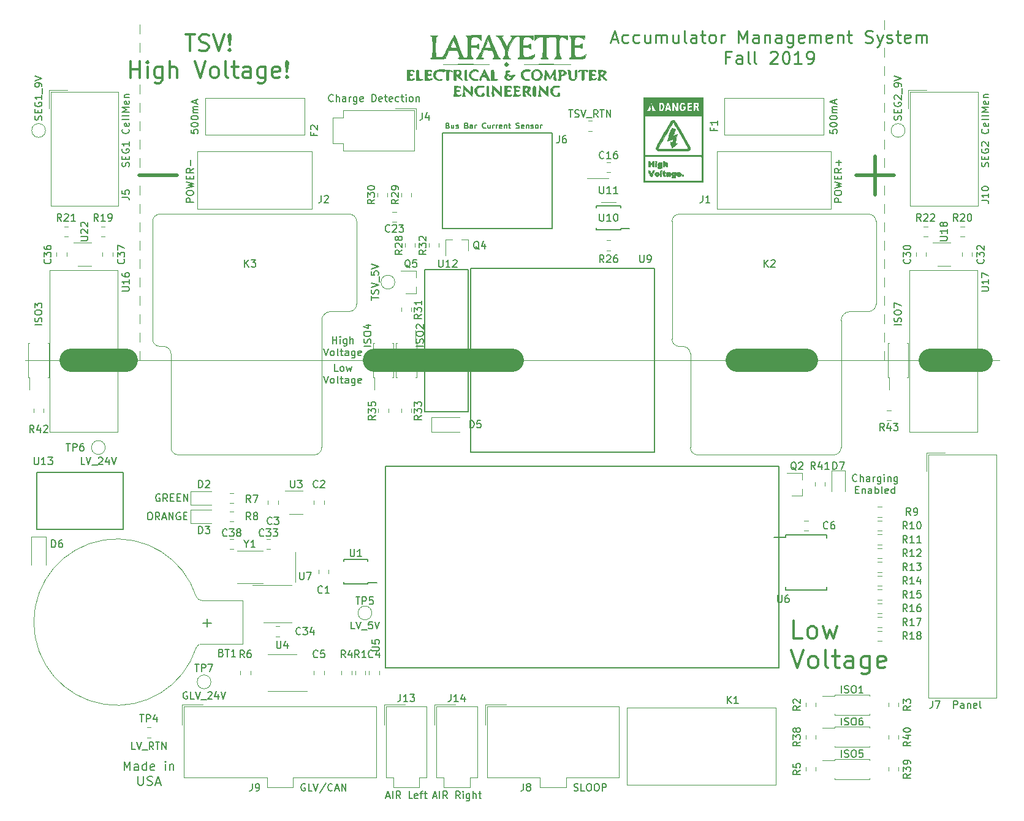
<source format=gbr>
G04 #@! TF.GenerationSoftware,KiCad,Pcbnew,(5.1.5)-3*
G04 #@! TF.CreationDate,2020-01-22T12:55:52-05:00*
G04 #@! TF.ProjectId,PacMan,5061634d-616e-42e6-9b69-6361645f7063,1.2*
G04 #@! TF.SameCoordinates,Original*
G04 #@! TF.FileFunction,Legend,Top*
G04 #@! TF.FilePolarity,Positive*
%FSLAX46Y46*%
G04 Gerber Fmt 4.6, Leading zero omitted, Abs format (unit mm)*
G04 Created by KiCad (PCBNEW (5.1.5)-3) date 2020-01-22 12:55:52*
%MOMM*%
%LPD*%
G04 APERTURE LIST*
%ADD10C,0.120000*%
%ADD11C,0.150000*%
%ADD12C,0.500000*%
%ADD13C,0.350000*%
%ADD14C,3.200000*%
%ADD15C,0.250000*%
%ADD16C,0.200000*%
%ADD17C,0.127000*%
%ADD18C,0.010000*%
G04 APERTURE END LIST*
D10*
X194945000Y-46355000D02*
X194945000Y-45085000D01*
X194945000Y-84455000D02*
X194945000Y-83185000D01*
X194945000Y-55245000D02*
X194945000Y-53975000D01*
X194945000Y-62865000D02*
X194945000Y-61595000D01*
X194945000Y-86995000D02*
X194945000Y-85725000D01*
X194945000Y-89535000D02*
X194945000Y-88265000D01*
X194945000Y-76835000D02*
X194945000Y-75565000D01*
X194945000Y-74295000D02*
X194945000Y-73025000D01*
X194945000Y-92075000D02*
X194945000Y-90805000D01*
X194945000Y-50165000D02*
X194945000Y-48895000D01*
X194945000Y-60325000D02*
X194945000Y-59055000D01*
X194945000Y-71755000D02*
X194945000Y-70485000D01*
X194945000Y-69215000D02*
X194945000Y-67945000D01*
X194945000Y-81915000D02*
X194945000Y-80645000D01*
X194945000Y-79375000D02*
X194945000Y-78105000D01*
X194945000Y-57785000D02*
X194945000Y-56515000D01*
X194945000Y-52705000D02*
X194945000Y-51435000D01*
X194945000Y-65405000D02*
X194945000Y-64135000D01*
X92075000Y-46990000D02*
X92075000Y-45720000D01*
X92075000Y-49530000D02*
X92075000Y-48260000D01*
X92075000Y-55245000D02*
X92075000Y-53975000D01*
X92075000Y-57785000D02*
X92075000Y-56515000D01*
X92075000Y-60325000D02*
X92075000Y-59055000D01*
X92075000Y-62865000D02*
X92075000Y-61595000D01*
X92075000Y-65405000D02*
X92075000Y-64135000D01*
X92075000Y-69215000D02*
X92075000Y-67945000D01*
X92075000Y-71755000D02*
X92075000Y-70485000D01*
X92075000Y-74295000D02*
X92075000Y-73025000D01*
X92075000Y-76835000D02*
X92075000Y-75565000D01*
X92075000Y-79375000D02*
X92075000Y-78105000D01*
X92075000Y-81915000D02*
X92075000Y-80645000D01*
X92075000Y-84455000D02*
X92075000Y-83185000D01*
X92075000Y-86995000D02*
X92075000Y-85725000D01*
X92075000Y-89535000D02*
X92075000Y-88265000D01*
X92075000Y-92075000D02*
X92075000Y-90805000D01*
D11*
X119475333Y-93607380D02*
X118999142Y-93607380D01*
X118999142Y-92607380D01*
X119951523Y-93607380D02*
X119856285Y-93559761D01*
X119808666Y-93512142D01*
X119761047Y-93416904D01*
X119761047Y-93131190D01*
X119808666Y-93035952D01*
X119856285Y-92988333D01*
X119951523Y-92940714D01*
X120094380Y-92940714D01*
X120189619Y-92988333D01*
X120237238Y-93035952D01*
X120284857Y-93131190D01*
X120284857Y-93416904D01*
X120237238Y-93512142D01*
X120189619Y-93559761D01*
X120094380Y-93607380D01*
X119951523Y-93607380D01*
X120618190Y-92940714D02*
X120808666Y-93607380D01*
X120999142Y-93131190D01*
X121189619Y-93607380D01*
X121380095Y-92940714D01*
X117475333Y-94257380D02*
X117808666Y-95257380D01*
X118142000Y-94257380D01*
X118618190Y-95257380D02*
X118522952Y-95209761D01*
X118475333Y-95162142D01*
X118427714Y-95066904D01*
X118427714Y-94781190D01*
X118475333Y-94685952D01*
X118522952Y-94638333D01*
X118618190Y-94590714D01*
X118761047Y-94590714D01*
X118856285Y-94638333D01*
X118903904Y-94685952D01*
X118951523Y-94781190D01*
X118951523Y-95066904D01*
X118903904Y-95162142D01*
X118856285Y-95209761D01*
X118761047Y-95257380D01*
X118618190Y-95257380D01*
X119522952Y-95257380D02*
X119427714Y-95209761D01*
X119380095Y-95114523D01*
X119380095Y-94257380D01*
X119761047Y-94590714D02*
X120142000Y-94590714D01*
X119903904Y-94257380D02*
X119903904Y-95114523D01*
X119951523Y-95209761D01*
X120046761Y-95257380D01*
X120142000Y-95257380D01*
X120903904Y-95257380D02*
X120903904Y-94733571D01*
X120856285Y-94638333D01*
X120761047Y-94590714D01*
X120570571Y-94590714D01*
X120475333Y-94638333D01*
X120903904Y-95209761D02*
X120808666Y-95257380D01*
X120570571Y-95257380D01*
X120475333Y-95209761D01*
X120427714Y-95114523D01*
X120427714Y-95019285D01*
X120475333Y-94924047D01*
X120570571Y-94876428D01*
X120808666Y-94876428D01*
X120903904Y-94828809D01*
X121808666Y-94590714D02*
X121808666Y-95400238D01*
X121761047Y-95495476D01*
X121713428Y-95543095D01*
X121618190Y-95590714D01*
X121475333Y-95590714D01*
X121380095Y-95543095D01*
X121808666Y-95209761D02*
X121713428Y-95257380D01*
X121522952Y-95257380D01*
X121427714Y-95209761D01*
X121380095Y-95162142D01*
X121332476Y-95066904D01*
X121332476Y-94781190D01*
X121380095Y-94685952D01*
X121427714Y-94638333D01*
X121522952Y-94590714D01*
X121713428Y-94590714D01*
X121808666Y-94638333D01*
X122665809Y-95209761D02*
X122570571Y-95257380D01*
X122380095Y-95257380D01*
X122284857Y-95209761D01*
X122237238Y-95114523D01*
X122237238Y-94733571D01*
X122284857Y-94638333D01*
X122380095Y-94590714D01*
X122570571Y-94590714D01*
X122665809Y-94638333D01*
X122713428Y-94733571D01*
X122713428Y-94828809D01*
X122237238Y-94924047D01*
X118713428Y-89797380D02*
X118713428Y-88797380D01*
X118713428Y-89273571D02*
X119284857Y-89273571D01*
X119284857Y-89797380D02*
X119284857Y-88797380D01*
X119761047Y-89797380D02*
X119761047Y-89130714D01*
X119761047Y-88797380D02*
X119713428Y-88845000D01*
X119761047Y-88892619D01*
X119808666Y-88845000D01*
X119761047Y-88797380D01*
X119761047Y-88892619D01*
X120665809Y-89130714D02*
X120665809Y-89940238D01*
X120618190Y-90035476D01*
X120570571Y-90083095D01*
X120475333Y-90130714D01*
X120332476Y-90130714D01*
X120237238Y-90083095D01*
X120665809Y-89749761D02*
X120570571Y-89797380D01*
X120380095Y-89797380D01*
X120284857Y-89749761D01*
X120237238Y-89702142D01*
X120189619Y-89606904D01*
X120189619Y-89321190D01*
X120237238Y-89225952D01*
X120284857Y-89178333D01*
X120380095Y-89130714D01*
X120570571Y-89130714D01*
X120665809Y-89178333D01*
X121142000Y-89797380D02*
X121142000Y-88797380D01*
X121570571Y-89797380D02*
X121570571Y-89273571D01*
X121522952Y-89178333D01*
X121427714Y-89130714D01*
X121284857Y-89130714D01*
X121189619Y-89178333D01*
X121142000Y-89225952D01*
X117475333Y-90447380D02*
X117808666Y-91447380D01*
X118142000Y-90447380D01*
X118618190Y-91447380D02*
X118522952Y-91399761D01*
X118475333Y-91352142D01*
X118427714Y-91256904D01*
X118427714Y-90971190D01*
X118475333Y-90875952D01*
X118522952Y-90828333D01*
X118618190Y-90780714D01*
X118761047Y-90780714D01*
X118856285Y-90828333D01*
X118903904Y-90875952D01*
X118951523Y-90971190D01*
X118951523Y-91256904D01*
X118903904Y-91352142D01*
X118856285Y-91399761D01*
X118761047Y-91447380D01*
X118618190Y-91447380D01*
X119522952Y-91447380D02*
X119427714Y-91399761D01*
X119380095Y-91304523D01*
X119380095Y-90447380D01*
X119761047Y-90780714D02*
X120142000Y-90780714D01*
X119903904Y-90447380D02*
X119903904Y-91304523D01*
X119951523Y-91399761D01*
X120046761Y-91447380D01*
X120142000Y-91447380D01*
X120903904Y-91447380D02*
X120903904Y-90923571D01*
X120856285Y-90828333D01*
X120761047Y-90780714D01*
X120570571Y-90780714D01*
X120475333Y-90828333D01*
X120903904Y-91399761D02*
X120808666Y-91447380D01*
X120570571Y-91447380D01*
X120475333Y-91399761D01*
X120427714Y-91304523D01*
X120427714Y-91209285D01*
X120475333Y-91114047D01*
X120570571Y-91066428D01*
X120808666Y-91066428D01*
X120903904Y-91018809D01*
X121808666Y-90780714D02*
X121808666Y-91590238D01*
X121761047Y-91685476D01*
X121713428Y-91733095D01*
X121618190Y-91780714D01*
X121475333Y-91780714D01*
X121380095Y-91733095D01*
X121808666Y-91399761D02*
X121713428Y-91447380D01*
X121522952Y-91447380D01*
X121427714Y-91399761D01*
X121380095Y-91352142D01*
X121332476Y-91256904D01*
X121332476Y-90971190D01*
X121380095Y-90875952D01*
X121427714Y-90828333D01*
X121522952Y-90780714D01*
X121713428Y-90780714D01*
X121808666Y-90828333D01*
X122665809Y-91399761D02*
X122570571Y-91447380D01*
X122380095Y-91447380D01*
X122284857Y-91399761D01*
X122237238Y-91304523D01*
X122237238Y-90923571D01*
X122284857Y-90828333D01*
X122380095Y-90780714D01*
X122570571Y-90780714D01*
X122665809Y-90828333D01*
X122713428Y-90923571D01*
X122713428Y-91018809D01*
X122237238Y-91114047D01*
X99147380Y-60229523D02*
X99147380Y-60705714D01*
X99623571Y-60753333D01*
X99575952Y-60705714D01*
X99528333Y-60610476D01*
X99528333Y-60372380D01*
X99575952Y-60277142D01*
X99623571Y-60229523D01*
X99718809Y-60181904D01*
X99956904Y-60181904D01*
X100052142Y-60229523D01*
X100099761Y-60277142D01*
X100147380Y-60372380D01*
X100147380Y-60610476D01*
X100099761Y-60705714D01*
X100052142Y-60753333D01*
X99147380Y-59562857D02*
X99147380Y-59467619D01*
X99195000Y-59372380D01*
X99242619Y-59324761D01*
X99337857Y-59277142D01*
X99528333Y-59229523D01*
X99766428Y-59229523D01*
X99956904Y-59277142D01*
X100052142Y-59324761D01*
X100099761Y-59372380D01*
X100147380Y-59467619D01*
X100147380Y-59562857D01*
X100099761Y-59658095D01*
X100052142Y-59705714D01*
X99956904Y-59753333D01*
X99766428Y-59800952D01*
X99528333Y-59800952D01*
X99337857Y-59753333D01*
X99242619Y-59705714D01*
X99195000Y-59658095D01*
X99147380Y-59562857D01*
X99147380Y-58610476D02*
X99147380Y-58515238D01*
X99195000Y-58420000D01*
X99242619Y-58372380D01*
X99337857Y-58324761D01*
X99528333Y-58277142D01*
X99766428Y-58277142D01*
X99956904Y-58324761D01*
X100052142Y-58372380D01*
X100099761Y-58420000D01*
X100147380Y-58515238D01*
X100147380Y-58610476D01*
X100099761Y-58705714D01*
X100052142Y-58753333D01*
X99956904Y-58800952D01*
X99766428Y-58848571D01*
X99528333Y-58848571D01*
X99337857Y-58800952D01*
X99242619Y-58753333D01*
X99195000Y-58705714D01*
X99147380Y-58610476D01*
X100147380Y-57848571D02*
X99480714Y-57848571D01*
X99575952Y-57848571D02*
X99528333Y-57800952D01*
X99480714Y-57705714D01*
X99480714Y-57562857D01*
X99528333Y-57467619D01*
X99623571Y-57420000D01*
X100147380Y-57420000D01*
X99623571Y-57420000D02*
X99528333Y-57372380D01*
X99480714Y-57277142D01*
X99480714Y-57134285D01*
X99528333Y-57039047D01*
X99623571Y-56991428D01*
X100147380Y-56991428D01*
X99861666Y-56562857D02*
X99861666Y-56086666D01*
X100147380Y-56658095D02*
X99147380Y-56324761D01*
X100147380Y-55991428D01*
X187412380Y-60229523D02*
X187412380Y-60705714D01*
X187888571Y-60753333D01*
X187840952Y-60705714D01*
X187793333Y-60610476D01*
X187793333Y-60372380D01*
X187840952Y-60277142D01*
X187888571Y-60229523D01*
X187983809Y-60181904D01*
X188221904Y-60181904D01*
X188317142Y-60229523D01*
X188364761Y-60277142D01*
X188412380Y-60372380D01*
X188412380Y-60610476D01*
X188364761Y-60705714D01*
X188317142Y-60753333D01*
X187412380Y-59562857D02*
X187412380Y-59467619D01*
X187460000Y-59372380D01*
X187507619Y-59324761D01*
X187602857Y-59277142D01*
X187793333Y-59229523D01*
X188031428Y-59229523D01*
X188221904Y-59277142D01*
X188317142Y-59324761D01*
X188364761Y-59372380D01*
X188412380Y-59467619D01*
X188412380Y-59562857D01*
X188364761Y-59658095D01*
X188317142Y-59705714D01*
X188221904Y-59753333D01*
X188031428Y-59800952D01*
X187793333Y-59800952D01*
X187602857Y-59753333D01*
X187507619Y-59705714D01*
X187460000Y-59658095D01*
X187412380Y-59562857D01*
X187412380Y-58610476D02*
X187412380Y-58515238D01*
X187460000Y-58420000D01*
X187507619Y-58372380D01*
X187602857Y-58324761D01*
X187793333Y-58277142D01*
X188031428Y-58277142D01*
X188221904Y-58324761D01*
X188317142Y-58372380D01*
X188364761Y-58420000D01*
X188412380Y-58515238D01*
X188412380Y-58610476D01*
X188364761Y-58705714D01*
X188317142Y-58753333D01*
X188221904Y-58800952D01*
X188031428Y-58848571D01*
X187793333Y-58848571D01*
X187602857Y-58800952D01*
X187507619Y-58753333D01*
X187460000Y-58705714D01*
X187412380Y-58610476D01*
X188412380Y-57848571D02*
X187745714Y-57848571D01*
X187840952Y-57848571D02*
X187793333Y-57800952D01*
X187745714Y-57705714D01*
X187745714Y-57562857D01*
X187793333Y-57467619D01*
X187888571Y-57420000D01*
X188412380Y-57420000D01*
X187888571Y-57420000D02*
X187793333Y-57372380D01*
X187745714Y-57277142D01*
X187745714Y-57134285D01*
X187793333Y-57039047D01*
X187888571Y-56991428D01*
X188412380Y-56991428D01*
X188126666Y-56562857D02*
X188126666Y-56086666D01*
X188412380Y-56658095D02*
X187412380Y-56324761D01*
X188412380Y-55991428D01*
D12*
X91948333Y-66540000D02*
X97281666Y-66540000D01*
X191008333Y-66540000D02*
X196341666Y-66540000D01*
X193675000Y-69206666D02*
X193675000Y-63873333D01*
D13*
X183623214Y-130525952D02*
X182432738Y-130525952D01*
X182432738Y-128025952D01*
X184813690Y-130525952D02*
X184575595Y-130406904D01*
X184456547Y-130287857D01*
X184337500Y-130049761D01*
X184337500Y-129335476D01*
X184456547Y-129097380D01*
X184575595Y-128978333D01*
X184813690Y-128859285D01*
X185170833Y-128859285D01*
X185408928Y-128978333D01*
X185527976Y-129097380D01*
X185647023Y-129335476D01*
X185647023Y-130049761D01*
X185527976Y-130287857D01*
X185408928Y-130406904D01*
X185170833Y-130525952D01*
X184813690Y-130525952D01*
X186480357Y-128859285D02*
X186956547Y-130525952D01*
X187432738Y-129335476D01*
X187908928Y-130525952D01*
X188385119Y-128859285D01*
X182075595Y-132125952D02*
X182908928Y-134625952D01*
X183742261Y-132125952D01*
X184932738Y-134625952D02*
X184694642Y-134506904D01*
X184575595Y-134387857D01*
X184456547Y-134149761D01*
X184456547Y-133435476D01*
X184575595Y-133197380D01*
X184694642Y-133078333D01*
X184932738Y-132959285D01*
X185289880Y-132959285D01*
X185527976Y-133078333D01*
X185647023Y-133197380D01*
X185766071Y-133435476D01*
X185766071Y-134149761D01*
X185647023Y-134387857D01*
X185527976Y-134506904D01*
X185289880Y-134625952D01*
X184932738Y-134625952D01*
X187194642Y-134625952D02*
X186956547Y-134506904D01*
X186837500Y-134268809D01*
X186837500Y-132125952D01*
X187789880Y-132959285D02*
X188742261Y-132959285D01*
X188147023Y-132125952D02*
X188147023Y-134268809D01*
X188266071Y-134506904D01*
X188504166Y-134625952D01*
X188742261Y-134625952D01*
X190647023Y-134625952D02*
X190647023Y-133316428D01*
X190527976Y-133078333D01*
X190289880Y-132959285D01*
X189813690Y-132959285D01*
X189575595Y-133078333D01*
X190647023Y-134506904D02*
X190408928Y-134625952D01*
X189813690Y-134625952D01*
X189575595Y-134506904D01*
X189456547Y-134268809D01*
X189456547Y-134030714D01*
X189575595Y-133792619D01*
X189813690Y-133673571D01*
X190408928Y-133673571D01*
X190647023Y-133554523D01*
X192908928Y-132959285D02*
X192908928Y-134983095D01*
X192789880Y-135221190D01*
X192670833Y-135340238D01*
X192432738Y-135459285D01*
X192075595Y-135459285D01*
X191837500Y-135340238D01*
X192908928Y-134506904D02*
X192670833Y-134625952D01*
X192194642Y-134625952D01*
X191956547Y-134506904D01*
X191837500Y-134387857D01*
X191718452Y-134149761D01*
X191718452Y-133435476D01*
X191837500Y-133197380D01*
X191956547Y-133078333D01*
X192194642Y-132959285D01*
X192670833Y-132959285D01*
X192908928Y-133078333D01*
X195051785Y-134506904D02*
X194813690Y-134625952D01*
X194337500Y-134625952D01*
X194099404Y-134506904D01*
X193980357Y-134268809D01*
X193980357Y-133316428D01*
X194099404Y-133078333D01*
X194337500Y-132959285D01*
X194813690Y-132959285D01*
X195051785Y-133078333D01*
X195170833Y-133316428D01*
X195170833Y-133554523D01*
X193980357Y-133792619D01*
D11*
X134630714Y-59636428D02*
X134737857Y-59672142D01*
X134773571Y-59707857D01*
X134809285Y-59779285D01*
X134809285Y-59886428D01*
X134773571Y-59957857D01*
X134737857Y-59993571D01*
X134666428Y-60029285D01*
X134380714Y-60029285D01*
X134380714Y-59279285D01*
X134630714Y-59279285D01*
X134702142Y-59315000D01*
X134737857Y-59350714D01*
X134773571Y-59422142D01*
X134773571Y-59493571D01*
X134737857Y-59565000D01*
X134702142Y-59600714D01*
X134630714Y-59636428D01*
X134380714Y-59636428D01*
X135452142Y-59529285D02*
X135452142Y-60029285D01*
X135130714Y-59529285D02*
X135130714Y-59922142D01*
X135166428Y-59993571D01*
X135237857Y-60029285D01*
X135345000Y-60029285D01*
X135416428Y-59993571D01*
X135452142Y-59957857D01*
X135773571Y-59993571D02*
X135845000Y-60029285D01*
X135987857Y-60029285D01*
X136059285Y-59993571D01*
X136095000Y-59922142D01*
X136095000Y-59886428D01*
X136059285Y-59815000D01*
X135987857Y-59779285D01*
X135880714Y-59779285D01*
X135809285Y-59743571D01*
X135773571Y-59672142D01*
X135773571Y-59636428D01*
X135809285Y-59565000D01*
X135880714Y-59529285D01*
X135987857Y-59529285D01*
X136059285Y-59565000D01*
X137237857Y-59636428D02*
X137345000Y-59672142D01*
X137380714Y-59707857D01*
X137416428Y-59779285D01*
X137416428Y-59886428D01*
X137380714Y-59957857D01*
X137345000Y-59993571D01*
X137273571Y-60029285D01*
X136987857Y-60029285D01*
X136987857Y-59279285D01*
X137237857Y-59279285D01*
X137309285Y-59315000D01*
X137345000Y-59350714D01*
X137380714Y-59422142D01*
X137380714Y-59493571D01*
X137345000Y-59565000D01*
X137309285Y-59600714D01*
X137237857Y-59636428D01*
X136987857Y-59636428D01*
X138059285Y-60029285D02*
X138059285Y-59636428D01*
X138023571Y-59565000D01*
X137952142Y-59529285D01*
X137809285Y-59529285D01*
X137737857Y-59565000D01*
X138059285Y-59993571D02*
X137987857Y-60029285D01*
X137809285Y-60029285D01*
X137737857Y-59993571D01*
X137702142Y-59922142D01*
X137702142Y-59850714D01*
X137737857Y-59779285D01*
X137809285Y-59743571D01*
X137987857Y-59743571D01*
X138059285Y-59707857D01*
X138416428Y-60029285D02*
X138416428Y-59529285D01*
X138416428Y-59672142D02*
X138452142Y-59600714D01*
X138487857Y-59565000D01*
X138559285Y-59529285D01*
X138630714Y-59529285D01*
X139880714Y-59957857D02*
X139845000Y-59993571D01*
X139737857Y-60029285D01*
X139666428Y-60029285D01*
X139559285Y-59993571D01*
X139487857Y-59922142D01*
X139452142Y-59850714D01*
X139416428Y-59707857D01*
X139416428Y-59600714D01*
X139452142Y-59457857D01*
X139487857Y-59386428D01*
X139559285Y-59315000D01*
X139666428Y-59279285D01*
X139737857Y-59279285D01*
X139845000Y-59315000D01*
X139880714Y-59350714D01*
X140523571Y-59529285D02*
X140523571Y-60029285D01*
X140202142Y-59529285D02*
X140202142Y-59922142D01*
X140237857Y-59993571D01*
X140309285Y-60029285D01*
X140416428Y-60029285D01*
X140487857Y-59993571D01*
X140523571Y-59957857D01*
X140880714Y-60029285D02*
X140880714Y-59529285D01*
X140880714Y-59672142D02*
X140916428Y-59600714D01*
X140952142Y-59565000D01*
X141023571Y-59529285D01*
X141095000Y-59529285D01*
X141345000Y-60029285D02*
X141345000Y-59529285D01*
X141345000Y-59672142D02*
X141380714Y-59600714D01*
X141416428Y-59565000D01*
X141487857Y-59529285D01*
X141559285Y-59529285D01*
X142095000Y-59993571D02*
X142023571Y-60029285D01*
X141880714Y-60029285D01*
X141809285Y-59993571D01*
X141773571Y-59922142D01*
X141773571Y-59636428D01*
X141809285Y-59565000D01*
X141880714Y-59529285D01*
X142023571Y-59529285D01*
X142095000Y-59565000D01*
X142130714Y-59636428D01*
X142130714Y-59707857D01*
X141773571Y-59779285D01*
X142452142Y-59529285D02*
X142452142Y-60029285D01*
X142452142Y-59600714D02*
X142487857Y-59565000D01*
X142559285Y-59529285D01*
X142666428Y-59529285D01*
X142737857Y-59565000D01*
X142773571Y-59636428D01*
X142773571Y-60029285D01*
X143023571Y-59529285D02*
X143309285Y-59529285D01*
X143130714Y-59279285D02*
X143130714Y-59922142D01*
X143166428Y-59993571D01*
X143237857Y-60029285D01*
X143309285Y-60029285D01*
X144095000Y-59993571D02*
X144202142Y-60029285D01*
X144380714Y-60029285D01*
X144452142Y-59993571D01*
X144487857Y-59957857D01*
X144523571Y-59886428D01*
X144523571Y-59815000D01*
X144487857Y-59743571D01*
X144452142Y-59707857D01*
X144380714Y-59672142D01*
X144237857Y-59636428D01*
X144166428Y-59600714D01*
X144130714Y-59565000D01*
X144095000Y-59493571D01*
X144095000Y-59422142D01*
X144130714Y-59350714D01*
X144166428Y-59315000D01*
X144237857Y-59279285D01*
X144416428Y-59279285D01*
X144523571Y-59315000D01*
X145130714Y-59993571D02*
X145059285Y-60029285D01*
X144916428Y-60029285D01*
X144845000Y-59993571D01*
X144809285Y-59922142D01*
X144809285Y-59636428D01*
X144845000Y-59565000D01*
X144916428Y-59529285D01*
X145059285Y-59529285D01*
X145130714Y-59565000D01*
X145166428Y-59636428D01*
X145166428Y-59707857D01*
X144809285Y-59779285D01*
X145487857Y-59529285D02*
X145487857Y-60029285D01*
X145487857Y-59600714D02*
X145523571Y-59565000D01*
X145595000Y-59529285D01*
X145702142Y-59529285D01*
X145773571Y-59565000D01*
X145809285Y-59636428D01*
X145809285Y-60029285D01*
X146130714Y-59993571D02*
X146202142Y-60029285D01*
X146345000Y-60029285D01*
X146416428Y-59993571D01*
X146452142Y-59922142D01*
X146452142Y-59886428D01*
X146416428Y-59815000D01*
X146345000Y-59779285D01*
X146237857Y-59779285D01*
X146166428Y-59743571D01*
X146130714Y-59672142D01*
X146130714Y-59636428D01*
X146166428Y-59565000D01*
X146237857Y-59529285D01*
X146345000Y-59529285D01*
X146416428Y-59565000D01*
X146880714Y-60029285D02*
X146809285Y-59993571D01*
X146773571Y-59957857D01*
X146737857Y-59886428D01*
X146737857Y-59672142D01*
X146773571Y-59600714D01*
X146809285Y-59565000D01*
X146880714Y-59529285D01*
X146987857Y-59529285D01*
X147059285Y-59565000D01*
X147095000Y-59600714D01*
X147130714Y-59672142D01*
X147130714Y-59886428D01*
X147095000Y-59957857D01*
X147059285Y-59993571D01*
X146987857Y-60029285D01*
X146880714Y-60029285D01*
X147452142Y-60029285D02*
X147452142Y-59529285D01*
X147452142Y-59672142D02*
X147487857Y-59600714D01*
X147523571Y-59565000D01*
X147595000Y-59529285D01*
X147666428Y-59529285D01*
D10*
X76200000Y-92075000D02*
X210820000Y-92075000D01*
D11*
X191175000Y-108752142D02*
X191127380Y-108799761D01*
X190984523Y-108847380D01*
X190889285Y-108847380D01*
X190746428Y-108799761D01*
X190651190Y-108704523D01*
X190603571Y-108609285D01*
X190555952Y-108418809D01*
X190555952Y-108275952D01*
X190603571Y-108085476D01*
X190651190Y-107990238D01*
X190746428Y-107895000D01*
X190889285Y-107847380D01*
X190984523Y-107847380D01*
X191127380Y-107895000D01*
X191175000Y-107942619D01*
X191603571Y-108847380D02*
X191603571Y-107847380D01*
X192032142Y-108847380D02*
X192032142Y-108323571D01*
X191984523Y-108228333D01*
X191889285Y-108180714D01*
X191746428Y-108180714D01*
X191651190Y-108228333D01*
X191603571Y-108275952D01*
X192936904Y-108847380D02*
X192936904Y-108323571D01*
X192889285Y-108228333D01*
X192794047Y-108180714D01*
X192603571Y-108180714D01*
X192508333Y-108228333D01*
X192936904Y-108799761D02*
X192841666Y-108847380D01*
X192603571Y-108847380D01*
X192508333Y-108799761D01*
X192460714Y-108704523D01*
X192460714Y-108609285D01*
X192508333Y-108514047D01*
X192603571Y-108466428D01*
X192841666Y-108466428D01*
X192936904Y-108418809D01*
X193413095Y-108847380D02*
X193413095Y-108180714D01*
X193413095Y-108371190D02*
X193460714Y-108275952D01*
X193508333Y-108228333D01*
X193603571Y-108180714D01*
X193698809Y-108180714D01*
X194460714Y-108180714D02*
X194460714Y-108990238D01*
X194413095Y-109085476D01*
X194365476Y-109133095D01*
X194270238Y-109180714D01*
X194127380Y-109180714D01*
X194032142Y-109133095D01*
X194460714Y-108799761D02*
X194365476Y-108847380D01*
X194175000Y-108847380D01*
X194079761Y-108799761D01*
X194032142Y-108752142D01*
X193984523Y-108656904D01*
X193984523Y-108371190D01*
X194032142Y-108275952D01*
X194079761Y-108228333D01*
X194175000Y-108180714D01*
X194365476Y-108180714D01*
X194460714Y-108228333D01*
X194936904Y-108847380D02*
X194936904Y-108180714D01*
X194936904Y-107847380D02*
X194889285Y-107895000D01*
X194936904Y-107942619D01*
X194984523Y-107895000D01*
X194936904Y-107847380D01*
X194936904Y-107942619D01*
X195413095Y-108180714D02*
X195413095Y-108847380D01*
X195413095Y-108275952D02*
X195460714Y-108228333D01*
X195555952Y-108180714D01*
X195698809Y-108180714D01*
X195794047Y-108228333D01*
X195841666Y-108323571D01*
X195841666Y-108847380D01*
X196746428Y-108180714D02*
X196746428Y-108990238D01*
X196698809Y-109085476D01*
X196651190Y-109133095D01*
X196555952Y-109180714D01*
X196413095Y-109180714D01*
X196317857Y-109133095D01*
X196746428Y-108799761D02*
X196651190Y-108847380D01*
X196460714Y-108847380D01*
X196365476Y-108799761D01*
X196317857Y-108752142D01*
X196270238Y-108656904D01*
X196270238Y-108371190D01*
X196317857Y-108275952D01*
X196365476Y-108228333D01*
X196460714Y-108180714D01*
X196651190Y-108180714D01*
X196746428Y-108228333D01*
X190960714Y-109973571D02*
X191294047Y-109973571D01*
X191436904Y-110497380D02*
X190960714Y-110497380D01*
X190960714Y-109497380D01*
X191436904Y-109497380D01*
X191865476Y-109830714D02*
X191865476Y-110497380D01*
X191865476Y-109925952D02*
X191913095Y-109878333D01*
X192008333Y-109830714D01*
X192151190Y-109830714D01*
X192246428Y-109878333D01*
X192294047Y-109973571D01*
X192294047Y-110497380D01*
X193198809Y-110497380D02*
X193198809Y-109973571D01*
X193151190Y-109878333D01*
X193055952Y-109830714D01*
X192865476Y-109830714D01*
X192770238Y-109878333D01*
X193198809Y-110449761D02*
X193103571Y-110497380D01*
X192865476Y-110497380D01*
X192770238Y-110449761D01*
X192722619Y-110354523D01*
X192722619Y-110259285D01*
X192770238Y-110164047D01*
X192865476Y-110116428D01*
X193103571Y-110116428D01*
X193198809Y-110068809D01*
X193675000Y-110497380D02*
X193675000Y-109497380D01*
X193675000Y-109878333D02*
X193770238Y-109830714D01*
X193960714Y-109830714D01*
X194055952Y-109878333D01*
X194103571Y-109925952D01*
X194151190Y-110021190D01*
X194151190Y-110306904D01*
X194103571Y-110402142D01*
X194055952Y-110449761D01*
X193960714Y-110497380D01*
X193770238Y-110497380D01*
X193675000Y-110449761D01*
X194722619Y-110497380D02*
X194627380Y-110449761D01*
X194579761Y-110354523D01*
X194579761Y-109497380D01*
X195484523Y-110449761D02*
X195389285Y-110497380D01*
X195198809Y-110497380D01*
X195103571Y-110449761D01*
X195055952Y-110354523D01*
X195055952Y-109973571D01*
X195103571Y-109878333D01*
X195198809Y-109830714D01*
X195389285Y-109830714D01*
X195484523Y-109878333D01*
X195532142Y-109973571D01*
X195532142Y-110068809D01*
X195055952Y-110164047D01*
X196389285Y-110497380D02*
X196389285Y-109497380D01*
X196389285Y-110449761D02*
X196294047Y-110497380D01*
X196103571Y-110497380D01*
X196008333Y-110449761D01*
X195960714Y-110402142D01*
X195913095Y-110306904D01*
X195913095Y-110021190D01*
X195960714Y-109925952D01*
X196008333Y-109878333D01*
X196103571Y-109830714D01*
X196294047Y-109830714D01*
X196389285Y-109878333D01*
D14*
X82550000Y-92075000D02*
X90170000Y-92075000D01*
X124460000Y-92075000D02*
X143510000Y-92075000D01*
X174625000Y-92075000D02*
X184150000Y-92075000D01*
X201295000Y-92075000D02*
X208280000Y-92075000D01*
D15*
X157236666Y-47749166D02*
X158069999Y-47749166D01*
X157069999Y-48249166D02*
X157653333Y-46499166D01*
X158236666Y-48249166D01*
X159569999Y-48165833D02*
X159403333Y-48249166D01*
X159069999Y-48249166D01*
X158903333Y-48165833D01*
X158819999Y-48082500D01*
X158736666Y-47915833D01*
X158736666Y-47415833D01*
X158819999Y-47249166D01*
X158903333Y-47165833D01*
X159069999Y-47082500D01*
X159403333Y-47082500D01*
X159569999Y-47165833D01*
X161069999Y-48165833D02*
X160903333Y-48249166D01*
X160569999Y-48249166D01*
X160403333Y-48165833D01*
X160319999Y-48082500D01*
X160236666Y-47915833D01*
X160236666Y-47415833D01*
X160319999Y-47249166D01*
X160403333Y-47165833D01*
X160569999Y-47082500D01*
X160903333Y-47082500D01*
X161069999Y-47165833D01*
X162569999Y-47082500D02*
X162569999Y-48249166D01*
X161819999Y-47082500D02*
X161819999Y-47999166D01*
X161903333Y-48165833D01*
X162069999Y-48249166D01*
X162319999Y-48249166D01*
X162486666Y-48165833D01*
X162569999Y-48082500D01*
X163403333Y-48249166D02*
X163403333Y-47082500D01*
X163403333Y-47249166D02*
X163486666Y-47165833D01*
X163653333Y-47082500D01*
X163903333Y-47082500D01*
X164069999Y-47165833D01*
X164153333Y-47332500D01*
X164153333Y-48249166D01*
X164153333Y-47332500D02*
X164236666Y-47165833D01*
X164403333Y-47082500D01*
X164653333Y-47082500D01*
X164819999Y-47165833D01*
X164903333Y-47332500D01*
X164903333Y-48249166D01*
X166486666Y-47082500D02*
X166486666Y-48249166D01*
X165736666Y-47082500D02*
X165736666Y-47999166D01*
X165819999Y-48165833D01*
X165986666Y-48249166D01*
X166236666Y-48249166D01*
X166403333Y-48165833D01*
X166486666Y-48082500D01*
X167569999Y-48249166D02*
X167403333Y-48165833D01*
X167319999Y-47999166D01*
X167319999Y-46499166D01*
X168986666Y-48249166D02*
X168986666Y-47332500D01*
X168903333Y-47165833D01*
X168736666Y-47082500D01*
X168403333Y-47082500D01*
X168236666Y-47165833D01*
X168986666Y-48165833D02*
X168819999Y-48249166D01*
X168403333Y-48249166D01*
X168236666Y-48165833D01*
X168153333Y-47999166D01*
X168153333Y-47832500D01*
X168236666Y-47665833D01*
X168403333Y-47582500D01*
X168819999Y-47582500D01*
X168986666Y-47499166D01*
X169569999Y-47082500D02*
X170236666Y-47082500D01*
X169819999Y-46499166D02*
X169819999Y-47999166D01*
X169903333Y-48165833D01*
X170069999Y-48249166D01*
X170236666Y-48249166D01*
X171069999Y-48249166D02*
X170903333Y-48165833D01*
X170819999Y-48082500D01*
X170736666Y-47915833D01*
X170736666Y-47415833D01*
X170819999Y-47249166D01*
X170903333Y-47165833D01*
X171069999Y-47082500D01*
X171319999Y-47082500D01*
X171486666Y-47165833D01*
X171569999Y-47249166D01*
X171653333Y-47415833D01*
X171653333Y-47915833D01*
X171569999Y-48082500D01*
X171486666Y-48165833D01*
X171319999Y-48249166D01*
X171069999Y-48249166D01*
X172403333Y-48249166D02*
X172403333Y-47082500D01*
X172403333Y-47415833D02*
X172486666Y-47249166D01*
X172569999Y-47165833D01*
X172736666Y-47082500D01*
X172903333Y-47082500D01*
X174819999Y-48249166D02*
X174819999Y-46499166D01*
X175403333Y-47749166D01*
X175986666Y-46499166D01*
X175986666Y-48249166D01*
X177569999Y-48249166D02*
X177569999Y-47332500D01*
X177486666Y-47165833D01*
X177319999Y-47082500D01*
X176986666Y-47082500D01*
X176819999Y-47165833D01*
X177569999Y-48165833D02*
X177403333Y-48249166D01*
X176986666Y-48249166D01*
X176819999Y-48165833D01*
X176736666Y-47999166D01*
X176736666Y-47832500D01*
X176819999Y-47665833D01*
X176986666Y-47582500D01*
X177403333Y-47582500D01*
X177569999Y-47499166D01*
X178403333Y-47082500D02*
X178403333Y-48249166D01*
X178403333Y-47249166D02*
X178486666Y-47165833D01*
X178653333Y-47082500D01*
X178903333Y-47082500D01*
X179069999Y-47165833D01*
X179153333Y-47332500D01*
X179153333Y-48249166D01*
X180736666Y-48249166D02*
X180736666Y-47332500D01*
X180653333Y-47165833D01*
X180486666Y-47082500D01*
X180153333Y-47082500D01*
X179986666Y-47165833D01*
X180736666Y-48165833D02*
X180569999Y-48249166D01*
X180153333Y-48249166D01*
X179986666Y-48165833D01*
X179903333Y-47999166D01*
X179903333Y-47832500D01*
X179986666Y-47665833D01*
X180153333Y-47582500D01*
X180569999Y-47582500D01*
X180736666Y-47499166D01*
X182319999Y-47082500D02*
X182319999Y-48499166D01*
X182236666Y-48665833D01*
X182153333Y-48749166D01*
X181986666Y-48832500D01*
X181736666Y-48832500D01*
X181569999Y-48749166D01*
X182319999Y-48165833D02*
X182153333Y-48249166D01*
X181819999Y-48249166D01*
X181653333Y-48165833D01*
X181569999Y-48082500D01*
X181486666Y-47915833D01*
X181486666Y-47415833D01*
X181569999Y-47249166D01*
X181653333Y-47165833D01*
X181819999Y-47082500D01*
X182153333Y-47082500D01*
X182319999Y-47165833D01*
X183819999Y-48165833D02*
X183653333Y-48249166D01*
X183319999Y-48249166D01*
X183153333Y-48165833D01*
X183069999Y-47999166D01*
X183069999Y-47332500D01*
X183153333Y-47165833D01*
X183319999Y-47082500D01*
X183653333Y-47082500D01*
X183819999Y-47165833D01*
X183903333Y-47332500D01*
X183903333Y-47499166D01*
X183069999Y-47665833D01*
X184653333Y-48249166D02*
X184653333Y-47082500D01*
X184653333Y-47249166D02*
X184736666Y-47165833D01*
X184903333Y-47082500D01*
X185153333Y-47082500D01*
X185319999Y-47165833D01*
X185403333Y-47332500D01*
X185403333Y-48249166D01*
X185403333Y-47332500D02*
X185486666Y-47165833D01*
X185653333Y-47082500D01*
X185903333Y-47082500D01*
X186069999Y-47165833D01*
X186153333Y-47332500D01*
X186153333Y-48249166D01*
X187653333Y-48165833D02*
X187486666Y-48249166D01*
X187153333Y-48249166D01*
X186986666Y-48165833D01*
X186903333Y-47999166D01*
X186903333Y-47332500D01*
X186986666Y-47165833D01*
X187153333Y-47082500D01*
X187486666Y-47082500D01*
X187653333Y-47165833D01*
X187736666Y-47332500D01*
X187736666Y-47499166D01*
X186903333Y-47665833D01*
X188486666Y-47082500D02*
X188486666Y-48249166D01*
X188486666Y-47249166D02*
X188569999Y-47165833D01*
X188736666Y-47082500D01*
X188986666Y-47082500D01*
X189153333Y-47165833D01*
X189236666Y-47332500D01*
X189236666Y-48249166D01*
X189819999Y-47082500D02*
X190486666Y-47082500D01*
X190069999Y-46499166D02*
X190069999Y-47999166D01*
X190153333Y-48165833D01*
X190319999Y-48249166D01*
X190486666Y-48249166D01*
X192319999Y-48165833D02*
X192569999Y-48249166D01*
X192986666Y-48249166D01*
X193153333Y-48165833D01*
X193236666Y-48082500D01*
X193319999Y-47915833D01*
X193319999Y-47749166D01*
X193236666Y-47582500D01*
X193153333Y-47499166D01*
X192986666Y-47415833D01*
X192653333Y-47332500D01*
X192486666Y-47249166D01*
X192403333Y-47165833D01*
X192319999Y-46999166D01*
X192319999Y-46832500D01*
X192403333Y-46665833D01*
X192486666Y-46582500D01*
X192653333Y-46499166D01*
X193069999Y-46499166D01*
X193319999Y-46582500D01*
X193903333Y-47082500D02*
X194319999Y-48249166D01*
X194736666Y-47082500D02*
X194319999Y-48249166D01*
X194153333Y-48665833D01*
X194069999Y-48749166D01*
X193903333Y-48832500D01*
X195319999Y-48165833D02*
X195486666Y-48249166D01*
X195819999Y-48249166D01*
X195986666Y-48165833D01*
X196069999Y-47999166D01*
X196069999Y-47915833D01*
X195986666Y-47749166D01*
X195819999Y-47665833D01*
X195569999Y-47665833D01*
X195403333Y-47582500D01*
X195319999Y-47415833D01*
X195319999Y-47332500D01*
X195403333Y-47165833D01*
X195569999Y-47082500D01*
X195819999Y-47082500D01*
X195986666Y-47165833D01*
X196569999Y-47082500D02*
X197236666Y-47082500D01*
X196819999Y-46499166D02*
X196819999Y-47999166D01*
X196903333Y-48165833D01*
X197069999Y-48249166D01*
X197236666Y-48249166D01*
X198486666Y-48165833D02*
X198319999Y-48249166D01*
X197986666Y-48249166D01*
X197819999Y-48165833D01*
X197736666Y-47999166D01*
X197736666Y-47332500D01*
X197819999Y-47165833D01*
X197986666Y-47082500D01*
X198319999Y-47082500D01*
X198486666Y-47165833D01*
X198569999Y-47332500D01*
X198569999Y-47499166D01*
X197736666Y-47665833D01*
X199319999Y-48249166D02*
X199319999Y-47082500D01*
X199319999Y-47249166D02*
X199403333Y-47165833D01*
X199569999Y-47082500D01*
X199819999Y-47082500D01*
X199986666Y-47165833D01*
X200069999Y-47332500D01*
X200069999Y-48249166D01*
X200069999Y-47332500D02*
X200153333Y-47165833D01*
X200319999Y-47082500D01*
X200569999Y-47082500D01*
X200736666Y-47165833D01*
X200819999Y-47332500D01*
X200819999Y-48249166D01*
X173611666Y-50207500D02*
X173028333Y-50207500D01*
X173028333Y-51124166D02*
X173028333Y-49374166D01*
X173861666Y-49374166D01*
X175278333Y-51124166D02*
X175278333Y-50207500D01*
X175195000Y-50040833D01*
X175028333Y-49957500D01*
X174695000Y-49957500D01*
X174528333Y-50040833D01*
X175278333Y-51040833D02*
X175111666Y-51124166D01*
X174695000Y-51124166D01*
X174528333Y-51040833D01*
X174445000Y-50874166D01*
X174445000Y-50707500D01*
X174528333Y-50540833D01*
X174695000Y-50457500D01*
X175111666Y-50457500D01*
X175278333Y-50374166D01*
X176361666Y-51124166D02*
X176195000Y-51040833D01*
X176111666Y-50874166D01*
X176111666Y-49374166D01*
X177278333Y-51124166D02*
X177111666Y-51040833D01*
X177028333Y-50874166D01*
X177028333Y-49374166D01*
X179195000Y-49540833D02*
X179278333Y-49457500D01*
X179445000Y-49374166D01*
X179861666Y-49374166D01*
X180028333Y-49457500D01*
X180111666Y-49540833D01*
X180195000Y-49707500D01*
X180195000Y-49874166D01*
X180111666Y-50124166D01*
X179111666Y-51124166D01*
X180195000Y-51124166D01*
X181278333Y-49374166D02*
X181445000Y-49374166D01*
X181611666Y-49457500D01*
X181695000Y-49540833D01*
X181778333Y-49707500D01*
X181861666Y-50040833D01*
X181861666Y-50457500D01*
X181778333Y-50790833D01*
X181695000Y-50957500D01*
X181611666Y-51040833D01*
X181445000Y-51124166D01*
X181278333Y-51124166D01*
X181111666Y-51040833D01*
X181028333Y-50957500D01*
X180945000Y-50790833D01*
X180861666Y-50457500D01*
X180861666Y-50040833D01*
X180945000Y-49707500D01*
X181028333Y-49540833D01*
X181111666Y-49457500D01*
X181278333Y-49374166D01*
X183528333Y-51124166D02*
X182528333Y-51124166D01*
X183028333Y-51124166D02*
X183028333Y-49374166D01*
X182861666Y-49624166D01*
X182695000Y-49790833D01*
X182528333Y-49874166D01*
X184361666Y-51124166D02*
X184695000Y-51124166D01*
X184861666Y-51040833D01*
X184945000Y-50957500D01*
X185111666Y-50707500D01*
X185195000Y-50374166D01*
X185195000Y-49707500D01*
X185111666Y-49540833D01*
X185028333Y-49457500D01*
X184861666Y-49374166D01*
X184528333Y-49374166D01*
X184361666Y-49457500D01*
X184278333Y-49540833D01*
X184195000Y-49707500D01*
X184195000Y-50124166D01*
X184278333Y-50290833D01*
X184361666Y-50374166D01*
X184528333Y-50457500D01*
X184861666Y-50457500D01*
X185028333Y-50374166D01*
X185111666Y-50290833D01*
X185195000Y-50124166D01*
D13*
X98385714Y-47070357D02*
X99671428Y-47070357D01*
X99028571Y-49320357D02*
X99028571Y-47070357D01*
X100314285Y-49213214D02*
X100635714Y-49320357D01*
X101171428Y-49320357D01*
X101385714Y-49213214D01*
X101492857Y-49106071D01*
X101600000Y-48891785D01*
X101600000Y-48677500D01*
X101492857Y-48463214D01*
X101385714Y-48356071D01*
X101171428Y-48248928D01*
X100742857Y-48141785D01*
X100528571Y-48034642D01*
X100421428Y-47927500D01*
X100314285Y-47713214D01*
X100314285Y-47498928D01*
X100421428Y-47284642D01*
X100528571Y-47177500D01*
X100742857Y-47070357D01*
X101278571Y-47070357D01*
X101600000Y-47177500D01*
X102242857Y-47070357D02*
X102992857Y-49320357D01*
X103742857Y-47070357D01*
X104492857Y-49106071D02*
X104600000Y-49213214D01*
X104492857Y-49320357D01*
X104385714Y-49213214D01*
X104492857Y-49106071D01*
X104492857Y-49320357D01*
X104492857Y-48463214D02*
X104385714Y-47177500D01*
X104492857Y-47070357D01*
X104600000Y-47177500D01*
X104492857Y-48463214D01*
X104492857Y-47070357D01*
X90778571Y-53045357D02*
X90778571Y-50795357D01*
X90778571Y-51866785D02*
X92064285Y-51866785D01*
X92064285Y-53045357D02*
X92064285Y-50795357D01*
X93135714Y-53045357D02*
X93135714Y-51545357D01*
X93135714Y-50795357D02*
X93028571Y-50902500D01*
X93135714Y-51009642D01*
X93242857Y-50902500D01*
X93135714Y-50795357D01*
X93135714Y-51009642D01*
X95171428Y-51545357D02*
X95171428Y-53366785D01*
X95064285Y-53581071D01*
X94957142Y-53688214D01*
X94742857Y-53795357D01*
X94421428Y-53795357D01*
X94207142Y-53688214D01*
X95171428Y-52938214D02*
X94957142Y-53045357D01*
X94528571Y-53045357D01*
X94314285Y-52938214D01*
X94207142Y-52831071D01*
X94100000Y-52616785D01*
X94100000Y-51973928D01*
X94207142Y-51759642D01*
X94314285Y-51652500D01*
X94528571Y-51545357D01*
X94957142Y-51545357D01*
X95171428Y-51652500D01*
X96242857Y-53045357D02*
X96242857Y-50795357D01*
X97207142Y-53045357D02*
X97207142Y-51866785D01*
X97100000Y-51652500D01*
X96885714Y-51545357D01*
X96564285Y-51545357D01*
X96350000Y-51652500D01*
X96242857Y-51759642D01*
X99671428Y-50795357D02*
X100421428Y-53045357D01*
X101171428Y-50795357D01*
X102242857Y-53045357D02*
X102028571Y-52938214D01*
X101921428Y-52831071D01*
X101814285Y-52616785D01*
X101814285Y-51973928D01*
X101921428Y-51759642D01*
X102028571Y-51652500D01*
X102242857Y-51545357D01*
X102564285Y-51545357D01*
X102778571Y-51652500D01*
X102885714Y-51759642D01*
X102992857Y-51973928D01*
X102992857Y-52616785D01*
X102885714Y-52831071D01*
X102778571Y-52938214D01*
X102564285Y-53045357D01*
X102242857Y-53045357D01*
X104278571Y-53045357D02*
X104064285Y-52938214D01*
X103957142Y-52723928D01*
X103957142Y-50795357D01*
X104814285Y-51545357D02*
X105671428Y-51545357D01*
X105135714Y-50795357D02*
X105135714Y-52723928D01*
X105242857Y-52938214D01*
X105457142Y-53045357D01*
X105671428Y-53045357D01*
X107385714Y-53045357D02*
X107385714Y-51866785D01*
X107278571Y-51652500D01*
X107064285Y-51545357D01*
X106635714Y-51545357D01*
X106421428Y-51652500D01*
X107385714Y-52938214D02*
X107171428Y-53045357D01*
X106635714Y-53045357D01*
X106421428Y-52938214D01*
X106314285Y-52723928D01*
X106314285Y-52509642D01*
X106421428Y-52295357D01*
X106635714Y-52188214D01*
X107171428Y-52188214D01*
X107385714Y-52081071D01*
X109421428Y-51545357D02*
X109421428Y-53366785D01*
X109314285Y-53581071D01*
X109207142Y-53688214D01*
X108992857Y-53795357D01*
X108671428Y-53795357D01*
X108457142Y-53688214D01*
X109421428Y-52938214D02*
X109207142Y-53045357D01*
X108778571Y-53045357D01*
X108564285Y-52938214D01*
X108457142Y-52831071D01*
X108350000Y-52616785D01*
X108350000Y-51973928D01*
X108457142Y-51759642D01*
X108564285Y-51652500D01*
X108778571Y-51545357D01*
X109207142Y-51545357D01*
X109421428Y-51652500D01*
X111350000Y-52938214D02*
X111135714Y-53045357D01*
X110707142Y-53045357D01*
X110492857Y-52938214D01*
X110385714Y-52723928D01*
X110385714Y-51866785D01*
X110492857Y-51652500D01*
X110707142Y-51545357D01*
X111135714Y-51545357D01*
X111350000Y-51652500D01*
X111457142Y-51866785D01*
X111457142Y-52081071D01*
X110385714Y-52295357D01*
X112421428Y-52831071D02*
X112528571Y-52938214D01*
X112421428Y-53045357D01*
X112314285Y-52938214D01*
X112421428Y-52831071D01*
X112421428Y-53045357D01*
X112421428Y-52188214D02*
X112314285Y-50902500D01*
X112421428Y-50795357D01*
X112528571Y-50902500D01*
X112421428Y-52188214D01*
X112421428Y-50795357D01*
D16*
X89922380Y-148752976D02*
X89922380Y-147502976D01*
X90339047Y-148395833D01*
X90755714Y-147502976D01*
X90755714Y-148752976D01*
X91886666Y-148752976D02*
X91886666Y-148098214D01*
X91827142Y-147979166D01*
X91708095Y-147919642D01*
X91470000Y-147919642D01*
X91350952Y-147979166D01*
X91886666Y-148693452D02*
X91767619Y-148752976D01*
X91470000Y-148752976D01*
X91350952Y-148693452D01*
X91291428Y-148574404D01*
X91291428Y-148455357D01*
X91350952Y-148336309D01*
X91470000Y-148276785D01*
X91767619Y-148276785D01*
X91886666Y-148217261D01*
X93017619Y-148752976D02*
X93017619Y-147502976D01*
X93017619Y-148693452D02*
X92898571Y-148752976D01*
X92660476Y-148752976D01*
X92541428Y-148693452D01*
X92481904Y-148633928D01*
X92422380Y-148514880D01*
X92422380Y-148157738D01*
X92481904Y-148038690D01*
X92541428Y-147979166D01*
X92660476Y-147919642D01*
X92898571Y-147919642D01*
X93017619Y-147979166D01*
X94089047Y-148693452D02*
X93970000Y-148752976D01*
X93731904Y-148752976D01*
X93612857Y-148693452D01*
X93553333Y-148574404D01*
X93553333Y-148098214D01*
X93612857Y-147979166D01*
X93731904Y-147919642D01*
X93970000Y-147919642D01*
X94089047Y-147979166D01*
X94148571Y-148098214D01*
X94148571Y-148217261D01*
X93553333Y-148336309D01*
X95636666Y-148752976D02*
X95636666Y-147919642D01*
X95636666Y-147502976D02*
X95577142Y-147562500D01*
X95636666Y-147622023D01*
X95696190Y-147562500D01*
X95636666Y-147502976D01*
X95636666Y-147622023D01*
X96231904Y-147919642D02*
X96231904Y-148752976D01*
X96231904Y-148038690D02*
X96291428Y-147979166D01*
X96410476Y-147919642D01*
X96589047Y-147919642D01*
X96708095Y-147979166D01*
X96767619Y-148098214D01*
X96767619Y-148752976D01*
X91856904Y-149577976D02*
X91856904Y-150589880D01*
X91916428Y-150708928D01*
X91975952Y-150768452D01*
X92095000Y-150827976D01*
X92333095Y-150827976D01*
X92452142Y-150768452D01*
X92511666Y-150708928D01*
X92571190Y-150589880D01*
X92571190Y-149577976D01*
X93106904Y-150768452D02*
X93285476Y-150827976D01*
X93583095Y-150827976D01*
X93702142Y-150768452D01*
X93761666Y-150708928D01*
X93821190Y-150589880D01*
X93821190Y-150470833D01*
X93761666Y-150351785D01*
X93702142Y-150292261D01*
X93583095Y-150232738D01*
X93345000Y-150173214D01*
X93225952Y-150113690D01*
X93166428Y-150054166D01*
X93106904Y-149935119D01*
X93106904Y-149816071D01*
X93166428Y-149697023D01*
X93225952Y-149637500D01*
X93345000Y-149577976D01*
X93642619Y-149577976D01*
X93821190Y-149637500D01*
X94297380Y-150470833D02*
X94892619Y-150470833D01*
X94178333Y-150827976D02*
X94595000Y-149577976D01*
X95011666Y-150827976D01*
D11*
X94853333Y-110625000D02*
X94758095Y-110577380D01*
X94615238Y-110577380D01*
X94472380Y-110625000D01*
X94377142Y-110720238D01*
X94329523Y-110815476D01*
X94281904Y-111005952D01*
X94281904Y-111148809D01*
X94329523Y-111339285D01*
X94377142Y-111434523D01*
X94472380Y-111529761D01*
X94615238Y-111577380D01*
X94710476Y-111577380D01*
X94853333Y-111529761D01*
X94900952Y-111482142D01*
X94900952Y-111148809D01*
X94710476Y-111148809D01*
X95900952Y-111577380D02*
X95567619Y-111101190D01*
X95329523Y-111577380D02*
X95329523Y-110577380D01*
X95710476Y-110577380D01*
X95805714Y-110625000D01*
X95853333Y-110672619D01*
X95900952Y-110767857D01*
X95900952Y-110910714D01*
X95853333Y-111005952D01*
X95805714Y-111053571D01*
X95710476Y-111101190D01*
X95329523Y-111101190D01*
X96329523Y-111053571D02*
X96662857Y-111053571D01*
X96805714Y-111577380D02*
X96329523Y-111577380D01*
X96329523Y-110577380D01*
X96805714Y-110577380D01*
X97234285Y-111053571D02*
X97567619Y-111053571D01*
X97710476Y-111577380D02*
X97234285Y-111577380D01*
X97234285Y-110577380D01*
X97710476Y-110577380D01*
X98139047Y-111577380D02*
X98139047Y-110577380D01*
X98710476Y-111577380D01*
X98710476Y-110577380D01*
X93385000Y-113117380D02*
X93575476Y-113117380D01*
X93670714Y-113165000D01*
X93765952Y-113260238D01*
X93813571Y-113450714D01*
X93813571Y-113784047D01*
X93765952Y-113974523D01*
X93670714Y-114069761D01*
X93575476Y-114117380D01*
X93385000Y-114117380D01*
X93289761Y-114069761D01*
X93194523Y-113974523D01*
X93146904Y-113784047D01*
X93146904Y-113450714D01*
X93194523Y-113260238D01*
X93289761Y-113165000D01*
X93385000Y-113117380D01*
X94813571Y-114117380D02*
X94480238Y-113641190D01*
X94242142Y-114117380D02*
X94242142Y-113117380D01*
X94623095Y-113117380D01*
X94718333Y-113165000D01*
X94765952Y-113212619D01*
X94813571Y-113307857D01*
X94813571Y-113450714D01*
X94765952Y-113545952D01*
X94718333Y-113593571D01*
X94623095Y-113641190D01*
X94242142Y-113641190D01*
X95194523Y-113831666D02*
X95670714Y-113831666D01*
X95099285Y-114117380D02*
X95432619Y-113117380D01*
X95765952Y-114117380D01*
X96099285Y-114117380D02*
X96099285Y-113117380D01*
X96670714Y-114117380D01*
X96670714Y-113117380D01*
X97670714Y-113165000D02*
X97575476Y-113117380D01*
X97432619Y-113117380D01*
X97289761Y-113165000D01*
X97194523Y-113260238D01*
X97146904Y-113355476D01*
X97099285Y-113545952D01*
X97099285Y-113688809D01*
X97146904Y-113879285D01*
X97194523Y-113974523D01*
X97289761Y-114069761D01*
X97432619Y-114117380D01*
X97527857Y-114117380D01*
X97670714Y-114069761D01*
X97718333Y-114022142D01*
X97718333Y-113688809D01*
X97527857Y-113688809D01*
X98146904Y-113593571D02*
X98480238Y-113593571D01*
X98623095Y-114117380D02*
X98146904Y-114117380D01*
X98146904Y-113117380D01*
X98623095Y-113117380D01*
D10*
X195841252Y-98985000D02*
X195318748Y-98985000D01*
X195841252Y-100405000D02*
X195318748Y-100405000D01*
X78815000Y-98798748D02*
X78815000Y-99321252D01*
X77395000Y-98798748D02*
X77395000Y-99321252D01*
X195600000Y-94475000D02*
X195600000Y-96175000D01*
X198100000Y-89675000D02*
X198250000Y-89675000D01*
X198250000Y-89675000D02*
X198250000Y-94475000D01*
X198250000Y-94475000D02*
X198100000Y-94475000D01*
X195600000Y-94475000D02*
X195450000Y-94475000D01*
X195450000Y-94475000D02*
X195450000Y-89675000D01*
X195450000Y-89675000D02*
X195600000Y-89675000D01*
X76855000Y-94475000D02*
X76855000Y-96175000D01*
X79355000Y-89675000D02*
X79505000Y-89675000D01*
X79505000Y-89675000D02*
X79505000Y-94475000D01*
X79505000Y-94475000D02*
X79355000Y-94475000D01*
X76855000Y-94475000D02*
X76705000Y-94475000D01*
X76705000Y-94475000D02*
X76705000Y-89675000D01*
X76705000Y-89675000D02*
X76855000Y-89675000D01*
D11*
X133938000Y-60705000D02*
X133938000Y-73915000D01*
X149018000Y-73915000D02*
X133938000Y-73915000D01*
X149018000Y-60705000D02*
X149018000Y-73915000D01*
X133938000Y-60705000D02*
X149018000Y-60705000D01*
D10*
X166624000Y-90170000D02*
X167132000Y-90170000D01*
X168148000Y-104140000D02*
X168148000Y-91186000D01*
X167132000Y-90170000D02*
G75*
G02X168148000Y-91186000I0J-1016000D01*
G01*
X166624000Y-90170000D02*
G75*
G02X165608000Y-89154000I0J1016000D01*
G01*
X169164000Y-105156000D02*
G75*
G02X168148000Y-104140000I0J1016000D01*
G01*
X188976000Y-104140000D02*
G75*
G02X187960000Y-105156000I-1016000J0D01*
G01*
X165608000Y-72898000D02*
G75*
G02X166624000Y-71882000I1016000J0D01*
G01*
X192786000Y-71882000D02*
G75*
G02X193802000Y-72898000I0J-1016000D01*
G01*
X193802000Y-84328000D02*
G75*
G02X192786000Y-85344000I-1016000J0D01*
G01*
X188976000Y-86614000D02*
X188976000Y-104140000D01*
X188976000Y-86614000D02*
G75*
G02X190246000Y-85344000I1270000J0D01*
G01*
X192786000Y-85344000D02*
X190246000Y-85344000D01*
X165608000Y-72898000D02*
X165608000Y-89154000D01*
X187960000Y-105156000D02*
X169164000Y-105156000D01*
X193802000Y-72898000D02*
X193802000Y-84328000D01*
X166624000Y-71882000D02*
X192786000Y-71882000D01*
X94869000Y-90170000D02*
X95377000Y-90170000D01*
X96393000Y-104140000D02*
X96393000Y-91186000D01*
X95377000Y-90170000D02*
G75*
G02X96393000Y-91186000I0J-1016000D01*
G01*
X94869000Y-90170000D02*
G75*
G02X93853000Y-89154000I0J1016000D01*
G01*
X97409000Y-105156000D02*
G75*
G02X96393000Y-104140000I0J1016000D01*
G01*
X117221000Y-104140000D02*
G75*
G02X116205000Y-105156000I-1016000J0D01*
G01*
X93853000Y-72898000D02*
G75*
G02X94869000Y-71882000I1016000J0D01*
G01*
X121031000Y-71882000D02*
G75*
G02X122047000Y-72898000I0J-1016000D01*
G01*
X122047000Y-84328000D02*
G75*
G02X121031000Y-85344000I-1016000J0D01*
G01*
X117221000Y-86614000D02*
X117221000Y-104140000D01*
X117221000Y-86614000D02*
G75*
G02X118491000Y-85344000I1270000J0D01*
G01*
X121031000Y-85344000D02*
X118491000Y-85344000D01*
X93853000Y-72898000D02*
X93853000Y-89154000D01*
X116205000Y-105156000D02*
X97409000Y-105156000D01*
X122047000Y-72898000D02*
X122047000Y-84328000D01*
X94869000Y-71882000D02*
X121031000Y-71882000D01*
X80570000Y-77208748D02*
X80570000Y-77731252D01*
X81990000Y-77208748D02*
X81990000Y-77731252D01*
X207875000Y-54975000D02*
X207875000Y-70755000D01*
X207875000Y-70755000D02*
X198525000Y-70755000D01*
X198525000Y-70755000D02*
X198525000Y-54975000D01*
X198525000Y-54975000D02*
X207875000Y-54975000D01*
X198275000Y-54725000D02*
X198275000Y-57265000D01*
X198275000Y-54725000D02*
X200815000Y-54725000D01*
X204100000Y-75860000D02*
X201650000Y-75860000D01*
X202300000Y-79080000D02*
X204100000Y-79080000D01*
X205665000Y-77208748D02*
X205665000Y-77731252D01*
X207085000Y-77208748D02*
X207085000Y-77731252D01*
X157845000Y-70200000D02*
X155845000Y-70200000D01*
X156845000Y-66960000D02*
X153845000Y-66960000D01*
X199315000Y-77208748D02*
X199315000Y-77731252D01*
X200735000Y-77208748D02*
X200735000Y-77731252D01*
X156583748Y-66115000D02*
X157106252Y-66115000D01*
X156583748Y-64695000D02*
X157106252Y-64695000D01*
X132370000Y-99965000D02*
X132370000Y-101965000D01*
X132370000Y-101965000D02*
X136270000Y-101965000D01*
X132370000Y-99965000D02*
X136270000Y-99965000D01*
X79629000Y-79629000D02*
X79629000Y-101981000D01*
X89027000Y-79629000D02*
X79629000Y-79629000D01*
X89027000Y-101981000D02*
X79629000Y-101981000D01*
X89027000Y-79629000D02*
X89027000Y-101981000D01*
X207772000Y-79629000D02*
X207772000Y-101981000D01*
X207772000Y-101981000D02*
X198374000Y-101981000D01*
X207772000Y-79629000D02*
X198374000Y-79629000D01*
X198374000Y-79629000D02*
X198374000Y-101981000D01*
X101092000Y-55880000D02*
X101092000Y-60960000D01*
X114808000Y-55880000D02*
X101092000Y-55880000D01*
X114808000Y-60960000D02*
X114808000Y-55880000D01*
X101092000Y-60960000D02*
X114808000Y-60960000D01*
X186563000Y-55880000D02*
X172847000Y-55880000D01*
X172847000Y-55880000D02*
X172847000Y-60960000D01*
X172847000Y-60960000D02*
X186563000Y-60960000D01*
X186563000Y-60960000D02*
X186563000Y-55880000D01*
X89130000Y-54975000D02*
X89130000Y-70755000D01*
X89130000Y-70755000D02*
X79780000Y-70755000D01*
X79780000Y-70755000D02*
X79780000Y-54975000D01*
X79780000Y-54975000D02*
X89130000Y-54975000D01*
X79530000Y-54725000D02*
X79530000Y-57265000D01*
X79530000Y-54725000D02*
X82070000Y-54725000D01*
X200398748Y-75005000D02*
X200921252Y-75005000D01*
X200398748Y-73585000D02*
X200921252Y-73585000D01*
X206001252Y-75005000D02*
X205478748Y-75005000D01*
X206001252Y-73585000D02*
X205478748Y-73585000D01*
X132005000Y-75938748D02*
X132005000Y-76461252D01*
X133425000Y-75938748D02*
X133425000Y-76461252D01*
X156583748Y-76910000D02*
X157106252Y-76910000D01*
X156583748Y-75490000D02*
X157106252Y-75490000D01*
X87256252Y-75005000D02*
X86733748Y-75005000D01*
X87256252Y-73585000D02*
X86733748Y-73585000D01*
X85355000Y-75860000D02*
X82905000Y-75860000D01*
X83555000Y-79080000D02*
X85355000Y-79080000D01*
X86920000Y-77208748D02*
X86920000Y-77731252D01*
X88340000Y-77208748D02*
X88340000Y-77731252D01*
X81653748Y-73585000D02*
X82176252Y-73585000D01*
X81653748Y-75005000D02*
X82176252Y-75005000D01*
X79055000Y-60325000D02*
G75*
G03X79055000Y-60325000I-950000J0D01*
G01*
X137470000Y-75440000D02*
X137470000Y-76900000D01*
X134310000Y-75440000D02*
X134310000Y-77600000D01*
X134310000Y-75440000D02*
X135240000Y-75440000D01*
X137470000Y-75440000D02*
X136540000Y-75440000D01*
X197800000Y-60325000D02*
G75*
G03X197800000Y-60325000I-950000J0D01*
G01*
D11*
X158520000Y-74065000D02*
X158520000Y-73840000D01*
X155170000Y-74065000D02*
X155170000Y-73765000D01*
X155170000Y-70715000D02*
X155170000Y-71015000D01*
X158520000Y-70715000D02*
X158520000Y-71015000D01*
X158520000Y-74065000D02*
X155170000Y-74065000D01*
X158520000Y-70715000D02*
X155170000Y-70715000D01*
X158520000Y-73840000D02*
X159745000Y-73840000D01*
D17*
X137465000Y-99155000D02*
X131465000Y-99155000D01*
X137465000Y-79555000D02*
X137465000Y-99155000D01*
X131465000Y-79555000D02*
X137465000Y-79555000D01*
X131465000Y-99155000D02*
X131465000Y-79555000D01*
X163195000Y-104775000D02*
X137795000Y-104775000D01*
X163195000Y-79375000D02*
X163195000Y-104775000D01*
X137795000Y-79375000D02*
X163195000Y-79375000D01*
X137795000Y-104775000D02*
X137795000Y-79375000D01*
D10*
X171805000Y-63240000D02*
X171805000Y-71140000D01*
X187605000Y-71140000D02*
X171805000Y-71140000D01*
X187605000Y-63240000D02*
X171805000Y-63240000D01*
X187605000Y-63240000D02*
X187605000Y-71140000D01*
X100050000Y-63240000D02*
X100050000Y-71140000D01*
X115850000Y-71140000D02*
X100050000Y-71140000D01*
X115850000Y-63240000D02*
X100050000Y-63240000D01*
X115850000Y-63240000D02*
X115850000Y-71140000D01*
D17*
X180412000Y-134600000D02*
X126012000Y-134600000D01*
X126012000Y-134600000D02*
X126012000Y-106700000D01*
X126012000Y-106700000D02*
X180412000Y-106700000D01*
X180412000Y-106700000D02*
X180412000Y-134600000D01*
D10*
X154566252Y-58980000D02*
X154043748Y-58980000D01*
X154566252Y-60400000D02*
X154043748Y-60400000D01*
X127315000Y-81280000D02*
G75*
G03X127315000Y-81280000I-950000J0D01*
G01*
X109065000Y-122880000D02*
X105565000Y-122880000D01*
X109065000Y-118420000D02*
X105565000Y-118420000D01*
X113565000Y-122700000D02*
X113565000Y-118600000D01*
X101915000Y-136525000D02*
G75*
G03X101915000Y-136525000I-950000J0D01*
G01*
X87310000Y-104140000D02*
G75*
G03X87310000Y-104140000I-950000J0D01*
G01*
X124140000Y-127000000D02*
G75*
G03X124140000Y-127000000I-950000J0D01*
G01*
X93083748Y-142800000D02*
X93606252Y-142800000D01*
X93083748Y-144220000D02*
X93606252Y-144220000D01*
X112765000Y-113370000D02*
X114565000Y-113370000D01*
X114565000Y-110150000D02*
X112115000Y-110150000D01*
X111465000Y-139880000D02*
X98155000Y-139880000D01*
X98155000Y-139880000D02*
X98155000Y-149700000D01*
X98155000Y-149700000D02*
X109655000Y-149700000D01*
X109655000Y-149700000D02*
X109655000Y-151100000D01*
X109655000Y-151100000D02*
X111465000Y-151100000D01*
X111465000Y-139880000D02*
X124775000Y-139880000D01*
X124775000Y-139880000D02*
X124775000Y-149700000D01*
X124775000Y-149700000D02*
X113275000Y-149700000D01*
X113275000Y-149700000D02*
X113275000Y-151100000D01*
X113275000Y-151100000D02*
X111465000Y-151100000D01*
X100765000Y-139640000D02*
X97915000Y-139640000D01*
X97915000Y-139640000D02*
X97915000Y-142490000D01*
X149175000Y-139880000D02*
X140065000Y-139880000D01*
X140065000Y-139880000D02*
X140065000Y-149700000D01*
X140065000Y-149700000D02*
X147365000Y-149700000D01*
X147365000Y-149700000D02*
X147365000Y-151100000D01*
X147365000Y-151100000D02*
X149175000Y-151100000D01*
X149175000Y-139880000D02*
X158285000Y-139880000D01*
X158285000Y-139880000D02*
X158285000Y-149700000D01*
X158285000Y-149700000D02*
X150985000Y-149700000D01*
X150985000Y-149700000D02*
X150985000Y-151100000D01*
X150985000Y-151100000D02*
X149175000Y-151100000D01*
X142675000Y-139640000D02*
X139825000Y-139640000D01*
X139825000Y-139640000D02*
X139825000Y-142490000D01*
X130300000Y-82860000D02*
X130300000Y-81930000D01*
X130300000Y-79700000D02*
X130300000Y-80630000D01*
X130300000Y-79700000D02*
X128140000Y-79700000D01*
X130300000Y-82860000D02*
X128840000Y-82860000D01*
X116765000Y-121546252D02*
X116765000Y-121023748D01*
X118185000Y-121546252D02*
X118185000Y-121023748D01*
X116130000Y-111498748D02*
X116130000Y-112021252D01*
X117550000Y-111498748D02*
X117550000Y-112021252D01*
X111200000Y-112021252D02*
X111200000Y-111498748D01*
X109780000Y-112021252D02*
X109780000Y-111498748D01*
X123750000Y-134993748D02*
X123750000Y-135516252D01*
X125170000Y-134993748D02*
X125170000Y-135516252D01*
X116130000Y-134993748D02*
X116130000Y-135516252D01*
X117550000Y-134993748D02*
X117550000Y-135516252D01*
X184411252Y-115645000D02*
X183888748Y-115645000D01*
X184411252Y-114225000D02*
X183888748Y-114225000D01*
X127515252Y-72973000D02*
X126992748Y-72973000D01*
X127515252Y-71553000D02*
X126992748Y-71553000D01*
X101965000Y-110165000D02*
X99105000Y-110165000D01*
X99105000Y-110165000D02*
X99105000Y-112085000D01*
X99105000Y-112085000D02*
X101965000Y-112085000D01*
X99105000Y-114625000D02*
X101965000Y-114625000D01*
X99105000Y-112705000D02*
X99105000Y-114625000D01*
X101965000Y-112705000D02*
X99105000Y-112705000D01*
X79105000Y-116495000D02*
X79105000Y-120395000D01*
X77105000Y-116495000D02*
X77105000Y-120395000D01*
X79105000Y-116495000D02*
X77105000Y-116495000D01*
X192900000Y-138300000D02*
X192900000Y-138450000D01*
X188100000Y-138300000D02*
X192900000Y-138300000D01*
X188100000Y-138450000D02*
X188100000Y-138300000D01*
X188100000Y-141100000D02*
X188100000Y-140950000D01*
X192900000Y-141100000D02*
X188100000Y-141100000D01*
X192900000Y-140950000D02*
X192900000Y-141100000D01*
X188100000Y-138450000D02*
X186400000Y-138450000D01*
X130155000Y-89675000D02*
X130155000Y-87975000D01*
X127655000Y-94475000D02*
X127505000Y-94475000D01*
X127505000Y-94475000D02*
X127505000Y-89675000D01*
X127505000Y-89675000D02*
X127655000Y-89675000D01*
X130155000Y-89675000D02*
X130305000Y-89675000D01*
X130305000Y-89675000D02*
X130305000Y-94475000D01*
X130305000Y-94475000D02*
X130155000Y-94475000D01*
X124480000Y-94475000D02*
X124480000Y-96175000D01*
X126980000Y-89675000D02*
X127130000Y-89675000D01*
X127130000Y-89675000D02*
X127130000Y-94475000D01*
X127130000Y-94475000D02*
X126980000Y-94475000D01*
X124480000Y-94475000D02*
X124330000Y-94475000D01*
X124330000Y-94475000D02*
X124330000Y-89675000D01*
X124330000Y-89675000D02*
X124480000Y-89675000D01*
X192900000Y-147190000D02*
X192900000Y-147340000D01*
X188100000Y-147190000D02*
X192900000Y-147190000D01*
X188100000Y-147340000D02*
X188100000Y-147190000D01*
X188100000Y-149990000D02*
X188100000Y-149840000D01*
X192900000Y-149990000D02*
X188100000Y-149990000D01*
X192900000Y-149840000D02*
X192900000Y-149990000D01*
X188100000Y-147340000D02*
X186400000Y-147340000D01*
X188100000Y-142895000D02*
X186400000Y-142895000D01*
X192900000Y-145395000D02*
X192900000Y-145545000D01*
X192900000Y-145545000D02*
X188100000Y-145545000D01*
X188100000Y-145545000D02*
X188100000Y-145395000D01*
X188100000Y-142895000D02*
X188100000Y-142745000D01*
X188100000Y-142745000D02*
X192900000Y-142745000D01*
X192900000Y-142745000D02*
X192900000Y-142895000D01*
X130235000Y-57275000D02*
X127385000Y-57275000D01*
X130235000Y-60125000D02*
X130235000Y-57275000D01*
X118775000Y-62135000D02*
X118775000Y-60325000D01*
X120175000Y-62135000D02*
X118775000Y-62135000D01*
X120175000Y-63135000D02*
X120175000Y-62135000D01*
X129995000Y-63135000D02*
X120175000Y-63135000D01*
X129995000Y-60325000D02*
X129995000Y-63135000D01*
X118775000Y-58515000D02*
X118775000Y-60325000D01*
X120175000Y-58515000D02*
X118775000Y-58515000D01*
X120175000Y-57515000D02*
X120175000Y-58515000D01*
X129995000Y-57515000D02*
X120175000Y-57515000D01*
X129995000Y-60325000D02*
X129995000Y-57515000D01*
X200815000Y-104890000D02*
X203355000Y-104890000D01*
X200815000Y-104890000D02*
X200815000Y-107430000D01*
X201065000Y-105140000D02*
X210415000Y-105140000D01*
X201065000Y-138700000D02*
X201065000Y-105140000D01*
X210415000Y-138700000D02*
X201065000Y-138700000D01*
X210415000Y-105140000D02*
X210415000Y-138700000D01*
X125855000Y-139640000D02*
X125855000Y-142490000D01*
X128705000Y-139640000D02*
X125855000Y-139640000D01*
X130715000Y-151100000D02*
X128905000Y-151100000D01*
X130715000Y-149700000D02*
X130715000Y-151100000D01*
X131715000Y-149700000D02*
X130715000Y-149700000D01*
X131715000Y-139880000D02*
X131715000Y-149700000D01*
X128905000Y-139880000D02*
X131715000Y-139880000D01*
X127095000Y-151100000D02*
X128905000Y-151100000D01*
X127095000Y-149700000D02*
X127095000Y-151100000D01*
X126095000Y-149700000D02*
X127095000Y-149700000D01*
X126095000Y-139880000D02*
X126095000Y-149700000D01*
X128905000Y-139880000D02*
X126095000Y-139880000D01*
X135890000Y-139880000D02*
X133080000Y-139880000D01*
X133080000Y-139880000D02*
X133080000Y-149700000D01*
X133080000Y-149700000D02*
X134080000Y-149700000D01*
X134080000Y-149700000D02*
X134080000Y-151100000D01*
X134080000Y-151100000D02*
X135890000Y-151100000D01*
X135890000Y-139880000D02*
X138700000Y-139880000D01*
X138700000Y-139880000D02*
X138700000Y-149700000D01*
X138700000Y-149700000D02*
X137700000Y-149700000D01*
X137700000Y-149700000D02*
X137700000Y-151100000D01*
X137700000Y-151100000D02*
X135890000Y-151100000D01*
X135690000Y-139640000D02*
X132840000Y-139640000D01*
X132840000Y-139640000D02*
X132840000Y-142490000D01*
X179959000Y-140081000D02*
X179959000Y-150749000D01*
X159385000Y-150749000D02*
X179959000Y-150749000D01*
X159385000Y-140081000D02*
X159385000Y-150749000D01*
X179959000Y-140081000D02*
X159385000Y-140081000D01*
D18*
G36*
X136214380Y-54194331D02*
G01*
X136342018Y-54255687D01*
X136364578Y-54356000D01*
X136338558Y-54452279D01*
X136305312Y-54406800D01*
X136175401Y-54308596D01*
X136008533Y-54279800D01*
X135823714Y-54321492D01*
X135764558Y-54485758D01*
X135763000Y-54544814D01*
X135788735Y-54732526D01*
X135907333Y-54768578D01*
X136017000Y-54746078D01*
X136216547Y-54732177D01*
X136271000Y-54822575D01*
X136193147Y-54920860D01*
X136017000Y-54914266D01*
X135828781Y-54908602D01*
X135766602Y-55029947D01*
X135763000Y-55123089D01*
X135822817Y-55359769D01*
X136005526Y-55437107D01*
X136254335Y-55382005D01*
X136426144Y-55342037D01*
X136452109Y-55413772D01*
X136449549Y-55421993D01*
X136326438Y-55505072D01*
X136049539Y-55564342D01*
X135864667Y-55581111D01*
X135557835Y-55592737D01*
X135418029Y-55573961D01*
X135410014Y-55513889D01*
X135453422Y-55453956D01*
X135537836Y-55212368D01*
X135542762Y-54791381D01*
X135538609Y-54736845D01*
X135492282Y-54178200D01*
X135932441Y-54178200D01*
X136214380Y-54194331D01*
G37*
X136214380Y-54194331D02*
X136342018Y-54255687D01*
X136364578Y-54356000D01*
X136338558Y-54452279D01*
X136305312Y-54406800D01*
X136175401Y-54308596D01*
X136008533Y-54279800D01*
X135823714Y-54321492D01*
X135764558Y-54485758D01*
X135763000Y-54544814D01*
X135788735Y-54732526D01*
X135907333Y-54768578D01*
X136017000Y-54746078D01*
X136216547Y-54732177D01*
X136271000Y-54822575D01*
X136193147Y-54920860D01*
X136017000Y-54914266D01*
X135828781Y-54908602D01*
X135766602Y-55029947D01*
X135763000Y-55123089D01*
X135822817Y-55359769D01*
X136005526Y-55437107D01*
X136254335Y-55382005D01*
X136426144Y-55342037D01*
X136452109Y-55413772D01*
X136449549Y-55421993D01*
X136326438Y-55505072D01*
X136049539Y-55564342D01*
X135864667Y-55581111D01*
X135557835Y-55592737D01*
X135418029Y-55573961D01*
X135410014Y-55513889D01*
X135453422Y-55453956D01*
X135537836Y-55212368D01*
X135542762Y-54791381D01*
X135538609Y-54736845D01*
X135492282Y-54178200D01*
X135932441Y-54178200D01*
X136214380Y-54194331D01*
G36*
X137291526Y-54584600D02*
G01*
X137801810Y-55143400D01*
X137772273Y-54660800D01*
X137768594Y-54356788D01*
X137813337Y-54210250D01*
X137895867Y-54177971D01*
X137975782Y-54213120D01*
X138016685Y-54344875D01*
X138024979Y-54612244D01*
X138014745Y-54902356D01*
X137980491Y-55626970D01*
X137430545Y-55083855D01*
X136880600Y-54540741D01*
X136880600Y-54948750D01*
X136909303Y-55239700D01*
X136980482Y-55449917D01*
X137002520Y-55478680D01*
X137047304Y-55565223D01*
X136926167Y-55598307D01*
X136829800Y-55600600D01*
X136637932Y-55583320D01*
X136621795Y-55519504D01*
X136657080Y-55478680D01*
X136723427Y-55312945D01*
X136767391Y-55004760D01*
X136780120Y-54691280D01*
X136781241Y-54025800D01*
X137291526Y-54584600D01*
G37*
X137291526Y-54584600D02*
X137801810Y-55143400D01*
X137772273Y-54660800D01*
X137768594Y-54356788D01*
X137813337Y-54210250D01*
X137895867Y-54177971D01*
X137975782Y-54213120D01*
X138016685Y-54344875D01*
X138024979Y-54612244D01*
X138014745Y-54902356D01*
X137980491Y-55626970D01*
X137430545Y-55083855D01*
X136880600Y-54540741D01*
X136880600Y-54948750D01*
X136909303Y-55239700D01*
X136980482Y-55449917D01*
X137002520Y-55478680D01*
X137047304Y-55565223D01*
X136926167Y-55598307D01*
X136829800Y-55600600D01*
X136637932Y-55583320D01*
X136621795Y-55519504D01*
X136657080Y-55478680D01*
X136723427Y-55312945D01*
X136767391Y-55004760D01*
X136780120Y-54691280D01*
X136781241Y-54025800D01*
X137291526Y-54584600D01*
G36*
X139344837Y-54118126D02*
G01*
X139551575Y-54178119D01*
X139623800Y-54275348D01*
X139536632Y-54323564D01*
X139323068Y-54319257D01*
X139285881Y-54313788D01*
X138963721Y-54318376D01*
X138777881Y-54429032D01*
X138634523Y-54698116D01*
X138628361Y-55017844D01*
X138757760Y-55294436D01*
X138793600Y-55330853D01*
X139026877Y-55475280D01*
X139217126Y-55479477D01*
X139314824Y-55346746D01*
X139319000Y-55295800D01*
X139382527Y-55130314D01*
X139471400Y-55092600D01*
X139593971Y-55180921D01*
X139623800Y-55346600D01*
X139603824Y-55505630D01*
X139506991Y-55579437D01*
X139277939Y-55600018D01*
X139184310Y-55600600D01*
X138828047Y-55560274D01*
X138578935Y-55419516D01*
X138523910Y-55365451D01*
X138329552Y-55036655D01*
X138320274Y-54698823D01*
X138485338Y-54397192D01*
X138805144Y-54180625D01*
X139072675Y-54116260D01*
X139344837Y-54118126D01*
G37*
X139344837Y-54118126D02*
X139551575Y-54178119D01*
X139623800Y-54275348D01*
X139536632Y-54323564D01*
X139323068Y-54319257D01*
X139285881Y-54313788D01*
X138963721Y-54318376D01*
X138777881Y-54429032D01*
X138634523Y-54698116D01*
X138628361Y-55017844D01*
X138757760Y-55294436D01*
X138793600Y-55330853D01*
X139026877Y-55475280D01*
X139217126Y-55479477D01*
X139314824Y-55346746D01*
X139319000Y-55295800D01*
X139382527Y-55130314D01*
X139471400Y-55092600D01*
X139593971Y-55180921D01*
X139623800Y-55346600D01*
X139603824Y-55505630D01*
X139506991Y-55579437D01*
X139277939Y-55600018D01*
X139184310Y-55600600D01*
X138828047Y-55560274D01*
X138578935Y-55419516D01*
X138523910Y-55365451D01*
X138329552Y-55036655D01*
X138320274Y-54698823D01*
X138485338Y-54397192D01*
X138805144Y-54180625D01*
X139072675Y-54116260D01*
X139344837Y-54118126D01*
G36*
X140215991Y-54216797D02*
G01*
X140254989Y-54360560D01*
X140256462Y-54650030D01*
X140249099Y-54801023D01*
X140244580Y-55202338D01*
X140289609Y-55434616D01*
X140350699Y-55510853D01*
X140397768Y-55575715D01*
X140254691Y-55598784D01*
X140233400Y-55599044D01*
X140100704Y-55589465D01*
X140024759Y-55529239D01*
X139989750Y-55374185D01*
X139979865Y-55080125D01*
X139979400Y-54889400D01*
X139988370Y-54502946D01*
X140020618Y-54281743D01*
X140084152Y-54188416D01*
X140131800Y-54178014D01*
X140215991Y-54216797D01*
G37*
X140215991Y-54216797D02*
X140254989Y-54360560D01*
X140256462Y-54650030D01*
X140249099Y-54801023D01*
X140244580Y-55202338D01*
X140289609Y-55434616D01*
X140350699Y-55510853D01*
X140397768Y-55575715D01*
X140254691Y-55598784D01*
X140233400Y-55599044D01*
X140100704Y-55589465D01*
X140024759Y-55529239D01*
X139989750Y-55374185D01*
X139979865Y-55080125D01*
X139979400Y-54889400D01*
X139988370Y-54502946D01*
X140020618Y-54281743D01*
X140084152Y-54188416D01*
X140131800Y-54178014D01*
X140215991Y-54216797D01*
G36*
X141318050Y-54596465D02*
G01*
X141877701Y-55143400D01*
X141842218Y-54660800D01*
X141838687Y-54339035D01*
X141891990Y-54192534D01*
X141934467Y-54178200D01*
X141992550Y-54268803D01*
X142035755Y-54499241D01*
X142061836Y-54807450D01*
X142068548Y-55131368D01*
X142053647Y-55408936D01*
X142014886Y-55578090D01*
X141986000Y-55602614D01*
X141884926Y-55533703D01*
X141690470Y-55350438D01*
X141443203Y-55091261D01*
X141423096Y-55069214D01*
X140936392Y-54533800D01*
X140965896Y-55067263D01*
X140971088Y-55390221D01*
X140934226Y-55554216D01*
X140845722Y-55600876D01*
X140843000Y-55600899D01*
X140765486Y-55566494D01*
X140724364Y-55437769D01*
X140713837Y-55176791D01*
X140724500Y-54825301D01*
X140758400Y-54049530D01*
X141318050Y-54596465D01*
G37*
X141318050Y-54596465D02*
X141877701Y-55143400D01*
X141842218Y-54660800D01*
X141838687Y-54339035D01*
X141891990Y-54192534D01*
X141934467Y-54178200D01*
X141992550Y-54268803D01*
X142035755Y-54499241D01*
X142061836Y-54807450D01*
X142068548Y-55131368D01*
X142053647Y-55408936D01*
X142014886Y-55578090D01*
X141986000Y-55602614D01*
X141884926Y-55533703D01*
X141690470Y-55350438D01*
X141443203Y-55091261D01*
X141423096Y-55069214D01*
X140936392Y-54533800D01*
X140965896Y-55067263D01*
X140971088Y-55390221D01*
X140934226Y-55554216D01*
X140845722Y-55600876D01*
X140843000Y-55600899D01*
X140765486Y-55566494D01*
X140724364Y-55437769D01*
X140713837Y-55176791D01*
X140724500Y-54825301D01*
X140758400Y-54049530D01*
X141318050Y-54596465D01*
G36*
X143201758Y-54192894D02*
G01*
X143347270Y-54247938D01*
X143383000Y-54350919D01*
X143355489Y-54462998D01*
X143261080Y-54401719D01*
X143046524Y-54277344D01*
X142865280Y-54316567D01*
X142775417Y-54502350D01*
X142773400Y-54544814D01*
X142799135Y-54732526D01*
X142917733Y-54768578D01*
X143027400Y-54746078D01*
X143226947Y-54732177D01*
X143281400Y-54822575D01*
X143203547Y-54920860D01*
X143027400Y-54914266D01*
X142839485Y-54908466D01*
X142777151Y-55029480D01*
X142773400Y-55125559D01*
X142818591Y-55375432D01*
X142968990Y-55459260D01*
X143217210Y-55402490D01*
X143396265Y-55350993D01*
X143433505Y-55402738D01*
X143418066Y-55452563D01*
X143276706Y-55558935D01*
X142953392Y-55599918D01*
X142889529Y-55600600D01*
X142417800Y-55600600D01*
X142417800Y-54178200D01*
X142900400Y-54178200D01*
X143201758Y-54192894D01*
G37*
X143201758Y-54192894D02*
X143347270Y-54247938D01*
X143383000Y-54350919D01*
X143355489Y-54462998D01*
X143261080Y-54401719D01*
X143046524Y-54277344D01*
X142865280Y-54316567D01*
X142775417Y-54502350D01*
X142773400Y-54544814D01*
X142799135Y-54732526D01*
X142917733Y-54768578D01*
X143027400Y-54746078D01*
X143226947Y-54732177D01*
X143281400Y-54822575D01*
X143203547Y-54920860D01*
X143027400Y-54914266D01*
X142839485Y-54908466D01*
X142777151Y-55029480D01*
X142773400Y-55125559D01*
X142818591Y-55375432D01*
X142968990Y-55459260D01*
X143217210Y-55402490D01*
X143396265Y-55350993D01*
X143433505Y-55402738D01*
X143418066Y-55452563D01*
X143276706Y-55558935D01*
X142953392Y-55599918D01*
X142889529Y-55600600D01*
X142417800Y-55600600D01*
X142417800Y-54178200D01*
X142900400Y-54178200D01*
X143201758Y-54192894D01*
G36*
X144443980Y-54194331D02*
G01*
X144571618Y-54255687D01*
X144594178Y-54356000D01*
X144568158Y-54452279D01*
X144534912Y-54406800D01*
X144405001Y-54308596D01*
X144238133Y-54279800D01*
X144053314Y-54321492D01*
X143994158Y-54485758D01*
X143992600Y-54544814D01*
X144018335Y-54732526D01*
X144136933Y-54768578D01*
X144246600Y-54746078D01*
X144446147Y-54732177D01*
X144500600Y-54822575D01*
X144422747Y-54920860D01*
X144246600Y-54914266D01*
X144058381Y-54908602D01*
X143996202Y-55029947D01*
X143992600Y-55123089D01*
X144052417Y-55359769D01*
X144235126Y-55437107D01*
X144483935Y-55382005D01*
X144655744Y-55342037D01*
X144681709Y-55413772D01*
X144679149Y-55421993D01*
X144556038Y-55505072D01*
X144279139Y-55564342D01*
X144094267Y-55581111D01*
X143787435Y-55592737D01*
X143647629Y-55573961D01*
X143639614Y-55513889D01*
X143683022Y-55453956D01*
X143767436Y-55212368D01*
X143772362Y-54791381D01*
X143768209Y-54736845D01*
X143721882Y-54178200D01*
X144162041Y-54178200D01*
X144443980Y-54194331D01*
G37*
X144443980Y-54194331D02*
X144571618Y-54255687D01*
X144594178Y-54356000D01*
X144568158Y-54452279D01*
X144534912Y-54406800D01*
X144405001Y-54308596D01*
X144238133Y-54279800D01*
X144053314Y-54321492D01*
X143994158Y-54485758D01*
X143992600Y-54544814D01*
X144018335Y-54732526D01*
X144136933Y-54768578D01*
X144246600Y-54746078D01*
X144446147Y-54732177D01*
X144500600Y-54822575D01*
X144422747Y-54920860D01*
X144246600Y-54914266D01*
X144058381Y-54908602D01*
X143996202Y-55029947D01*
X143992600Y-55123089D01*
X144052417Y-55359769D01*
X144235126Y-55437107D01*
X144483935Y-55382005D01*
X144655744Y-55342037D01*
X144681709Y-55413772D01*
X144679149Y-55421993D01*
X144556038Y-55505072D01*
X144279139Y-55564342D01*
X144094267Y-55581111D01*
X143787435Y-55592737D01*
X143647629Y-55573961D01*
X143639614Y-55513889D01*
X143683022Y-55453956D01*
X143767436Y-55212368D01*
X143772362Y-54791381D01*
X143768209Y-54736845D01*
X143721882Y-54178200D01*
X144162041Y-54178200D01*
X144443980Y-54194331D01*
G36*
X145744786Y-54196839D02*
G01*
X145908717Y-54265340D01*
X145969257Y-54367086D01*
X145988655Y-54597157D01*
X145927875Y-54799990D01*
X145813121Y-54889362D01*
X145810529Y-54889400D01*
X145722139Y-54950734D01*
X145774294Y-55111517D01*
X145955031Y-55336921D01*
X145969181Y-55351218D01*
X146116650Y-55522993D01*
X146107582Y-55595133D01*
X146064222Y-55600600D01*
X145903436Y-55528004D01*
X145699848Y-55348252D01*
X145653409Y-55295800D01*
X145467575Y-55100626D01*
X145326231Y-54996391D01*
X145304368Y-54991000D01*
X145224560Y-55069002D01*
X145222806Y-55244381D01*
X145293812Y-55429191D01*
X145333720Y-55478680D01*
X145383160Y-55569192D01*
X145260328Y-55599730D01*
X145206719Y-55600600D01*
X145076644Y-55589517D01*
X145002196Y-55526769D01*
X144967887Y-55368105D01*
X144958230Y-55069277D01*
X144957800Y-54889400D01*
X144957800Y-54610000D01*
X145230451Y-54610000D01*
X145256745Y-54831454D01*
X145397794Y-54887716D01*
X145602796Y-54799469D01*
X145706799Y-54640500D01*
X145672401Y-54456200D01*
X145526859Y-54338914D01*
X145464408Y-54330600D01*
X145298882Y-54398828D01*
X145230451Y-54610000D01*
X144957800Y-54610000D01*
X144957800Y-54178200D01*
X145433553Y-54178200D01*
X145744786Y-54196839D01*
G37*
X145744786Y-54196839D02*
X145908717Y-54265340D01*
X145969257Y-54367086D01*
X145988655Y-54597157D01*
X145927875Y-54799990D01*
X145813121Y-54889362D01*
X145810529Y-54889400D01*
X145722139Y-54950734D01*
X145774294Y-55111517D01*
X145955031Y-55336921D01*
X145969181Y-55351218D01*
X146116650Y-55522993D01*
X146107582Y-55595133D01*
X146064222Y-55600600D01*
X145903436Y-55528004D01*
X145699848Y-55348252D01*
X145653409Y-55295800D01*
X145467575Y-55100626D01*
X145326231Y-54996391D01*
X145304368Y-54991000D01*
X145224560Y-55069002D01*
X145222806Y-55244381D01*
X145293812Y-55429191D01*
X145333720Y-55478680D01*
X145383160Y-55569192D01*
X145260328Y-55599730D01*
X145206719Y-55600600D01*
X145076644Y-55589517D01*
X145002196Y-55526769D01*
X144967887Y-55368105D01*
X144958230Y-55069277D01*
X144957800Y-54889400D01*
X144957800Y-54610000D01*
X145230451Y-54610000D01*
X145256745Y-54831454D01*
X145397794Y-54887716D01*
X145602796Y-54799469D01*
X145706799Y-54640500D01*
X145672401Y-54456200D01*
X145526859Y-54338914D01*
X145464408Y-54330600D01*
X145298882Y-54398828D01*
X145230451Y-54610000D01*
X144957800Y-54610000D01*
X144957800Y-54178200D01*
X145433553Y-54178200D01*
X145744786Y-54196839D01*
G36*
X146690187Y-54197387D02*
G01*
X146751365Y-54283915D01*
X146779345Y-54481233D01*
X146786543Y-54832788D01*
X146786600Y-54889400D01*
X146781117Y-55263157D01*
X146756395Y-55477277D01*
X146700018Y-55575209D01*
X146599574Y-55600401D01*
X146583400Y-55600600D01*
X146476612Y-55581412D01*
X146415434Y-55494884D01*
X146387454Y-55297566D01*
X146380256Y-54946011D01*
X146380200Y-54889400D01*
X146385682Y-54515642D01*
X146410404Y-54301522D01*
X146466781Y-54203590D01*
X146567225Y-54178398D01*
X146583400Y-54178200D01*
X146690187Y-54197387D01*
G37*
X146690187Y-54197387D02*
X146751365Y-54283915D01*
X146779345Y-54481233D01*
X146786543Y-54832788D01*
X146786600Y-54889400D01*
X146781117Y-55263157D01*
X146756395Y-55477277D01*
X146700018Y-55575209D01*
X146599574Y-55600401D01*
X146583400Y-55600600D01*
X146476612Y-55581412D01*
X146415434Y-55494884D01*
X146387454Y-55297566D01*
X146380256Y-54946011D01*
X146380200Y-54889400D01*
X146385682Y-54515642D01*
X146410404Y-54301522D01*
X146466781Y-54203590D01*
X146567225Y-54178398D01*
X146583400Y-54178200D01*
X146690187Y-54197387D01*
G36*
X147756326Y-54584600D02*
G01*
X148266610Y-55143400D01*
X148237073Y-54660800D01*
X148233394Y-54356788D01*
X148278137Y-54210250D01*
X148360667Y-54177971D01*
X148440582Y-54213120D01*
X148481485Y-54344875D01*
X148489779Y-54612244D01*
X148479545Y-54902356D01*
X148445291Y-55626970D01*
X147895345Y-55083855D01*
X147345400Y-54540741D01*
X147345400Y-54948750D01*
X147374103Y-55239700D01*
X147445282Y-55449917D01*
X147467320Y-55478680D01*
X147512104Y-55565223D01*
X147390967Y-55598307D01*
X147294600Y-55600600D01*
X147102732Y-55583320D01*
X147086595Y-55519504D01*
X147121880Y-55478680D01*
X147188227Y-55312945D01*
X147232191Y-55004760D01*
X147244920Y-54691280D01*
X147246041Y-54025800D01*
X147756326Y-54584600D01*
G37*
X147756326Y-54584600D02*
X148266610Y-55143400D01*
X148237073Y-54660800D01*
X148233394Y-54356788D01*
X148278137Y-54210250D01*
X148360667Y-54177971D01*
X148440582Y-54213120D01*
X148481485Y-54344875D01*
X148489779Y-54612244D01*
X148479545Y-54902356D01*
X148445291Y-55626970D01*
X147895345Y-55083855D01*
X147345400Y-54540741D01*
X147345400Y-54948750D01*
X147374103Y-55239700D01*
X147445282Y-55449917D01*
X147467320Y-55478680D01*
X147512104Y-55565223D01*
X147390967Y-55598307D01*
X147294600Y-55600600D01*
X147102732Y-55583320D01*
X147086595Y-55519504D01*
X147121880Y-55478680D01*
X147188227Y-55312945D01*
X147232191Y-55004760D01*
X147244920Y-54691280D01*
X147246041Y-54025800D01*
X147756326Y-54584600D01*
G36*
X149809637Y-54118126D02*
G01*
X150016375Y-54178119D01*
X150088600Y-54275348D01*
X150001432Y-54323564D01*
X149787868Y-54319257D01*
X149750681Y-54313788D01*
X149428521Y-54318376D01*
X149242681Y-54429032D01*
X149099323Y-54698116D01*
X149093161Y-55017844D01*
X149222560Y-55294436D01*
X149258400Y-55330853D01*
X149491677Y-55475280D01*
X149681926Y-55479477D01*
X149779624Y-55346746D01*
X149783800Y-55295800D01*
X149847327Y-55130314D01*
X149936200Y-55092600D01*
X150058771Y-55180921D01*
X150088600Y-55346600D01*
X150068624Y-55505630D01*
X149971791Y-55579437D01*
X149742739Y-55600018D01*
X149649110Y-55600600D01*
X149292847Y-55560274D01*
X149043735Y-55419516D01*
X148988710Y-55365451D01*
X148794352Y-55036655D01*
X148785074Y-54698823D01*
X148950138Y-54397192D01*
X149269944Y-54180625D01*
X149537475Y-54116260D01*
X149809637Y-54118126D01*
G37*
X149809637Y-54118126D02*
X150016375Y-54178119D01*
X150088600Y-54275348D01*
X150001432Y-54323564D01*
X149787868Y-54319257D01*
X149750681Y-54313788D01*
X149428521Y-54318376D01*
X149242681Y-54429032D01*
X149099323Y-54698116D01*
X149093161Y-55017844D01*
X149222560Y-55294436D01*
X149258400Y-55330853D01*
X149491677Y-55475280D01*
X149681926Y-55479477D01*
X149779624Y-55346746D01*
X149783800Y-55295800D01*
X149847327Y-55130314D01*
X149936200Y-55092600D01*
X150058771Y-55180921D01*
X150088600Y-55346600D01*
X150068624Y-55505630D01*
X149971791Y-55579437D01*
X149742739Y-55600018D01*
X149649110Y-55600600D01*
X149292847Y-55560274D01*
X149043735Y-55419516D01*
X148988710Y-55365451D01*
X148794352Y-55036655D01*
X148785074Y-54698823D01*
X148950138Y-54397192D01*
X149269944Y-54180625D01*
X149537475Y-54116260D01*
X149809637Y-54118126D01*
G36*
X134398763Y-51912621D02*
G01*
X134780176Y-51953136D01*
X135076356Y-52014072D01*
X135238550Y-52092792D01*
X135255000Y-52129563D01*
X135226826Y-52230566D01*
X135133080Y-52166520D01*
X134947537Y-52057928D01*
X134870410Y-52044600D01*
X134793551Y-52091979D01*
X134758018Y-52258153D01*
X134757989Y-52579172D01*
X134763730Y-52705213D01*
X134776583Y-53061392D01*
X134761039Y-53260160D01*
X134705555Y-53346606D01*
X134598587Y-53365817D01*
X134594600Y-53365826D01*
X134485966Y-53347892D01*
X134429151Y-53264032D01*
X134412611Y-53069156D01*
X134424803Y-52718177D01*
X134425469Y-52705213D01*
X134434570Y-52333003D01*
X134409840Y-52126003D01*
X134345459Y-52048162D01*
X134318789Y-52044600D01*
X134126770Y-52111257D01*
X134056120Y-52166519D01*
X133952268Y-52226166D01*
X133934200Y-52180941D01*
X133843293Y-52116324D01*
X133611483Y-52084913D01*
X133503925Y-52084421D01*
X133210479Y-52114120D01*
X133042571Y-52209201D01*
X132943540Y-52366540D01*
X132881829Y-52683714D01*
X132974169Y-52970403D01*
X133180624Y-53179936D01*
X133461254Y-53265641D01*
X133679972Y-53227145D01*
X133811219Y-53219296D01*
X133832600Y-53255138D01*
X133745640Y-53359242D01*
X133523416Y-53394819D01*
X133223912Y-53356157D01*
X133116586Y-53325674D01*
X132817462Y-53139690D01*
X132651242Y-52856850D01*
X132623210Y-52534827D01*
X132738646Y-52231298D01*
X132995871Y-52007459D01*
X133230672Y-51939944D01*
X133575258Y-51903389D01*
X133980872Y-51895160D01*
X134398763Y-51912621D01*
G37*
X134398763Y-51912621D02*
X134780176Y-51953136D01*
X135076356Y-52014072D01*
X135238550Y-52092792D01*
X135255000Y-52129563D01*
X135226826Y-52230566D01*
X135133080Y-52166520D01*
X134947537Y-52057928D01*
X134870410Y-52044600D01*
X134793551Y-52091979D01*
X134758018Y-52258153D01*
X134757989Y-52579172D01*
X134763730Y-52705213D01*
X134776583Y-53061392D01*
X134761039Y-53260160D01*
X134705555Y-53346606D01*
X134598587Y-53365817D01*
X134594600Y-53365826D01*
X134485966Y-53347892D01*
X134429151Y-53264032D01*
X134412611Y-53069156D01*
X134424803Y-52718177D01*
X134425469Y-52705213D01*
X134434570Y-52333003D01*
X134409840Y-52126003D01*
X134345459Y-52048162D01*
X134318789Y-52044600D01*
X134126770Y-52111257D01*
X134056120Y-52166519D01*
X133952268Y-52226166D01*
X133934200Y-52180941D01*
X133843293Y-52116324D01*
X133611483Y-52084913D01*
X133503925Y-52084421D01*
X133210479Y-52114120D01*
X133042571Y-52209201D01*
X132943540Y-52366540D01*
X132881829Y-52683714D01*
X132974169Y-52970403D01*
X133180624Y-53179936D01*
X133461254Y-53265641D01*
X133679972Y-53227145D01*
X133811219Y-53219296D01*
X133832600Y-53255138D01*
X133745640Y-53359242D01*
X133523416Y-53394819D01*
X133223912Y-53356157D01*
X133116586Y-53325674D01*
X132817462Y-53139690D01*
X132651242Y-52856850D01*
X132623210Y-52534827D01*
X132738646Y-52231298D01*
X132995871Y-52007459D01*
X133230672Y-51939944D01*
X133575258Y-51903389D01*
X133980872Y-51895160D01*
X134398763Y-51912621D01*
G36*
X138706191Y-51937434D02*
G01*
X138809039Y-52087518D01*
X138811000Y-52117655D01*
X138783375Y-52228201D01*
X138689080Y-52166519D01*
X138456146Y-52053084D01*
X138196476Y-52093685D01*
X137965672Y-52256590D01*
X137819336Y-52510063D01*
X137795000Y-52676806D01*
X137885107Y-52938847D01*
X138109463Y-53145814D01*
X138399121Y-53243807D01*
X138516255Y-53240652D01*
X138724522Y-53231305D01*
X138811000Y-53269546D01*
X138720869Y-53353022D01*
X138492319Y-53396133D01*
X138188109Y-53387083D01*
X138186561Y-53386894D01*
X137873096Y-53259796D01*
X137654258Y-53005303D01*
X137554827Y-52683989D01*
X137599580Y-52356424D01*
X137697691Y-52191829D01*
X137927035Y-52007506D01*
X138209015Y-51901170D01*
X138487459Y-51876566D01*
X138706191Y-51937434D01*
G37*
X138706191Y-51937434D02*
X138809039Y-52087518D01*
X138811000Y-52117655D01*
X138783375Y-52228201D01*
X138689080Y-52166519D01*
X138456146Y-52053084D01*
X138196476Y-52093685D01*
X137965672Y-52256590D01*
X137819336Y-52510063D01*
X137795000Y-52676806D01*
X137885107Y-52938847D01*
X138109463Y-53145814D01*
X138399121Y-53243807D01*
X138516255Y-53240652D01*
X138724522Y-53231305D01*
X138811000Y-53269546D01*
X138720869Y-53353022D01*
X138492319Y-53396133D01*
X138188109Y-53387083D01*
X138186561Y-53386894D01*
X137873096Y-53259796D01*
X137654258Y-53005303D01*
X137554827Y-52683989D01*
X137599580Y-52356424D01*
X137697691Y-52191829D01*
X137927035Y-52007506D01*
X138209015Y-51901170D01*
X138487459Y-51876566D01*
X138706191Y-51937434D01*
G36*
X145759878Y-51880430D02*
G01*
X145978387Y-51969282D01*
X146009676Y-52052345D01*
X145867344Y-52092809D01*
X145686681Y-52078588D01*
X145364521Y-52083176D01*
X145178681Y-52193832D01*
X145026872Y-52460250D01*
X145023014Y-52753826D01*
X145141329Y-53019175D01*
X145356038Y-53200915D01*
X145641363Y-53243660D01*
X145665439Y-53239613D01*
X145856088Y-53228092D01*
X145923000Y-53266039D01*
X145835898Y-53362053D01*
X145615309Y-53394363D01*
X145322308Y-53357882D01*
X145206986Y-53325674D01*
X144890643Y-53130435D01*
X144729303Y-52819087D01*
X144739553Y-52424289D01*
X144742672Y-52411552D01*
X144899472Y-52157055D01*
X145184072Y-51962318D01*
X145522159Y-51866143D01*
X145759878Y-51880430D01*
G37*
X145759878Y-51880430D02*
X145978387Y-51969282D01*
X146009676Y-52052345D01*
X145867344Y-52092809D01*
X145686681Y-52078588D01*
X145364521Y-52083176D01*
X145178681Y-52193832D01*
X145026872Y-52460250D01*
X145023014Y-52753826D01*
X145141329Y-53019175D01*
X145356038Y-53200915D01*
X145641363Y-53243660D01*
X145665439Y-53239613D01*
X145856088Y-53228092D01*
X145923000Y-53266039D01*
X145835898Y-53362053D01*
X145615309Y-53394363D01*
X145322308Y-53357882D01*
X145206986Y-53325674D01*
X144890643Y-53130435D01*
X144729303Y-52819087D01*
X144739553Y-52424289D01*
X144742672Y-52411552D01*
X144899472Y-52157055D01*
X145184072Y-51962318D01*
X145522159Y-51866143D01*
X145759878Y-51880430D01*
G36*
X147327352Y-52013188D02*
G01*
X147396557Y-52069935D01*
X147627393Y-52371247D01*
X147689539Y-52691953D01*
X147608847Y-52992767D01*
X147411170Y-53234403D01*
X147122360Y-53377578D01*
X146768271Y-53383004D01*
X146573205Y-53321086D01*
X146278499Y-53104947D01*
X146135780Y-52812431D01*
X146136490Y-52673994D01*
X146397133Y-52673994D01*
X146470842Y-52981418D01*
X146656446Y-53182297D01*
X146900661Y-53254881D01*
X147150202Y-53177418D01*
X147288838Y-53037993D01*
X147434089Y-52696043D01*
X147381559Y-52378054D01*
X147278853Y-52230400D01*
X147020174Y-52057168D01*
X146759839Y-52059057D01*
X146542861Y-52213420D01*
X146414256Y-52497609D01*
X146397133Y-52673994D01*
X146136490Y-52673994D01*
X146137420Y-52492908D01*
X146275787Y-52195750D01*
X146543252Y-51970327D01*
X146795423Y-51883121D01*
X147073479Y-51879231D01*
X147327352Y-52013188D01*
G37*
X147327352Y-52013188D02*
X147396557Y-52069935D01*
X147627393Y-52371247D01*
X147689539Y-52691953D01*
X147608847Y-52992767D01*
X147411170Y-53234403D01*
X147122360Y-53377578D01*
X146768271Y-53383004D01*
X146573205Y-53321086D01*
X146278499Y-53104947D01*
X146135780Y-52812431D01*
X146136490Y-52673994D01*
X146397133Y-52673994D01*
X146470842Y-52981418D01*
X146656446Y-53182297D01*
X146900661Y-53254881D01*
X147150202Y-53177418D01*
X147288838Y-53037993D01*
X147434089Y-52696043D01*
X147381559Y-52378054D01*
X147278853Y-52230400D01*
X147020174Y-52057168D01*
X146759839Y-52059057D01*
X146542861Y-52213420D01*
X146414256Y-52497609D01*
X146397133Y-52673994D01*
X146136490Y-52673994D01*
X146137420Y-52492908D01*
X146275787Y-52195750D01*
X146543252Y-51970327D01*
X146795423Y-51883121D01*
X147073479Y-51879231D01*
X147327352Y-52013188D01*
G36*
X152410005Y-51983137D02*
G01*
X152448004Y-52132065D01*
X152446087Y-52430883D01*
X152440757Y-52527061D01*
X152405728Y-52866282D01*
X152352585Y-53127767D01*
X152310429Y-53227420D01*
X152067555Y-53378452D01*
X151753446Y-53382058D01*
X151595777Y-53325822D01*
X151443913Y-53210278D01*
X151362922Y-53016076D01*
X151326701Y-52705157D01*
X151287300Y-52384727D01*
X151223370Y-52140643D01*
X151187260Y-52072579D01*
X151150650Y-51974812D01*
X151286390Y-51943252D01*
X151320759Y-51942814D01*
X151457705Y-51958575D01*
X151529770Y-52038769D01*
X151557571Y-52232353D01*
X151561800Y-52515195D01*
X151602274Y-52947607D01*
X151724857Y-53195856D01*
X151931289Y-53262411D01*
X152065000Y-53228900D01*
X152163418Y-53155176D01*
X152209434Y-52999106D01*
X152213408Y-52710905D01*
X152205810Y-52552145D01*
X152196018Y-52203433D01*
X152221891Y-52015089D01*
X152291354Y-51946185D01*
X152323800Y-51942676D01*
X152410005Y-51983137D01*
G37*
X152410005Y-51983137D02*
X152448004Y-52132065D01*
X152446087Y-52430883D01*
X152440757Y-52527061D01*
X152405728Y-52866282D01*
X152352585Y-53127767D01*
X152310429Y-53227420D01*
X152067555Y-53378452D01*
X151753446Y-53382058D01*
X151595777Y-53325822D01*
X151443913Y-53210278D01*
X151362922Y-53016076D01*
X151326701Y-52705157D01*
X151287300Y-52384727D01*
X151223370Y-52140643D01*
X151187260Y-52072579D01*
X151150650Y-51974812D01*
X151286390Y-51943252D01*
X151320759Y-51942814D01*
X151457705Y-51958575D01*
X151529770Y-52038769D01*
X151557571Y-52232353D01*
X151561800Y-52515195D01*
X151602274Y-52947607D01*
X151724857Y-53195856D01*
X151931289Y-53262411D01*
X152065000Y-53228900D01*
X152163418Y-53155176D01*
X152209434Y-52999106D01*
X152213408Y-52710905D01*
X152205810Y-52552145D01*
X152196018Y-52203433D01*
X152221891Y-52015089D01*
X152291354Y-51946185D01*
X152323800Y-51942676D01*
X152410005Y-51983137D01*
G36*
X129790558Y-51957694D02*
G01*
X129936070Y-52012738D01*
X129971800Y-52115719D01*
X129944289Y-52227798D01*
X129849879Y-52166519D01*
X129635185Y-52042030D01*
X129454007Y-52081495D01*
X129364218Y-52267835D01*
X129362200Y-52310449D01*
X129391018Y-52499656D01*
X129506383Y-52535700D01*
X129565400Y-52523161D01*
X129734248Y-52529999D01*
X129768600Y-52603400D01*
X129690912Y-52693913D01*
X129565400Y-52683638D01*
X129423245Y-52678406D01*
X129368471Y-52798238D01*
X129362200Y-52947150D01*
X129412009Y-53190443D01*
X129567852Y-53266133D01*
X129839349Y-53178213D01*
X129874592Y-53159849D01*
X130013280Y-53105632D01*
X130019719Y-53182205D01*
X130009443Y-53210649D01*
X129880858Y-53318956D01*
X129588040Y-53363408D01*
X129478329Y-53365400D01*
X129006600Y-53365400D01*
X129006600Y-51943000D01*
X129489200Y-51943000D01*
X129790558Y-51957694D01*
G37*
X129790558Y-51957694D02*
X129936070Y-52012738D01*
X129971800Y-52115719D01*
X129944289Y-52227798D01*
X129849879Y-52166519D01*
X129635185Y-52042030D01*
X129454007Y-52081495D01*
X129364218Y-52267835D01*
X129362200Y-52310449D01*
X129391018Y-52499656D01*
X129506383Y-52535700D01*
X129565400Y-52523161D01*
X129734248Y-52529999D01*
X129768600Y-52603400D01*
X129690912Y-52693913D01*
X129565400Y-52683638D01*
X129423245Y-52678406D01*
X129368471Y-52798238D01*
X129362200Y-52947150D01*
X129412009Y-53190443D01*
X129567852Y-53266133D01*
X129839349Y-53178213D01*
X129874592Y-53159849D01*
X130013280Y-53105632D01*
X130019719Y-53182205D01*
X130009443Y-53210649D01*
X129880858Y-53318956D01*
X129588040Y-53363408D01*
X129478329Y-53365400D01*
X129006600Y-53365400D01*
X129006600Y-51943000D01*
X129489200Y-51943000D01*
X129790558Y-51957694D01*
G36*
X130540666Y-51964065D02*
G01*
X130602000Y-52058510D01*
X130627609Y-52271800D01*
X130632200Y-52577814D01*
X130636020Y-52923758D01*
X130661236Y-53111988D01*
X130728474Y-53187987D01*
X130858363Y-53197241D01*
X130911600Y-53193872D01*
X131113827Y-53209744D01*
X131191000Y-53270072D01*
X131099884Y-53325649D01*
X130868086Y-53360004D01*
X130708400Y-53365400D01*
X130225800Y-53365400D01*
X130225800Y-52654200D01*
X130231286Y-52280428D01*
X130256020Y-52066282D01*
X130312416Y-51968301D01*
X130412888Y-51943026D01*
X130429000Y-51942814D01*
X130540666Y-51964065D01*
G37*
X130540666Y-51964065D02*
X130602000Y-52058510D01*
X130627609Y-52271800D01*
X130632200Y-52577814D01*
X130636020Y-52923758D01*
X130661236Y-53111988D01*
X130728474Y-53187987D01*
X130858363Y-53197241D01*
X130911600Y-53193872D01*
X131113827Y-53209744D01*
X131191000Y-53270072D01*
X131099884Y-53325649D01*
X130868086Y-53360004D01*
X130708400Y-53365400D01*
X130225800Y-53365400D01*
X130225800Y-52654200D01*
X130231286Y-52280428D01*
X130256020Y-52066282D01*
X130312416Y-51968301D01*
X130412888Y-51943026D01*
X130429000Y-51942814D01*
X130540666Y-51964065D01*
G36*
X132228958Y-51957694D02*
G01*
X132374470Y-52012738D01*
X132410200Y-52115719D01*
X132382689Y-52227798D01*
X132288279Y-52166519D01*
X132073724Y-52042144D01*
X131892480Y-52081367D01*
X131802617Y-52267150D01*
X131800600Y-52309614D01*
X131826335Y-52497326D01*
X131944933Y-52533378D01*
X132054600Y-52510878D01*
X132249424Y-52494925D01*
X132308490Y-52595383D01*
X132308600Y-52603400D01*
X132255051Y-52709824D01*
X132067674Y-52699135D01*
X132054600Y-52695921D01*
X131869154Y-52675864D01*
X131805718Y-52782548D01*
X131800600Y-52900374D01*
X131867666Y-53148947D01*
X132050511Y-53238678D01*
X132298374Y-53167672D01*
X132446575Y-53105545D01*
X132462630Y-53168135D01*
X132447843Y-53210649D01*
X132319258Y-53318956D01*
X132026440Y-53363408D01*
X131916729Y-53365400D01*
X131445000Y-53365400D01*
X131445000Y-51943000D01*
X131927600Y-51943000D01*
X132228958Y-51957694D01*
G37*
X132228958Y-51957694D02*
X132374470Y-52012738D01*
X132410200Y-52115719D01*
X132382689Y-52227798D01*
X132288279Y-52166519D01*
X132073724Y-52042144D01*
X131892480Y-52081367D01*
X131802617Y-52267150D01*
X131800600Y-52309614D01*
X131826335Y-52497326D01*
X131944933Y-52533378D01*
X132054600Y-52510878D01*
X132249424Y-52494925D01*
X132308490Y-52595383D01*
X132308600Y-52603400D01*
X132255051Y-52709824D01*
X132067674Y-52699135D01*
X132054600Y-52695921D01*
X131869154Y-52675864D01*
X131805718Y-52782548D01*
X131800600Y-52900374D01*
X131867666Y-53148947D01*
X132050511Y-53238678D01*
X132298374Y-53167672D01*
X132446575Y-53105545D01*
X132462630Y-53168135D01*
X132447843Y-53210649D01*
X132319258Y-53318956D01*
X132026440Y-53363408D01*
X131916729Y-53365400D01*
X131445000Y-53365400D01*
X131445000Y-51943000D01*
X131927600Y-51943000D01*
X132228958Y-51957694D01*
G36*
X135915400Y-51963971D02*
G01*
X136219836Y-51992178D01*
X136376274Y-52050185D01*
X136439915Y-52167979D01*
X136453936Y-52256496D01*
X136417823Y-52513106D01*
X136322987Y-52653214D01*
X136234045Y-52756130D01*
X136260864Y-52870563D01*
X136419931Y-53056915D01*
X136438458Y-53076318D01*
X136594660Y-53270054D01*
X136607740Y-53358222D01*
X136506142Y-53344137D01*
X136318306Y-53231118D01*
X136085960Y-53035200D01*
X135738847Y-52705000D01*
X135784127Y-53035200D01*
X135795965Y-53263328D01*
X135725274Y-53353404D01*
X135618403Y-53365400D01*
X135507972Y-53348130D01*
X135444582Y-53267273D01*
X135415386Y-53079257D01*
X135407538Y-52740513D01*
X135407400Y-52649771D01*
X135407400Y-52356849D01*
X135763000Y-52356849D01*
X135791233Y-52578361D01*
X135891187Y-52640925D01*
X135929910Y-52636249D01*
X136119619Y-52527650D01*
X136209310Y-52422707D01*
X136265136Y-52253341D01*
X136169400Y-52144863D01*
X135934861Y-52049473D01*
X135801104Y-52130212D01*
X135763000Y-52356849D01*
X135407400Y-52356849D01*
X135407400Y-51934142D01*
X135915400Y-51963971D01*
G37*
X135915400Y-51963971D02*
X136219836Y-51992178D01*
X136376274Y-52050185D01*
X136439915Y-52167979D01*
X136453936Y-52256496D01*
X136417823Y-52513106D01*
X136322987Y-52653214D01*
X136234045Y-52756130D01*
X136260864Y-52870563D01*
X136419931Y-53056915D01*
X136438458Y-53076318D01*
X136594660Y-53270054D01*
X136607740Y-53358222D01*
X136506142Y-53344137D01*
X136318306Y-53231118D01*
X136085960Y-53035200D01*
X135738847Y-52705000D01*
X135784127Y-53035200D01*
X135795965Y-53263328D01*
X135725274Y-53353404D01*
X135618403Y-53365400D01*
X135507972Y-53348130D01*
X135444582Y-53267273D01*
X135415386Y-53079257D01*
X135407538Y-52740513D01*
X135407400Y-52649771D01*
X135407400Y-52356849D01*
X135763000Y-52356849D01*
X135791233Y-52578361D01*
X135891187Y-52640925D01*
X135929910Y-52636249D01*
X136119619Y-52527650D01*
X136209310Y-52422707D01*
X136265136Y-52253341D01*
X136169400Y-52144863D01*
X135934861Y-52049473D01*
X135801104Y-52130212D01*
X135763000Y-52356849D01*
X135407400Y-52356849D01*
X135407400Y-51934142D01*
X135915400Y-51963971D01*
G36*
X137167991Y-51981597D02*
G01*
X137206989Y-52125360D01*
X137208462Y-52414830D01*
X137201099Y-52565823D01*
X137196580Y-52967138D01*
X137241609Y-53199416D01*
X137302699Y-53275653D01*
X137349768Y-53340515D01*
X137206691Y-53363584D01*
X137185400Y-53363844D01*
X137052704Y-53354265D01*
X136976759Y-53294039D01*
X136941750Y-53138985D01*
X136931865Y-52844925D01*
X136931400Y-52654200D01*
X136940370Y-52267746D01*
X136972618Y-52046543D01*
X137036152Y-51953216D01*
X137083800Y-51942814D01*
X137167991Y-51981597D01*
G37*
X137167991Y-51981597D02*
X137206989Y-52125360D01*
X137208462Y-52414830D01*
X137201099Y-52565823D01*
X137196580Y-52967138D01*
X137241609Y-53199416D01*
X137302699Y-53275653D01*
X137349768Y-53340515D01*
X137206691Y-53363584D01*
X137185400Y-53363844D01*
X137052704Y-53354265D01*
X136976759Y-53294039D01*
X136941750Y-53138985D01*
X136931865Y-52844925D01*
X136931400Y-52654200D01*
X136940370Y-52267746D01*
X136972618Y-52046543D01*
X137036152Y-51953216D01*
X137083800Y-51942814D01*
X137167991Y-51981597D01*
G36*
X139732210Y-51965740D02*
G01*
X139845848Y-52199729D01*
X140002301Y-52527142D01*
X140050514Y-52628800D01*
X140399297Y-53365400D01*
X140157952Y-53365400D01*
X139996057Y-53333744D01*
X139973733Y-53272968D01*
X139997487Y-53081988D01*
X139866979Y-52924620D01*
X139629844Y-52857435D01*
X139623800Y-52857400D01*
X139384857Y-52921969D01*
X139251496Y-53077964D01*
X139271350Y-53268813D01*
X139273866Y-53272968D01*
X139238028Y-53345980D01*
X139122627Y-53365400D01*
X139027155Y-53352900D01*
X138995660Y-53291582D01*
X139036004Y-53145715D01*
X139156052Y-52879571D01*
X139289541Y-52606976D01*
X139313935Y-52558596D01*
X139522200Y-52558596D01*
X139599694Y-52651463D01*
X139623800Y-52654200D01*
X139712965Y-52571501D01*
X139725400Y-52495803D01*
X139676145Y-52390642D01*
X139623800Y-52400200D01*
X139526075Y-52530091D01*
X139522200Y-52558596D01*
X139313935Y-52558596D01*
X139462515Y-52263932D01*
X139598110Y-52007307D01*
X139674492Y-51877946D01*
X139683275Y-51870376D01*
X139732210Y-51965740D01*
G37*
X139732210Y-51965740D02*
X139845848Y-52199729D01*
X140002301Y-52527142D01*
X140050514Y-52628800D01*
X140399297Y-53365400D01*
X140157952Y-53365400D01*
X139996057Y-53333744D01*
X139973733Y-53272968D01*
X139997487Y-53081988D01*
X139866979Y-52924620D01*
X139629844Y-52857435D01*
X139623800Y-52857400D01*
X139384857Y-52921969D01*
X139251496Y-53077964D01*
X139271350Y-53268813D01*
X139273866Y-53272968D01*
X139238028Y-53345980D01*
X139122627Y-53365400D01*
X139027155Y-53352900D01*
X138995660Y-53291582D01*
X139036004Y-53145715D01*
X139156052Y-52879571D01*
X139289541Y-52606976D01*
X139313935Y-52558596D01*
X139522200Y-52558596D01*
X139599694Y-52651463D01*
X139623800Y-52654200D01*
X139712965Y-52571501D01*
X139725400Y-52495803D01*
X139676145Y-52390642D01*
X139623800Y-52400200D01*
X139526075Y-52530091D01*
X139522200Y-52558596D01*
X139313935Y-52558596D01*
X139462515Y-52263932D01*
X139598110Y-52007307D01*
X139674492Y-51877946D01*
X139683275Y-51870376D01*
X139732210Y-51965740D01*
G36*
X140903866Y-51964065D02*
G01*
X140965200Y-52058510D01*
X140990809Y-52271800D01*
X140995400Y-52577814D01*
X140999220Y-52923758D01*
X141024436Y-53111988D01*
X141091674Y-53187987D01*
X141221563Y-53197241D01*
X141274800Y-53193872D01*
X141477027Y-53209744D01*
X141554200Y-53270072D01*
X141463084Y-53325649D01*
X141231286Y-53360004D01*
X141071600Y-53365400D01*
X140589000Y-53365400D01*
X140589000Y-52654200D01*
X140594486Y-52280428D01*
X140619220Y-52066282D01*
X140675616Y-51968301D01*
X140776088Y-51943026D01*
X140792200Y-51942814D01*
X140903866Y-51964065D01*
G37*
X140903866Y-51964065D02*
X140965200Y-52058510D01*
X140990809Y-52271800D01*
X140995400Y-52577814D01*
X140999220Y-52923758D01*
X141024436Y-53111988D01*
X141091674Y-53187987D01*
X141221563Y-53197241D01*
X141274800Y-53193872D01*
X141477027Y-53209744D01*
X141554200Y-53270072D01*
X141463084Y-53325649D01*
X141231286Y-53360004D01*
X141071600Y-53365400D01*
X140589000Y-53365400D01*
X140589000Y-52654200D01*
X140594486Y-52280428D01*
X140619220Y-52066282D01*
X140675616Y-51968301D01*
X140776088Y-51943026D01*
X140792200Y-51942814D01*
X140903866Y-51964065D01*
G36*
X143104139Y-52074789D02*
G01*
X143179800Y-52143905D01*
X143099633Y-52225788D01*
X143012540Y-52226853D01*
X142844643Y-52252801D01*
X142808608Y-52367271D01*
X142908579Y-52500738D01*
X142993491Y-52546286D01*
X143127765Y-52618529D01*
X143066387Y-52647713D01*
X143065240Y-52647759D01*
X142864981Y-52726395D01*
X142769168Y-52811699D01*
X142715097Y-52995272D01*
X142802526Y-53159139D01*
X142973683Y-53243826D01*
X143150259Y-53204019D01*
X143306116Y-53066565D01*
X143371394Y-52937872D01*
X143329569Y-52873219D01*
X143244463Y-52888821D01*
X143105105Y-52902354D01*
X143078200Y-52865081D01*
X143170177Y-52750925D01*
X143409625Y-52676092D01*
X143670709Y-52657431D01*
X143851867Y-52670122D01*
X143851903Y-52723195D01*
X143764000Y-52795631D01*
X143620631Y-52950513D01*
X143586200Y-53042825D01*
X143497762Y-53198163D01*
X143279940Y-53306874D01*
X143003973Y-53354604D01*
X142741097Y-53326996D01*
X142590519Y-53243480D01*
X142483267Y-53035627D01*
X142487930Y-52807977D01*
X142540152Y-52718113D01*
X142595127Y-52572009D01*
X142616352Y-52370980D01*
X142660383Y-52161070D01*
X142824212Y-52074601D01*
X142900400Y-52063251D01*
X143104139Y-52074789D01*
G37*
X143104139Y-52074789D02*
X143179800Y-52143905D01*
X143099633Y-52225788D01*
X143012540Y-52226853D01*
X142844643Y-52252801D01*
X142808608Y-52367271D01*
X142908579Y-52500738D01*
X142993491Y-52546286D01*
X143127765Y-52618529D01*
X143066387Y-52647713D01*
X143065240Y-52647759D01*
X142864981Y-52726395D01*
X142769168Y-52811699D01*
X142715097Y-52995272D01*
X142802526Y-53159139D01*
X142973683Y-53243826D01*
X143150259Y-53204019D01*
X143306116Y-53066565D01*
X143371394Y-52937872D01*
X143329569Y-52873219D01*
X143244463Y-52888821D01*
X143105105Y-52902354D01*
X143078200Y-52865081D01*
X143170177Y-52750925D01*
X143409625Y-52676092D01*
X143670709Y-52657431D01*
X143851867Y-52670122D01*
X143851903Y-52723195D01*
X143764000Y-52795631D01*
X143620631Y-52950513D01*
X143586200Y-53042825D01*
X143497762Y-53198163D01*
X143279940Y-53306874D01*
X143003973Y-53354604D01*
X142741097Y-53326996D01*
X142590519Y-53243480D01*
X142483267Y-53035627D01*
X142487930Y-52807977D01*
X142540152Y-52718113D01*
X142595127Y-52572009D01*
X142616352Y-52370980D01*
X142660383Y-52161070D01*
X142824212Y-52074601D01*
X142900400Y-52063251D01*
X143104139Y-52074789D01*
G36*
X149440961Y-52025317D02*
G01*
X149471140Y-52286519D01*
X149479000Y-52538276D01*
X149499124Y-52878421D01*
X149551018Y-53142176D01*
X149600920Y-53243480D01*
X149649809Y-53333531D01*
X149527171Y-53364397D01*
X149468921Y-53365400D01*
X149300483Y-53343552D01*
X149242749Y-53237915D01*
X149255829Y-53015685D01*
X149274954Y-52681235D01*
X149234193Y-52537659D01*
X149136674Y-52586929D01*
X148985525Y-52831015D01*
X148979950Y-52841845D01*
X148842336Y-53097661D01*
X148741178Y-53197572D01*
X148633131Y-53137171D01*
X148474846Y-52912056D01*
X148392340Y-52782141D01*
X148150464Y-52400200D01*
X148180464Y-52882800D01*
X148185745Y-53182497D01*
X148144248Y-53327981D01*
X148045802Y-53365400D01*
X147950706Y-53336643D01*
X147921879Y-53218008D01*
X147951112Y-52960946D01*
X147964209Y-52882800D01*
X148022346Y-52519612D01*
X148068809Y-52185884D01*
X148079332Y-52095400D01*
X148101980Y-51946178D01*
X148142366Y-51914071D01*
X148222670Y-52018425D01*
X148365073Y-52278587D01*
X148428402Y-52399868D01*
X148745418Y-53009137D01*
X149029107Y-52430705D01*
X149186841Y-52140712D01*
X149320300Y-51951182D01*
X149395898Y-51903632D01*
X149440961Y-52025317D01*
G37*
X149440961Y-52025317D02*
X149471140Y-52286519D01*
X149479000Y-52538276D01*
X149499124Y-52878421D01*
X149551018Y-53142176D01*
X149600920Y-53243480D01*
X149649809Y-53333531D01*
X149527171Y-53364397D01*
X149468921Y-53365400D01*
X149300483Y-53343552D01*
X149242749Y-53237915D01*
X149255829Y-53015685D01*
X149274954Y-52681235D01*
X149234193Y-52537659D01*
X149136674Y-52586929D01*
X148985525Y-52831015D01*
X148979950Y-52841845D01*
X148842336Y-53097661D01*
X148741178Y-53197572D01*
X148633131Y-53137171D01*
X148474846Y-52912056D01*
X148392340Y-52782141D01*
X148150464Y-52400200D01*
X148180464Y-52882800D01*
X148185745Y-53182497D01*
X148144248Y-53327981D01*
X148045802Y-53365400D01*
X147950706Y-53336643D01*
X147921879Y-53218008D01*
X147951112Y-52960946D01*
X147964209Y-52882800D01*
X148022346Y-52519612D01*
X148068809Y-52185884D01*
X148079332Y-52095400D01*
X148101980Y-51946178D01*
X148142366Y-51914071D01*
X148222670Y-52018425D01*
X148365073Y-52278587D01*
X148428402Y-52399868D01*
X148745418Y-53009137D01*
X149029107Y-52430705D01*
X149186841Y-52140712D01*
X149320300Y-51951182D01*
X149395898Y-51903632D01*
X149440961Y-52025317D01*
G36*
X150382992Y-51963696D02*
G01*
X150733269Y-52044201D01*
X150944455Y-52201090D01*
X151010140Y-52391855D01*
X150923916Y-52573985D01*
X150679373Y-52704972D01*
X150499681Y-52737618D01*
X150275601Y-52778754D01*
X150200229Y-52881487D01*
X150212931Y-53067818D01*
X150221914Y-53278350D01*
X150130666Y-53355553D01*
X149994803Y-53363844D01*
X149830305Y-53344071D01*
X149857366Y-53283784D01*
X149869700Y-53275653D01*
X149950548Y-53142582D01*
X149979543Y-52860962D01*
X149971959Y-52585244D01*
X150206979Y-52585244D01*
X150299668Y-52645337D01*
X150411274Y-52636852D01*
X150597528Y-52551396D01*
X150647400Y-52349400D01*
X150587980Y-52142029D01*
X150452694Y-52076717D01*
X150306001Y-52148556D01*
X150212357Y-52352636D01*
X150208074Y-52382852D01*
X150206979Y-52585244D01*
X149971959Y-52585244D01*
X149971300Y-52561305D01*
X149936200Y-51933593D01*
X150382992Y-51963696D01*
G37*
X150382992Y-51963696D02*
X150733269Y-52044201D01*
X150944455Y-52201090D01*
X151010140Y-52391855D01*
X150923916Y-52573985D01*
X150679373Y-52704972D01*
X150499681Y-52737618D01*
X150275601Y-52778754D01*
X150200229Y-52881487D01*
X150212931Y-53067818D01*
X150221914Y-53278350D01*
X150130666Y-53355553D01*
X149994803Y-53363844D01*
X149830305Y-53344071D01*
X149857366Y-53283784D01*
X149869700Y-53275653D01*
X149950548Y-53142582D01*
X149979543Y-52860962D01*
X149971959Y-52585244D01*
X150206979Y-52585244D01*
X150299668Y-52645337D01*
X150411274Y-52636852D01*
X150597528Y-52551396D01*
X150647400Y-52349400D01*
X150587980Y-52142029D01*
X150452694Y-52076717D01*
X150306001Y-52148556D01*
X150212357Y-52352636D01*
X150208074Y-52382852D01*
X150206979Y-52585244D01*
X149971959Y-52585244D01*
X149971300Y-52561305D01*
X149936200Y-51933593D01*
X150382992Y-51963696D01*
G36*
X153651431Y-51951171D02*
G01*
X153853523Y-51983089D01*
X153937744Y-52049862D01*
X153949400Y-52115719D01*
X153921889Y-52227798D01*
X153827480Y-52166519D01*
X153641937Y-52057928D01*
X153564810Y-52044600D01*
X153487951Y-52091979D01*
X153452418Y-52258153D01*
X153452389Y-52579172D01*
X153458130Y-52705213D01*
X153470983Y-53061392D01*
X153455439Y-53260160D01*
X153399955Y-53346606D01*
X153292987Y-53365817D01*
X153289000Y-53365826D01*
X153180366Y-53347892D01*
X153123551Y-53264032D01*
X153107011Y-53069156D01*
X153119203Y-52718177D01*
X153119869Y-52705213D01*
X153128970Y-52333003D01*
X153104240Y-52126003D01*
X153039859Y-52048162D01*
X153013189Y-52044600D01*
X152821170Y-52111257D01*
X152750520Y-52166520D01*
X152651986Y-52226080D01*
X152628600Y-52115720D01*
X152659843Y-52020930D01*
X152781883Y-51968075D01*
X153037190Y-51946048D01*
X153289000Y-51943000D01*
X153651431Y-51951171D01*
G37*
X153651431Y-51951171D02*
X153853523Y-51983089D01*
X153937744Y-52049862D01*
X153949400Y-52115719D01*
X153921889Y-52227798D01*
X153827480Y-52166519D01*
X153641937Y-52057928D01*
X153564810Y-52044600D01*
X153487951Y-52091979D01*
X153452418Y-52258153D01*
X153452389Y-52579172D01*
X153458130Y-52705213D01*
X153470983Y-53061392D01*
X153455439Y-53260160D01*
X153399955Y-53346606D01*
X153292987Y-53365817D01*
X153289000Y-53365826D01*
X153180366Y-53347892D01*
X153123551Y-53264032D01*
X153107011Y-53069156D01*
X153119203Y-52718177D01*
X153119869Y-52705213D01*
X153128970Y-52333003D01*
X153104240Y-52126003D01*
X153039859Y-52048162D01*
X153013189Y-52044600D01*
X152821170Y-52111257D01*
X152750520Y-52166520D01*
X152651986Y-52226080D01*
X152628600Y-52115720D01*
X152659843Y-52020930D01*
X152781883Y-51968075D01*
X153037190Y-51946048D01*
X153289000Y-51943000D01*
X153651431Y-51951171D01*
G36*
X154885758Y-51957694D02*
G01*
X155031270Y-52012738D01*
X155067000Y-52115719D01*
X155039489Y-52227798D01*
X154945079Y-52166519D01*
X154730386Y-52042030D01*
X154549207Y-52081494D01*
X154459418Y-52267831D01*
X154457400Y-52310444D01*
X154485416Y-52500418D01*
X154610155Y-52542565D01*
X154711400Y-52527733D01*
X154913346Y-52530506D01*
X154965400Y-52603400D01*
X154880792Y-52685991D01*
X154711400Y-52679066D01*
X154525446Y-52672431D01*
X154462028Y-52789623D01*
X154457400Y-52899544D01*
X154523320Y-53148068D01*
X154705342Y-53237020D01*
X154969216Y-53160157D01*
X155128106Y-53091664D01*
X155157076Y-53141734D01*
X155146969Y-53177734D01*
X155016952Y-53273098D01*
X154725438Y-53334045D01*
X154601813Y-53344428D01*
X154101800Y-53374257D01*
X154101800Y-51943000D01*
X154584400Y-51943000D01*
X154885758Y-51957694D01*
G37*
X154885758Y-51957694D02*
X155031270Y-52012738D01*
X155067000Y-52115719D01*
X155039489Y-52227798D01*
X154945079Y-52166519D01*
X154730386Y-52042030D01*
X154549207Y-52081494D01*
X154459418Y-52267831D01*
X154457400Y-52310444D01*
X154485416Y-52500418D01*
X154610155Y-52542565D01*
X154711400Y-52527733D01*
X154913346Y-52530506D01*
X154965400Y-52603400D01*
X154880792Y-52685991D01*
X154711400Y-52679066D01*
X154525446Y-52672431D01*
X154462028Y-52789623D01*
X154457400Y-52899544D01*
X154523320Y-53148068D01*
X154705342Y-53237020D01*
X154969216Y-53160157D01*
X155128106Y-53091664D01*
X155157076Y-53141734D01*
X155146969Y-53177734D01*
X155016952Y-53273098D01*
X154725438Y-53334045D01*
X154601813Y-53344428D01*
X154101800Y-53374257D01*
X154101800Y-51943000D01*
X154584400Y-51943000D01*
X154885758Y-51957694D01*
G36*
X155834080Y-51942814D02*
G01*
X156211118Y-51993347D01*
X156430833Y-52130069D01*
X156479247Y-52331279D01*
X156342380Y-52575273D01*
X156281227Y-52637026D01*
X156073055Y-52830968D01*
X156390622Y-53098184D01*
X156577589Y-53266491D01*
X156615403Y-53344914D01*
X156517597Y-53365319D01*
X156504113Y-53365400D01*
X156312776Y-53287522D01*
X156109955Y-53096468D01*
X156083000Y-53060600D01*
X155913940Y-52860188D01*
X155776859Y-52758831D01*
X155759750Y-52755800D01*
X155697004Y-52842957D01*
X155698070Y-53059222D01*
X155698272Y-53060600D01*
X155709031Y-53274572D01*
X155623015Y-53354420D01*
X155481203Y-53363844D01*
X155316705Y-53344071D01*
X155343766Y-53283784D01*
X155356100Y-53275653D01*
X155437219Y-53141800D01*
X155465963Y-52858661D01*
X155457700Y-52565823D01*
X155446942Y-52374800D01*
X155695251Y-52374800D01*
X155721545Y-52596254D01*
X155862594Y-52652516D01*
X156067596Y-52564269D01*
X156171599Y-52405300D01*
X156137201Y-52221000D01*
X155991659Y-52103714D01*
X155929208Y-52095400D01*
X155763682Y-52163628D01*
X155695251Y-52374800D01*
X155446942Y-52374800D01*
X155422600Y-51942629D01*
X155834080Y-51942814D01*
G37*
X155834080Y-51942814D02*
X156211118Y-51993347D01*
X156430833Y-52130069D01*
X156479247Y-52331279D01*
X156342380Y-52575273D01*
X156281227Y-52637026D01*
X156073055Y-52830968D01*
X156390622Y-53098184D01*
X156577589Y-53266491D01*
X156615403Y-53344914D01*
X156517597Y-53365319D01*
X156504113Y-53365400D01*
X156312776Y-53287522D01*
X156109955Y-53096468D01*
X156083000Y-53060600D01*
X155913940Y-52860188D01*
X155776859Y-52758831D01*
X155759750Y-52755800D01*
X155697004Y-52842957D01*
X155698070Y-53059222D01*
X155698272Y-53060600D01*
X155709031Y-53274572D01*
X155623015Y-53354420D01*
X155481203Y-53363844D01*
X155316705Y-53344071D01*
X155343766Y-53283784D01*
X155356100Y-53275653D01*
X155437219Y-53141800D01*
X155465963Y-52858661D01*
X155457700Y-52565823D01*
X155446942Y-52374800D01*
X155695251Y-52374800D01*
X155721545Y-52596254D01*
X155862594Y-52652516D01*
X156067596Y-52564269D01*
X156171599Y-52405300D01*
X156137201Y-52221000D01*
X155991659Y-52103714D01*
X155929208Y-52095400D01*
X155763682Y-52163628D01*
X155695251Y-52374800D01*
X155446942Y-52374800D01*
X155422600Y-51942629D01*
X155834080Y-51942814D01*
G36*
X142822796Y-50921331D02*
G01*
X142910131Y-51011286D01*
X143022274Y-51164498D01*
X142982268Y-51281196D01*
X142892313Y-51368531D01*
X142739101Y-51480674D01*
X142622403Y-51440668D01*
X142535068Y-51350713D01*
X142422925Y-51197501D01*
X142462931Y-51080803D01*
X142552886Y-50993468D01*
X142706098Y-50881325D01*
X142822796Y-50921331D01*
G37*
X142822796Y-50921331D02*
X142910131Y-51011286D01*
X143022274Y-51164498D01*
X142982268Y-51281196D01*
X142892313Y-51368531D01*
X142739101Y-51480674D01*
X142622403Y-51440668D01*
X142535068Y-51350713D01*
X142422925Y-51197501D01*
X142462931Y-51080803D01*
X142552886Y-50993468D01*
X142706098Y-50881325D01*
X142822796Y-50921331D01*
G36*
X138691707Y-51147392D02*
G01*
X139625738Y-51154333D01*
X139750800Y-51155680D01*
X140136910Y-51161041D01*
X140327992Y-51166082D01*
X140332217Y-51170708D01*
X140157757Y-51174828D01*
X139812782Y-51178349D01*
X139305466Y-51181179D01*
X138643978Y-51183227D01*
X137836490Y-51184399D01*
X137185400Y-51184649D01*
X136280104Y-51184148D01*
X135515061Y-51182707D01*
X134898440Y-51180417D01*
X134438413Y-51177372D01*
X134143152Y-51173664D01*
X134020829Y-51169384D01*
X134079614Y-51164626D01*
X134327679Y-51159481D01*
X134620000Y-51155680D01*
X135530447Y-51148200D01*
X136565153Y-51144325D01*
X137645209Y-51144056D01*
X138691707Y-51147392D01*
G37*
X138691707Y-51147392D02*
X139625738Y-51154333D01*
X139750800Y-51155680D01*
X140136910Y-51161041D01*
X140327992Y-51166082D01*
X140332217Y-51170708D01*
X140157757Y-51174828D01*
X139812782Y-51178349D01*
X139305466Y-51181179D01*
X138643978Y-51183227D01*
X137836490Y-51184399D01*
X137185400Y-51184649D01*
X136280104Y-51184148D01*
X135515061Y-51182707D01*
X134898440Y-51180417D01*
X134438413Y-51177372D01*
X134143152Y-51173664D01*
X134020829Y-51169384D01*
X134079614Y-51164626D01*
X134327679Y-51159481D01*
X134620000Y-51155680D01*
X135530447Y-51148200D01*
X136565153Y-51144325D01*
X137645209Y-51144056D01*
X138691707Y-51147392D01*
G36*
X149857528Y-51147209D02*
G01*
X150807485Y-51153911D01*
X150977600Y-51155677D01*
X151368488Y-51160976D01*
X151564269Y-51165962D01*
X151573034Y-51170544D01*
X151402873Y-51174634D01*
X151061880Y-51178142D01*
X150558146Y-51180977D01*
X149899762Y-51183052D01*
X149094821Y-51184277D01*
X148361400Y-51184584D01*
X147446508Y-51184094D01*
X146671787Y-51182683D01*
X146045331Y-51180440D01*
X145575229Y-51177455D01*
X145269574Y-51173817D01*
X145136458Y-51169616D01*
X145183972Y-51164942D01*
X145420209Y-51159882D01*
X145745200Y-51155677D01*
X146663877Y-51148268D01*
X147707584Y-51144387D01*
X148798181Y-51144034D01*
X149857528Y-51147209D01*
G37*
X149857528Y-51147209D02*
X150807485Y-51153911D01*
X150977600Y-51155677D01*
X151368488Y-51160976D01*
X151564269Y-51165962D01*
X151573034Y-51170544D01*
X151402873Y-51174634D01*
X151061880Y-51178142D01*
X150558146Y-51180977D01*
X149899762Y-51183052D01*
X149094821Y-51184277D01*
X148361400Y-51184584D01*
X147446508Y-51184094D01*
X146671787Y-51182683D01*
X146045331Y-51180440D01*
X145575229Y-51177455D01*
X145269574Y-51173817D01*
X145136458Y-51169616D01*
X145183972Y-51164942D01*
X145420209Y-51159882D01*
X145745200Y-51155677D01*
X146663877Y-51148268D01*
X147707584Y-51144387D01*
X148798181Y-51144034D01*
X149857528Y-51147209D01*
G36*
X139217607Y-47511701D02*
G01*
X139217400Y-47906403D01*
X139002812Y-47633599D01*
X138838129Y-47463173D01*
X138649458Y-47391571D01*
X138352737Y-47389091D01*
X138317012Y-47391298D01*
X137845800Y-47421800D01*
X137815329Y-48006000D01*
X137784859Y-48590200D01*
X138189072Y-48590200D01*
X138508087Y-48549010D01*
X138737738Y-48444411D01*
X138752942Y-48430542D01*
X138853057Y-48350113D01*
X138899444Y-48398235D01*
X138912272Y-48607913D01*
X138912600Y-48691800D01*
X138905132Y-48948272D01*
X138869284Y-49034716D01*
X138784885Y-48984137D01*
X138752942Y-48953057D01*
X138540527Y-48843778D01*
X138230578Y-48793978D01*
X138194142Y-48793400D01*
X137795000Y-48793400D01*
X137795000Y-49448038D01*
X137805022Y-49820134D01*
X137845884Y-50047843D01*
X137933778Y-50189448D01*
X138020806Y-50260838D01*
X138103875Y-50328640D01*
X138104677Y-50373742D01*
X137996161Y-50400728D01*
X137751273Y-50414178D01*
X137342962Y-50418675D01*
X137086987Y-50419000D01*
X136591383Y-50416252D01*
X136272341Y-50405461D01*
X136103267Y-50382800D01*
X136057567Y-50344445D01*
X136108646Y-50286571D01*
X136117960Y-50279630D01*
X136226941Y-50185045D01*
X136257209Y-50076036D01*
X136209923Y-49888479D01*
X136128976Y-49670030D01*
X135949393Y-49199799D01*
X135360708Y-49199800D01*
X134772022Y-49199800D01*
X134556311Y-49701234D01*
X134434815Y-50002576D01*
X134356578Y-50232947D01*
X134340600Y-50310834D01*
X134240665Y-50363324D01*
X133945944Y-50397244D01*
X133464063Y-50411919D01*
X133197600Y-50412123D01*
X132704107Y-50405272D01*
X132392990Y-50390067D01*
X132243503Y-50363849D01*
X132234901Y-50323963D01*
X132283200Y-50294997D01*
X132374033Y-50242193D01*
X132436948Y-50163819D01*
X132477062Y-50025843D01*
X132499491Y-49794235D01*
X132509352Y-49434965D01*
X132511761Y-48914000D01*
X132511800Y-48774600D01*
X132510415Y-48213991D01*
X132502852Y-47822984D01*
X132483999Y-47567981D01*
X132448741Y-47415387D01*
X132391966Y-47331606D01*
X132308560Y-47283041D01*
X132283200Y-47272566D01*
X132205589Y-47222480D01*
X132288832Y-47191912D01*
X132550418Y-47176852D01*
X132712206Y-47174240D01*
X133059419Y-47173972D01*
X133232727Y-47188712D01*
X133261369Y-47228734D01*
X133174584Y-47304313D01*
X133144006Y-47325961D01*
X133051022Y-47402896D01*
X132987782Y-47504565D01*
X132948584Y-47667893D01*
X132927726Y-47929804D01*
X132919507Y-48327224D01*
X132918200Y-48788291D01*
X132921811Y-49337827D01*
X132935180Y-49716570D01*
X132962111Y-49956838D01*
X133006405Y-50090951D01*
X133071865Y-50151228D01*
X133078909Y-50154129D01*
X133402990Y-50213265D01*
X133743237Y-50181787D01*
X133964230Y-50088800D01*
X134065444Y-49955189D01*
X134230366Y-49672035D01*
X134439653Y-49275247D01*
X134673960Y-48800735D01*
X134689430Y-48768000D01*
X134978981Y-48768000D01*
X135012956Y-48851190D01*
X135214642Y-48890101D01*
X135395047Y-48895000D01*
X135861634Y-48895000D01*
X135651411Y-48361600D01*
X135531959Y-48065913D01*
X135443167Y-47859723D01*
X135411611Y-47798584D01*
X135374643Y-47835545D01*
X135295157Y-47998771D01*
X135163494Y-48309909D01*
X134978981Y-48768000D01*
X134689430Y-48768000D01*
X134787450Y-48560598D01*
X135018684Y-48073187D01*
X135224229Y-47656652D01*
X135387444Y-47343441D01*
X135491688Y-47166003D01*
X135516933Y-47138198D01*
X135589807Y-47212649D01*
X135688667Y-47425804D01*
X135741160Y-47574200D01*
X135904266Y-48052952D01*
X136092818Y-48564217D01*
X136290489Y-49068363D01*
X136480954Y-49525758D01*
X136647886Y-49896771D01*
X136774960Y-50141770D01*
X136829129Y-50215243D01*
X137035915Y-50284417D01*
X137180524Y-50268147D01*
X137263091Y-50230409D01*
X137320372Y-50156728D01*
X137356964Y-50014293D01*
X137377465Y-49770289D01*
X137386475Y-49391903D01*
X137388590Y-48846323D01*
X137388600Y-48783279D01*
X137387248Y-48220770D01*
X137379816Y-47828062D01*
X137361238Y-47571760D01*
X137326448Y-47418469D01*
X137270382Y-47334792D01*
X137187973Y-47287333D01*
X137160000Y-47276185D01*
X137128023Y-47233188D01*
X137281466Y-47198328D01*
X137626541Y-47170763D01*
X138074607Y-47152458D01*
X139217814Y-47117000D01*
X139217607Y-47511701D01*
G37*
X139217607Y-47511701D02*
X139217400Y-47906403D01*
X139002812Y-47633599D01*
X138838129Y-47463173D01*
X138649458Y-47391571D01*
X138352737Y-47389091D01*
X138317012Y-47391298D01*
X137845800Y-47421800D01*
X137815329Y-48006000D01*
X137784859Y-48590200D01*
X138189072Y-48590200D01*
X138508087Y-48549010D01*
X138737738Y-48444411D01*
X138752942Y-48430542D01*
X138853057Y-48350113D01*
X138899444Y-48398235D01*
X138912272Y-48607913D01*
X138912600Y-48691800D01*
X138905132Y-48948272D01*
X138869284Y-49034716D01*
X138784885Y-48984137D01*
X138752942Y-48953057D01*
X138540527Y-48843778D01*
X138230578Y-48793978D01*
X138194142Y-48793400D01*
X137795000Y-48793400D01*
X137795000Y-49448038D01*
X137805022Y-49820134D01*
X137845884Y-50047843D01*
X137933778Y-50189448D01*
X138020806Y-50260838D01*
X138103875Y-50328640D01*
X138104677Y-50373742D01*
X137996161Y-50400728D01*
X137751273Y-50414178D01*
X137342962Y-50418675D01*
X137086987Y-50419000D01*
X136591383Y-50416252D01*
X136272341Y-50405461D01*
X136103267Y-50382800D01*
X136057567Y-50344445D01*
X136108646Y-50286571D01*
X136117960Y-50279630D01*
X136226941Y-50185045D01*
X136257209Y-50076036D01*
X136209923Y-49888479D01*
X136128976Y-49670030D01*
X135949393Y-49199799D01*
X135360708Y-49199800D01*
X134772022Y-49199800D01*
X134556311Y-49701234D01*
X134434815Y-50002576D01*
X134356578Y-50232947D01*
X134340600Y-50310834D01*
X134240665Y-50363324D01*
X133945944Y-50397244D01*
X133464063Y-50411919D01*
X133197600Y-50412123D01*
X132704107Y-50405272D01*
X132392990Y-50390067D01*
X132243503Y-50363849D01*
X132234901Y-50323963D01*
X132283200Y-50294997D01*
X132374033Y-50242193D01*
X132436948Y-50163819D01*
X132477062Y-50025843D01*
X132499491Y-49794235D01*
X132509352Y-49434965D01*
X132511761Y-48914000D01*
X132511800Y-48774600D01*
X132510415Y-48213991D01*
X132502852Y-47822984D01*
X132483999Y-47567981D01*
X132448741Y-47415387D01*
X132391966Y-47331606D01*
X132308560Y-47283041D01*
X132283200Y-47272566D01*
X132205589Y-47222480D01*
X132288832Y-47191912D01*
X132550418Y-47176852D01*
X132712206Y-47174240D01*
X133059419Y-47173972D01*
X133232727Y-47188712D01*
X133261369Y-47228734D01*
X133174584Y-47304313D01*
X133144006Y-47325961D01*
X133051022Y-47402896D01*
X132987782Y-47504565D01*
X132948584Y-47667893D01*
X132927726Y-47929804D01*
X132919507Y-48327224D01*
X132918200Y-48788291D01*
X132921811Y-49337827D01*
X132935180Y-49716570D01*
X132962111Y-49956838D01*
X133006405Y-50090951D01*
X133071865Y-50151228D01*
X133078909Y-50154129D01*
X133402990Y-50213265D01*
X133743237Y-50181787D01*
X133964230Y-50088800D01*
X134065444Y-49955189D01*
X134230366Y-49672035D01*
X134439653Y-49275247D01*
X134673960Y-48800735D01*
X134689430Y-48768000D01*
X134978981Y-48768000D01*
X135012956Y-48851190D01*
X135214642Y-48890101D01*
X135395047Y-48895000D01*
X135861634Y-48895000D01*
X135651411Y-48361600D01*
X135531959Y-48065913D01*
X135443167Y-47859723D01*
X135411611Y-47798584D01*
X135374643Y-47835545D01*
X135295157Y-47998771D01*
X135163494Y-48309909D01*
X134978981Y-48768000D01*
X134689430Y-48768000D01*
X134787450Y-48560598D01*
X135018684Y-48073187D01*
X135224229Y-47656652D01*
X135387444Y-47343441D01*
X135491688Y-47166003D01*
X135516933Y-47138198D01*
X135589807Y-47212649D01*
X135688667Y-47425804D01*
X135741160Y-47574200D01*
X135904266Y-48052952D01*
X136092818Y-48564217D01*
X136290489Y-49068363D01*
X136480954Y-49525758D01*
X136647886Y-49896771D01*
X136774960Y-50141770D01*
X136829129Y-50215243D01*
X137035915Y-50284417D01*
X137180524Y-50268147D01*
X137263091Y-50230409D01*
X137320372Y-50156728D01*
X137356964Y-50014293D01*
X137377465Y-49770289D01*
X137386475Y-49391903D01*
X137388590Y-48846323D01*
X137388600Y-48783279D01*
X137387248Y-48220770D01*
X137379816Y-47828062D01*
X137361238Y-47571760D01*
X137326448Y-47418469D01*
X137270382Y-47334792D01*
X137187973Y-47287333D01*
X137160000Y-47276185D01*
X137128023Y-47233188D01*
X137281466Y-47198328D01*
X137626541Y-47170763D01*
X138074607Y-47152458D01*
X139217814Y-47117000D01*
X139217607Y-47511701D01*
G36*
X140330261Y-47140887D02*
G01*
X140427965Y-47314387D01*
X140433343Y-47329055D01*
X140778949Y-48271007D01*
X141074460Y-49023920D01*
X141323049Y-49594845D01*
X141527892Y-49990836D01*
X141692163Y-50218947D01*
X141757400Y-50270805D01*
X141878572Y-50345790D01*
X141881547Y-50388275D01*
X141739435Y-50407939D01*
X141425346Y-50414459D01*
X141356981Y-50414932D01*
X141012519Y-50412814D01*
X140841264Y-50394921D01*
X140813333Y-50352169D01*
X140898661Y-50275608D01*
X141013507Y-50173898D01*
X141043012Y-50055512D01*
X140991370Y-49851967D01*
X140934449Y-49691408D01*
X140774138Y-49250600D01*
X139544408Y-49190680D01*
X139381200Y-49669669D01*
X139292297Y-49947322D01*
X139244876Y-50129251D01*
X139243096Y-50167245D01*
X139340532Y-50225251D01*
X139471400Y-50299326D01*
X139553251Y-50362454D01*
X139497119Y-50397906D01*
X139277460Y-50413275D01*
X139079144Y-50415910D01*
X138751517Y-50414438D01*
X138596376Y-50396292D01*
X138583024Y-50347472D01*
X138680764Y-50253983D01*
X138695991Y-50241200D01*
X138810318Y-50087987D01*
X138983105Y-49785064D01*
X139194582Y-49370257D01*
X139424978Y-48881392D01*
X139452931Y-48818800D01*
X139731635Y-48818800D01*
X139818327Y-48864690D01*
X140044391Y-48891838D01*
X140170889Y-48895000D01*
X140616379Y-48895000D01*
X140403550Y-48317245D01*
X140190720Y-47739491D01*
X139964295Y-48241045D01*
X139836769Y-48534237D01*
X139751834Y-48749885D01*
X139731635Y-48818800D01*
X139452931Y-48818800D01*
X139532336Y-48641000D01*
X139754688Y-48140595D01*
X139953660Y-47704737D01*
X140112944Y-47368247D01*
X140216233Y-47165945D01*
X140241913Y-47125855D01*
X140330261Y-47140887D01*
G37*
X140330261Y-47140887D02*
X140427965Y-47314387D01*
X140433343Y-47329055D01*
X140778949Y-48271007D01*
X141074460Y-49023920D01*
X141323049Y-49594845D01*
X141527892Y-49990836D01*
X141692163Y-50218947D01*
X141757400Y-50270805D01*
X141878572Y-50345790D01*
X141881547Y-50388275D01*
X141739435Y-50407939D01*
X141425346Y-50414459D01*
X141356981Y-50414932D01*
X141012519Y-50412814D01*
X140841264Y-50394921D01*
X140813333Y-50352169D01*
X140898661Y-50275608D01*
X141013507Y-50173898D01*
X141043012Y-50055512D01*
X140991370Y-49851967D01*
X140934449Y-49691408D01*
X140774138Y-49250600D01*
X139544408Y-49190680D01*
X139381200Y-49669669D01*
X139292297Y-49947322D01*
X139244876Y-50129251D01*
X139243096Y-50167245D01*
X139340532Y-50225251D01*
X139471400Y-50299326D01*
X139553251Y-50362454D01*
X139497119Y-50397906D01*
X139277460Y-50413275D01*
X139079144Y-50415910D01*
X138751517Y-50414438D01*
X138596376Y-50396292D01*
X138583024Y-50347472D01*
X138680764Y-50253983D01*
X138695991Y-50241200D01*
X138810318Y-50087987D01*
X138983105Y-49785064D01*
X139194582Y-49370257D01*
X139424978Y-48881392D01*
X139452931Y-48818800D01*
X139731635Y-48818800D01*
X139818327Y-48864690D01*
X140044391Y-48891838D01*
X140170889Y-48895000D01*
X140616379Y-48895000D01*
X140403550Y-48317245D01*
X140190720Y-47739491D01*
X139964295Y-48241045D01*
X139836769Y-48534237D01*
X139751834Y-48749885D01*
X139731635Y-48818800D01*
X139452931Y-48818800D01*
X139532336Y-48641000D01*
X139754688Y-48140595D01*
X139953660Y-47704737D01*
X140112944Y-47368247D01*
X140216233Y-47165945D01*
X140241913Y-47125855D01*
X140330261Y-47140887D01*
G36*
X146431000Y-47167800D02*
G01*
X146431000Y-47472600D01*
X146401167Y-47713465D01*
X146314100Y-47759879D01*
X146173443Y-47610608D01*
X146146409Y-47568805D01*
X146024419Y-47438670D01*
X145832982Y-47386728D01*
X145537770Y-47391005D01*
X145059400Y-47421800D01*
X145028929Y-48006000D01*
X144998459Y-48590200D01*
X145336523Y-48590200D01*
X145647371Y-48542110D01*
X145900393Y-48432038D01*
X146042137Y-48343666D01*
X146107141Y-48368656D01*
X146125320Y-48542746D01*
X146126200Y-48701785D01*
X146119996Y-48963762D01*
X146085391Y-49056133D01*
X145998388Y-49012444D01*
X145940399Y-48961546D01*
X145714809Y-48847484D01*
X145412918Y-48793968D01*
X145381599Y-48793399D01*
X145008600Y-48793400D01*
X145008600Y-49451864D01*
X145014342Y-49809151D01*
X145043482Y-50014003D01*
X145113890Y-50117109D01*
X145243436Y-50169158D01*
X145263267Y-50174246D01*
X145643889Y-50199522D01*
X146046242Y-50120481D01*
X146374307Y-49959128D01*
X146436666Y-49905333D01*
X146585589Y-49789602D01*
X146627676Y-49842125D01*
X146561152Y-50057222D01*
X146516291Y-50160219D01*
X146457297Y-50273041D01*
X146377205Y-50347134D01*
X146236955Y-50390638D01*
X145997487Y-50411691D01*
X145619742Y-50418435D01*
X145274485Y-50419000D01*
X144789316Y-50417070D01*
X144480071Y-50408082D01*
X144319488Y-50387233D01*
X144280304Y-50349722D01*
X144335254Y-50290748D01*
X144376393Y-50260838D01*
X144467744Y-50185623D01*
X144530465Y-50086502D01*
X144569913Y-49927478D01*
X144591446Y-49672554D01*
X144600422Y-49285732D01*
X144602200Y-48743685D01*
X144600159Y-48192912D01*
X144590912Y-47811898D01*
X144569775Y-47567218D01*
X144532063Y-47425449D01*
X144473089Y-47353164D01*
X144402837Y-47321418D01*
X144186310Y-47302989D01*
X143975073Y-47404972D01*
X143747065Y-47647577D01*
X143480219Y-48051014D01*
X143337976Y-48296840D01*
X143026354Y-48935784D01*
X142876517Y-49460321D01*
X142887487Y-49877690D01*
X143058284Y-50195127D01*
X143078200Y-50215800D01*
X143281400Y-50419000D01*
X142646400Y-50407214D01*
X142351437Y-50394738D01*
X142189332Y-50373377D01*
X142194969Y-50347853D01*
X142383976Y-50202089D01*
X142516701Y-49908377D01*
X142570029Y-49519244D01*
X142570200Y-49495088D01*
X142514236Y-49183592D01*
X142365448Y-48784681D01*
X142152490Y-48349118D01*
X141904018Y-47927668D01*
X141648685Y-47571096D01*
X141415147Y-47330166D01*
X141313042Y-47267920D01*
X141256179Y-47220251D01*
X141382186Y-47193409D01*
X141700252Y-47185701D01*
X141757400Y-47186025D01*
X142061641Y-47194850D01*
X142235927Y-47212984D01*
X142244524Y-47236589D01*
X142240000Y-47237835D01*
X142088051Y-47309510D01*
X142059331Y-47353049D01*
X142101630Y-47476663D01*
X142212977Y-47712661D01*
X142363906Y-48005987D01*
X142524952Y-48301583D01*
X142666649Y-48544392D01*
X142759532Y-48679358D01*
X142775348Y-48690942D01*
X142846554Y-48609237D01*
X142984181Y-48393490D01*
X143159375Y-48089142D01*
X143171748Y-48066697D01*
X143348092Y-47737556D01*
X143433358Y-47537601D01*
X143437248Y-47419571D01*
X143369464Y-47336205D01*
X143328181Y-47304697D01*
X143283078Y-47253472D01*
X143325146Y-47216557D01*
X143477911Y-47191742D01*
X143764898Y-47176818D01*
X144209634Y-47169576D01*
X144785981Y-47167799D01*
X146431000Y-47167800D01*
G37*
X146431000Y-47167800D02*
X146431000Y-47472600D01*
X146401167Y-47713465D01*
X146314100Y-47759879D01*
X146173443Y-47610608D01*
X146146409Y-47568805D01*
X146024419Y-47438670D01*
X145832982Y-47386728D01*
X145537770Y-47391005D01*
X145059400Y-47421800D01*
X145028929Y-48006000D01*
X144998459Y-48590200D01*
X145336523Y-48590200D01*
X145647371Y-48542110D01*
X145900393Y-48432038D01*
X146042137Y-48343666D01*
X146107141Y-48368656D01*
X146125320Y-48542746D01*
X146126200Y-48701785D01*
X146119996Y-48963762D01*
X146085391Y-49056133D01*
X145998388Y-49012444D01*
X145940399Y-48961546D01*
X145714809Y-48847484D01*
X145412918Y-48793968D01*
X145381599Y-48793399D01*
X145008600Y-48793400D01*
X145008600Y-49451864D01*
X145014342Y-49809151D01*
X145043482Y-50014003D01*
X145113890Y-50117109D01*
X145243436Y-50169158D01*
X145263267Y-50174246D01*
X145643889Y-50199522D01*
X146046242Y-50120481D01*
X146374307Y-49959128D01*
X146436666Y-49905333D01*
X146585589Y-49789602D01*
X146627676Y-49842125D01*
X146561152Y-50057222D01*
X146516291Y-50160219D01*
X146457297Y-50273041D01*
X146377205Y-50347134D01*
X146236955Y-50390638D01*
X145997487Y-50411691D01*
X145619742Y-50418435D01*
X145274485Y-50419000D01*
X144789316Y-50417070D01*
X144480071Y-50408082D01*
X144319488Y-50387233D01*
X144280304Y-50349722D01*
X144335254Y-50290748D01*
X144376393Y-50260838D01*
X144467744Y-50185623D01*
X144530465Y-50086502D01*
X144569913Y-49927478D01*
X144591446Y-49672554D01*
X144600422Y-49285732D01*
X144602200Y-48743685D01*
X144600159Y-48192912D01*
X144590912Y-47811898D01*
X144569775Y-47567218D01*
X144532063Y-47425449D01*
X144473089Y-47353164D01*
X144402837Y-47321418D01*
X144186310Y-47302989D01*
X143975073Y-47404972D01*
X143747065Y-47647577D01*
X143480219Y-48051014D01*
X143337976Y-48296840D01*
X143026354Y-48935784D01*
X142876517Y-49460321D01*
X142887487Y-49877690D01*
X143058284Y-50195127D01*
X143078200Y-50215800D01*
X143281400Y-50419000D01*
X142646400Y-50407214D01*
X142351437Y-50394738D01*
X142189332Y-50373377D01*
X142194969Y-50347853D01*
X142383976Y-50202089D01*
X142516701Y-49908377D01*
X142570029Y-49519244D01*
X142570200Y-49495088D01*
X142514236Y-49183592D01*
X142365448Y-48784681D01*
X142152490Y-48349118D01*
X141904018Y-47927668D01*
X141648685Y-47571096D01*
X141415147Y-47330166D01*
X141313042Y-47267920D01*
X141256179Y-47220251D01*
X141382186Y-47193409D01*
X141700252Y-47185701D01*
X141757400Y-47186025D01*
X142061641Y-47194850D01*
X142235927Y-47212984D01*
X142244524Y-47236589D01*
X142240000Y-47237835D01*
X142088051Y-47309510D01*
X142059331Y-47353049D01*
X142101630Y-47476663D01*
X142212977Y-47712661D01*
X142363906Y-48005987D01*
X142524952Y-48301583D01*
X142666649Y-48544392D01*
X142759532Y-48679358D01*
X142775348Y-48690942D01*
X142846554Y-48609237D01*
X142984181Y-48393490D01*
X143159375Y-48089142D01*
X143171748Y-48066697D01*
X143348092Y-47737556D01*
X143433358Y-47537601D01*
X143437248Y-47419571D01*
X143369464Y-47336205D01*
X143328181Y-47304697D01*
X143283078Y-47253472D01*
X143325146Y-47216557D01*
X143477911Y-47191742D01*
X143764898Y-47176818D01*
X144209634Y-47169576D01*
X144785981Y-47167799D01*
X146431000Y-47167800D01*
G36*
X148920111Y-47146109D02*
G01*
X151206200Y-47175219D01*
X151206200Y-47476309D01*
X151170561Y-47701851D01*
X151086439Y-47776259D01*
X150988025Y-47676627D01*
X150969935Y-47634580D01*
X150840651Y-47515989D01*
X150601870Y-47423117D01*
X150585491Y-47419360D01*
X150349747Y-47395122D01*
X150183572Y-47459679D01*
X150075687Y-47638202D01*
X150014818Y-47955864D01*
X149989688Y-48437838D01*
X149987000Y-48755404D01*
X150000360Y-49380245D01*
X150044334Y-49828171D01*
X150124756Y-50123949D01*
X150247463Y-50292348D01*
X150362230Y-50347853D01*
X150367580Y-50373459D01*
X150204962Y-50394798D01*
X149910800Y-50407214D01*
X149275800Y-50419000D01*
X149479000Y-50215800D01*
X149567019Y-50106896D01*
X149625373Y-49962867D01*
X149659888Y-49743357D01*
X149676388Y-49408009D01*
X149680698Y-48916467D01*
X149680644Y-48818800D01*
X149673193Y-48337282D01*
X149654112Y-47924725D01*
X149626349Y-47626882D01*
X149595192Y-47492732D01*
X149452881Y-47413783D01*
X149145539Y-47384940D01*
X148860148Y-47391132D01*
X148209000Y-47421800D01*
X148179837Y-48742600D01*
X148169862Y-49285426D01*
X148171242Y-49662311D01*
X148188662Y-49910404D01*
X148226811Y-50066855D01*
X148290374Y-50168812D01*
X148368893Y-50241200D01*
X148476492Y-50337095D01*
X148480531Y-50389649D01*
X148350634Y-50410991D01*
X148056423Y-50413253D01*
X147940855Y-50412123D01*
X147604166Y-50403460D01*
X147446130Y-50382135D01*
X147442282Y-50341288D01*
X147523200Y-50294997D01*
X147614123Y-50242124D01*
X147677068Y-50163634D01*
X147717171Y-50025448D01*
X147739564Y-49793492D01*
X147749384Y-49433688D01*
X147751764Y-48911960D01*
X147751800Y-48777874D01*
X147751800Y-47371000D01*
X147403574Y-47371000D01*
X147078499Y-47435126D01*
X146844774Y-47638701D01*
X146634200Y-47906403D01*
X146634111Y-47511701D01*
X146634022Y-47117000D01*
X148920111Y-47146109D01*
G37*
X148920111Y-47146109D02*
X151206200Y-47175219D01*
X151206200Y-47476309D01*
X151170561Y-47701851D01*
X151086439Y-47776259D01*
X150988025Y-47676627D01*
X150969935Y-47634580D01*
X150840651Y-47515989D01*
X150601870Y-47423117D01*
X150585491Y-47419360D01*
X150349747Y-47395122D01*
X150183572Y-47459679D01*
X150075687Y-47638202D01*
X150014818Y-47955864D01*
X149989688Y-48437838D01*
X149987000Y-48755404D01*
X150000360Y-49380245D01*
X150044334Y-49828171D01*
X150124756Y-50123949D01*
X150247463Y-50292348D01*
X150362230Y-50347853D01*
X150367580Y-50373459D01*
X150204962Y-50394798D01*
X149910800Y-50407214D01*
X149275800Y-50419000D01*
X149479000Y-50215800D01*
X149567019Y-50106896D01*
X149625373Y-49962867D01*
X149659888Y-49743357D01*
X149676388Y-49408009D01*
X149680698Y-48916467D01*
X149680644Y-48818800D01*
X149673193Y-48337282D01*
X149654112Y-47924725D01*
X149626349Y-47626882D01*
X149595192Y-47492732D01*
X149452881Y-47413783D01*
X149145539Y-47384940D01*
X148860148Y-47391132D01*
X148209000Y-47421800D01*
X148179837Y-48742600D01*
X148169862Y-49285426D01*
X148171242Y-49662311D01*
X148188662Y-49910404D01*
X148226811Y-50066855D01*
X148290374Y-50168812D01*
X148368893Y-50241200D01*
X148476492Y-50337095D01*
X148480531Y-50389649D01*
X148350634Y-50410991D01*
X148056423Y-50413253D01*
X147940855Y-50412123D01*
X147604166Y-50403460D01*
X147446130Y-50382135D01*
X147442282Y-50341288D01*
X147523200Y-50294997D01*
X147614123Y-50242124D01*
X147677068Y-50163634D01*
X147717171Y-50025448D01*
X147739564Y-49793492D01*
X147749384Y-49433688D01*
X147751764Y-48911960D01*
X147751800Y-48777874D01*
X147751800Y-47371000D01*
X147403574Y-47371000D01*
X147078499Y-47435126D01*
X146844774Y-47638701D01*
X146634200Y-47906403D01*
X146634111Y-47511701D01*
X146634022Y-47117000D01*
X148920111Y-47146109D01*
G36*
X153509133Y-47472600D02*
G01*
X153500187Y-47703725D01*
X153446040Y-47755138D01*
X153305726Y-47641067D01*
X153232630Y-47568630D01*
X153015454Y-47424063D01*
X152718654Y-47385120D01*
X152597630Y-47390830D01*
X152171400Y-47421800D01*
X152140929Y-48006000D01*
X152110459Y-48590200D01*
X152448523Y-48590200D01*
X152759371Y-48542110D01*
X153012393Y-48432038D01*
X153162294Y-48339641D01*
X153224778Y-48374454D01*
X153238077Y-48570884D01*
X153238200Y-48635238D01*
X153204994Y-48894552D01*
X153119764Y-48998406D01*
X153004088Y-48924731D01*
X152984200Y-48895000D01*
X152850987Y-48830057D01*
X152598302Y-48795256D01*
X152521003Y-48793400D01*
X152120600Y-48793400D01*
X152120600Y-49451864D01*
X152126248Y-49808992D01*
X152155254Y-50013750D01*
X152225710Y-50116899D01*
X152355707Y-50169201D01*
X152378337Y-50175016D01*
X152825326Y-50193738D01*
X153270634Y-50057808D01*
X153528984Y-49884036D01*
X153693064Y-49741749D01*
X153740047Y-49735170D01*
X153700185Y-49860087D01*
X153700142Y-49860200D01*
X153608838Y-50118022D01*
X153570423Y-50241200D01*
X153525111Y-50319676D01*
X153419197Y-50371298D01*
X153216882Y-50401462D01*
X152882368Y-50415563D01*
X152390943Y-50419000D01*
X151904609Y-50417077D01*
X151594226Y-50408130D01*
X151432557Y-50387383D01*
X151392365Y-50350064D01*
X151446414Y-50291401D01*
X151488393Y-50260838D01*
X151581221Y-50184068D01*
X151644412Y-50082645D01*
X151683636Y-49919733D01*
X151704559Y-49658496D01*
X151712850Y-49262100D01*
X151714200Y-48793400D01*
X151712173Y-48253743D01*
X151702314Y-47880439D01*
X151678956Y-47636653D01*
X151636429Y-47485548D01*
X151569065Y-47390290D01*
X151488393Y-47325961D01*
X151404049Y-47257282D01*
X151403211Y-47211954D01*
X151513146Y-47185170D01*
X151761121Y-47172127D01*
X152174402Y-47168018D01*
X152385860Y-47167800D01*
X153509133Y-47167800D01*
X153509133Y-47472600D01*
G37*
X153509133Y-47472600D02*
X153500187Y-47703725D01*
X153446040Y-47755138D01*
X153305726Y-47641067D01*
X153232630Y-47568630D01*
X153015454Y-47424063D01*
X152718654Y-47385120D01*
X152597630Y-47390830D01*
X152171400Y-47421800D01*
X152140929Y-48006000D01*
X152110459Y-48590200D01*
X152448523Y-48590200D01*
X152759371Y-48542110D01*
X153012393Y-48432038D01*
X153162294Y-48339641D01*
X153224778Y-48374454D01*
X153238077Y-48570884D01*
X153238200Y-48635238D01*
X153204994Y-48894552D01*
X153119764Y-48998406D01*
X153004088Y-48924731D01*
X152984200Y-48895000D01*
X152850987Y-48830057D01*
X152598302Y-48795256D01*
X152521003Y-48793400D01*
X152120600Y-48793400D01*
X152120600Y-49451864D01*
X152126248Y-49808992D01*
X152155254Y-50013750D01*
X152225710Y-50116899D01*
X152355707Y-50169201D01*
X152378337Y-50175016D01*
X152825326Y-50193738D01*
X153270634Y-50057808D01*
X153528984Y-49884036D01*
X153693064Y-49741749D01*
X153740047Y-49735170D01*
X153700185Y-49860087D01*
X153700142Y-49860200D01*
X153608838Y-50118022D01*
X153570423Y-50241200D01*
X153525111Y-50319676D01*
X153419197Y-50371298D01*
X153216882Y-50401462D01*
X152882368Y-50415563D01*
X152390943Y-50419000D01*
X151904609Y-50417077D01*
X151594226Y-50408130D01*
X151432557Y-50387383D01*
X151392365Y-50350064D01*
X151446414Y-50291401D01*
X151488393Y-50260838D01*
X151581221Y-50184068D01*
X151644412Y-50082645D01*
X151683636Y-49919733D01*
X151704559Y-49658496D01*
X151712850Y-49262100D01*
X151714200Y-48793400D01*
X151712173Y-48253743D01*
X151702314Y-47880439D01*
X151678956Y-47636653D01*
X151636429Y-47485548D01*
X151569065Y-47390290D01*
X151488393Y-47325961D01*
X151404049Y-47257282D01*
X151403211Y-47211954D01*
X151513146Y-47185170D01*
X151761121Y-47172127D01*
X152174402Y-47168018D01*
X152385860Y-47167800D01*
X153509133Y-47167800D01*
X153509133Y-47472600D01*
G36*
X169841333Y-67437000D02*
G01*
X161671000Y-67437000D01*
X161671000Y-63888272D01*
X161798000Y-63888272D01*
X161798000Y-67310000D01*
X169699137Y-67310000D01*
X169699137Y-65617108D01*
X169698845Y-65190318D01*
X169697773Y-64840583D01*
X169695626Y-64560292D01*
X169692107Y-64341836D01*
X169686922Y-64177603D01*
X169679775Y-64059984D01*
X169670370Y-63981368D01*
X169658412Y-63934144D01*
X169643606Y-63910702D01*
X169632652Y-63904710D01*
X169581451Y-63901881D01*
X169451637Y-63899209D01*
X169249262Y-63896720D01*
X168980379Y-63894441D01*
X168651040Y-63892402D01*
X168267298Y-63890628D01*
X167835205Y-63889148D01*
X167360816Y-63887990D01*
X166850181Y-63887180D01*
X166309354Y-63886746D01*
X165744389Y-63886716D01*
X165682083Y-63886738D01*
X161798000Y-63888272D01*
X161671000Y-63888272D01*
X161671000Y-63754436D01*
X161798000Y-63754436D01*
X165745583Y-63743635D01*
X169693167Y-63732833D01*
X169693167Y-58314167D01*
X165745583Y-58303365D01*
X161798000Y-58292564D01*
X161798000Y-63754436D01*
X161671000Y-63754436D01*
X161671000Y-57583917D01*
X162063792Y-57583917D01*
X162097782Y-57594749D01*
X162202551Y-57603993D01*
X162364216Y-57610962D01*
X162568894Y-57614970D01*
X162705668Y-57615667D01*
X162930994Y-57614046D01*
X163123138Y-57609575D01*
X163267733Y-57602834D01*
X163350411Y-57594408D01*
X163364333Y-57588947D01*
X163344506Y-57540803D01*
X163291012Y-57437301D01*
X163212829Y-57294079D01*
X163118937Y-57126779D01*
X163018313Y-56951039D01*
X162919939Y-56782501D01*
X162832791Y-56636804D01*
X162765850Y-56529588D01*
X162728094Y-56476494D01*
X162723926Y-56473453D01*
X162697139Y-56507572D01*
X162637188Y-56600557D01*
X162552813Y-56737706D01*
X162452753Y-56904316D01*
X162345750Y-57085686D01*
X162240544Y-57267111D01*
X162145874Y-57433891D01*
X162070481Y-57571321D01*
X162063792Y-57583917D01*
X161671000Y-57583917D01*
X161671000Y-56430333D01*
X163745333Y-56430333D01*
X163745333Y-57658000D01*
X163950683Y-57658000D01*
X164104802Y-57648340D01*
X164246678Y-57624097D01*
X164285924Y-57612719D01*
X164297116Y-57605083D01*
X164550870Y-57605083D01*
X164588328Y-57643256D01*
X164691160Y-57657988D01*
X164694889Y-57658000D01*
X164797731Y-57647183D01*
X164843527Y-57604327D01*
X164853639Y-57562750D01*
X164881312Y-57495494D01*
X164955172Y-57463085D01*
X165022663Y-57454555D01*
X165127538Y-57453268D01*
X165175801Y-57481846D01*
X165191996Y-57539222D01*
X165217725Y-57606400D01*
X165286143Y-57639399D01*
X165368318Y-57650195D01*
X165472390Y-57653481D01*
X165512181Y-57634056D01*
X165507980Y-57586695D01*
X165487332Y-57513990D01*
X165450593Y-57381745D01*
X165403897Y-57212116D01*
X165375307Y-57107667D01*
X165306911Y-56857167D01*
X165255835Y-56676864D01*
X165216155Y-56555544D01*
X165181946Y-56481989D01*
X165147283Y-56444984D01*
X165106242Y-56433314D01*
X165052897Y-56435763D01*
X165021870Y-56438602D01*
X164867167Y-56451500D01*
X164709620Y-57001833D01*
X164651449Y-57208481D01*
X164602785Y-57387921D01*
X164568032Y-57523414D01*
X164551596Y-57598222D01*
X164550870Y-57605083D01*
X164297116Y-57605083D01*
X164416172Y-57523857D01*
X164503844Y-57366316D01*
X164546104Y-57146180D01*
X164549667Y-57046992D01*
X164529994Y-56822527D01*
X164475093Y-56638057D01*
X164391140Y-56510758D01*
X164344367Y-56476074D01*
X164256613Y-56451253D01*
X164118642Y-56434641D01*
X164002116Y-56430333D01*
X165565667Y-56430333D01*
X165565667Y-57015944D01*
X165567604Y-57230588D01*
X165572920Y-57414108D01*
X165580867Y-57550272D01*
X165590700Y-57622848D01*
X165593889Y-57629778D01*
X165653101Y-57650457D01*
X165742055Y-57658000D01*
X165862000Y-57658000D01*
X165864516Y-57351083D01*
X165867032Y-57044167D01*
X166021932Y-57351083D01*
X166101350Y-57503591D01*
X166159510Y-57595008D01*
X166211245Y-57640833D01*
X166271393Y-57656561D01*
X166315749Y-57658000D01*
X166454667Y-57658000D01*
X166454667Y-57049025D01*
X166581667Y-57049025D01*
X166609526Y-57291829D01*
X166690330Y-57477460D01*
X166819919Y-57600463D01*
X166994132Y-57655386D01*
X167046169Y-57657842D01*
X167187032Y-57634539D01*
X167325623Y-57578220D01*
X167333083Y-57573797D01*
X167407316Y-57523607D01*
X167448511Y-57470733D01*
X167466372Y-57389810D01*
X167470602Y-57255468D01*
X167470667Y-57214122D01*
X167470667Y-56938333D01*
X167259000Y-56938333D01*
X167133698Y-56941108D01*
X167071215Y-56958168D01*
X167049710Y-57002617D01*
X167047333Y-57065333D01*
X167060241Y-57157800D01*
X167109357Y-57190702D01*
X167135104Y-57192333D01*
X167199893Y-57216414D01*
X167208895Y-57270158D01*
X167168554Y-57325819D01*
X167097487Y-57354333D01*
X166984529Y-57345563D01*
X166914313Y-57275688D01*
X166881751Y-57137470D01*
X166878000Y-57042007D01*
X166894849Y-56872049D01*
X166939965Y-56752674D01*
X167005201Y-56693319D01*
X167082409Y-56703419D01*
X167132000Y-56747833D01*
X167214956Y-56803003D01*
X167312550Y-56812016D01*
X167398774Y-56782200D01*
X167447620Y-56720882D01*
X167444499Y-56659782D01*
X167377809Y-56531553D01*
X167278769Y-56459684D01*
X167126933Y-56431912D01*
X167061939Y-56430333D01*
X167640000Y-56430333D01*
X167640000Y-57661296D01*
X168010417Y-57649065D01*
X168380833Y-57636833D01*
X168394099Y-57499250D01*
X168407364Y-57361667D01*
X168171849Y-57361667D01*
X168037483Y-57358912D01*
X167967169Y-57344618D01*
X167940332Y-57309741D01*
X167936333Y-57258153D01*
X167945100Y-57194752D01*
X167986051Y-57161560D01*
X168081160Y-57145853D01*
X168137417Y-57141736D01*
X168260081Y-57129245D01*
X168321898Y-57102865D01*
X168346684Y-57048234D01*
X168351895Y-57012417D01*
X168355040Y-56943863D01*
X168330347Y-56909439D01*
X168257533Y-56897402D01*
X168150812Y-56896000D01*
X168022827Y-56891661D01*
X167958594Y-56873194D01*
X167937409Y-56832427D01*
X167936333Y-56811333D01*
X167947881Y-56759875D01*
X167996559Y-56734630D01*
X168103422Y-56726888D01*
X168140944Y-56726667D01*
X168264526Y-56722692D01*
X168348318Y-56712588D01*
X168366481Y-56705741D01*
X168375777Y-56653378D01*
X168368732Y-56557574D01*
X168350057Y-56430333D01*
X168529000Y-56430333D01*
X168529000Y-57663364D01*
X168666583Y-57650099D01*
X168743039Y-57638785D01*
X168786437Y-57609642D01*
X168809341Y-57541760D01*
X168824318Y-57414227D01*
X168827186Y-57382833D01*
X168850205Y-57128833D01*
X168927467Y-57298167D01*
X168984896Y-57427655D01*
X169032188Y-57540321D01*
X169040983Y-57562750D01*
X169089169Y-57631152D01*
X169180568Y-57656557D01*
X169226452Y-57658000D01*
X169322624Y-57647135D01*
X169368035Y-57606600D01*
X169364126Y-57524484D01*
X169312336Y-57388875D01*
X169269829Y-57299111D01*
X169213086Y-57174036D01*
X169195578Y-57102123D01*
X169213822Y-57063431D01*
X169227117Y-57054544D01*
X169278915Y-56986207D01*
X169314533Y-56869023D01*
X169326500Y-56738359D01*
X169313414Y-56645931D01*
X169265663Y-56541671D01*
X169190905Y-56476441D01*
X169071455Y-56442126D01*
X168889627Y-56430614D01*
X168843476Y-56430333D01*
X168529000Y-56430333D01*
X168350057Y-56430333D01*
X167640000Y-56430333D01*
X167061939Y-56430333D01*
X166866908Y-56455694D01*
X166726143Y-56535657D01*
X166635123Y-56676044D01*
X166589329Y-56882678D01*
X166581667Y-57049025D01*
X166454667Y-57049025D01*
X166454667Y-56430333D01*
X166158333Y-56430333D01*
X166154169Y-57001833D01*
X166007501Y-56716083D01*
X165930150Y-56570429D01*
X165873049Y-56485056D01*
X165819718Y-56443962D01*
X165753680Y-56431142D01*
X165713249Y-56430333D01*
X165565667Y-56430333D01*
X164002116Y-56430333D01*
X163745333Y-56430333D01*
X161671000Y-56430333D01*
X161671000Y-55753000D01*
X169841333Y-55753000D01*
X169841333Y-67437000D01*
G37*
X169841333Y-67437000D02*
X161671000Y-67437000D01*
X161671000Y-63888272D01*
X161798000Y-63888272D01*
X161798000Y-67310000D01*
X169699137Y-67310000D01*
X169699137Y-65617108D01*
X169698845Y-65190318D01*
X169697773Y-64840583D01*
X169695626Y-64560292D01*
X169692107Y-64341836D01*
X169686922Y-64177603D01*
X169679775Y-64059984D01*
X169670370Y-63981368D01*
X169658412Y-63934144D01*
X169643606Y-63910702D01*
X169632652Y-63904710D01*
X169581451Y-63901881D01*
X169451637Y-63899209D01*
X169249262Y-63896720D01*
X168980379Y-63894441D01*
X168651040Y-63892402D01*
X168267298Y-63890628D01*
X167835205Y-63889148D01*
X167360816Y-63887990D01*
X166850181Y-63887180D01*
X166309354Y-63886746D01*
X165744389Y-63886716D01*
X165682083Y-63886738D01*
X161798000Y-63888272D01*
X161671000Y-63888272D01*
X161671000Y-63754436D01*
X161798000Y-63754436D01*
X165745583Y-63743635D01*
X169693167Y-63732833D01*
X169693167Y-58314167D01*
X165745583Y-58303365D01*
X161798000Y-58292564D01*
X161798000Y-63754436D01*
X161671000Y-63754436D01*
X161671000Y-57583917D01*
X162063792Y-57583917D01*
X162097782Y-57594749D01*
X162202551Y-57603993D01*
X162364216Y-57610962D01*
X162568894Y-57614970D01*
X162705668Y-57615667D01*
X162930994Y-57614046D01*
X163123138Y-57609575D01*
X163267733Y-57602834D01*
X163350411Y-57594408D01*
X163364333Y-57588947D01*
X163344506Y-57540803D01*
X163291012Y-57437301D01*
X163212829Y-57294079D01*
X163118937Y-57126779D01*
X163018313Y-56951039D01*
X162919939Y-56782501D01*
X162832791Y-56636804D01*
X162765850Y-56529588D01*
X162728094Y-56476494D01*
X162723926Y-56473453D01*
X162697139Y-56507572D01*
X162637188Y-56600557D01*
X162552813Y-56737706D01*
X162452753Y-56904316D01*
X162345750Y-57085686D01*
X162240544Y-57267111D01*
X162145874Y-57433891D01*
X162070481Y-57571321D01*
X162063792Y-57583917D01*
X161671000Y-57583917D01*
X161671000Y-56430333D01*
X163745333Y-56430333D01*
X163745333Y-57658000D01*
X163950683Y-57658000D01*
X164104802Y-57648340D01*
X164246678Y-57624097D01*
X164285924Y-57612719D01*
X164297116Y-57605083D01*
X164550870Y-57605083D01*
X164588328Y-57643256D01*
X164691160Y-57657988D01*
X164694889Y-57658000D01*
X164797731Y-57647183D01*
X164843527Y-57604327D01*
X164853639Y-57562750D01*
X164881312Y-57495494D01*
X164955172Y-57463085D01*
X165022663Y-57454555D01*
X165127538Y-57453268D01*
X165175801Y-57481846D01*
X165191996Y-57539222D01*
X165217725Y-57606400D01*
X165286143Y-57639399D01*
X165368318Y-57650195D01*
X165472390Y-57653481D01*
X165512181Y-57634056D01*
X165507980Y-57586695D01*
X165487332Y-57513990D01*
X165450593Y-57381745D01*
X165403897Y-57212116D01*
X165375307Y-57107667D01*
X165306911Y-56857167D01*
X165255835Y-56676864D01*
X165216155Y-56555544D01*
X165181946Y-56481989D01*
X165147283Y-56444984D01*
X165106242Y-56433314D01*
X165052897Y-56435763D01*
X165021870Y-56438602D01*
X164867167Y-56451500D01*
X164709620Y-57001833D01*
X164651449Y-57208481D01*
X164602785Y-57387921D01*
X164568032Y-57523414D01*
X164551596Y-57598222D01*
X164550870Y-57605083D01*
X164297116Y-57605083D01*
X164416172Y-57523857D01*
X164503844Y-57366316D01*
X164546104Y-57146180D01*
X164549667Y-57046992D01*
X164529994Y-56822527D01*
X164475093Y-56638057D01*
X164391140Y-56510758D01*
X164344367Y-56476074D01*
X164256613Y-56451253D01*
X164118642Y-56434641D01*
X164002116Y-56430333D01*
X165565667Y-56430333D01*
X165565667Y-57015944D01*
X165567604Y-57230588D01*
X165572920Y-57414108D01*
X165580867Y-57550272D01*
X165590700Y-57622848D01*
X165593889Y-57629778D01*
X165653101Y-57650457D01*
X165742055Y-57658000D01*
X165862000Y-57658000D01*
X165864516Y-57351083D01*
X165867032Y-57044167D01*
X166021932Y-57351083D01*
X166101350Y-57503591D01*
X166159510Y-57595008D01*
X166211245Y-57640833D01*
X166271393Y-57656561D01*
X166315749Y-57658000D01*
X166454667Y-57658000D01*
X166454667Y-57049025D01*
X166581667Y-57049025D01*
X166609526Y-57291829D01*
X166690330Y-57477460D01*
X166819919Y-57600463D01*
X166994132Y-57655386D01*
X167046169Y-57657842D01*
X167187032Y-57634539D01*
X167325623Y-57578220D01*
X167333083Y-57573797D01*
X167407316Y-57523607D01*
X167448511Y-57470733D01*
X167466372Y-57389810D01*
X167470602Y-57255468D01*
X167470667Y-57214122D01*
X167470667Y-56938333D01*
X167259000Y-56938333D01*
X167133698Y-56941108D01*
X167071215Y-56958168D01*
X167049710Y-57002617D01*
X167047333Y-57065333D01*
X167060241Y-57157800D01*
X167109357Y-57190702D01*
X167135104Y-57192333D01*
X167199893Y-57216414D01*
X167208895Y-57270158D01*
X167168554Y-57325819D01*
X167097487Y-57354333D01*
X166984529Y-57345563D01*
X166914313Y-57275688D01*
X166881751Y-57137470D01*
X166878000Y-57042007D01*
X166894849Y-56872049D01*
X166939965Y-56752674D01*
X167005201Y-56693319D01*
X167082409Y-56703419D01*
X167132000Y-56747833D01*
X167214956Y-56803003D01*
X167312550Y-56812016D01*
X167398774Y-56782200D01*
X167447620Y-56720882D01*
X167444499Y-56659782D01*
X167377809Y-56531553D01*
X167278769Y-56459684D01*
X167126933Y-56431912D01*
X167061939Y-56430333D01*
X167640000Y-56430333D01*
X167640000Y-57661296D01*
X168010417Y-57649065D01*
X168380833Y-57636833D01*
X168394099Y-57499250D01*
X168407364Y-57361667D01*
X168171849Y-57361667D01*
X168037483Y-57358912D01*
X167967169Y-57344618D01*
X167940332Y-57309741D01*
X167936333Y-57258153D01*
X167945100Y-57194752D01*
X167986051Y-57161560D01*
X168081160Y-57145853D01*
X168137417Y-57141736D01*
X168260081Y-57129245D01*
X168321898Y-57102865D01*
X168346684Y-57048234D01*
X168351895Y-57012417D01*
X168355040Y-56943863D01*
X168330347Y-56909439D01*
X168257533Y-56897402D01*
X168150812Y-56896000D01*
X168022827Y-56891661D01*
X167958594Y-56873194D01*
X167937409Y-56832427D01*
X167936333Y-56811333D01*
X167947881Y-56759875D01*
X167996559Y-56734630D01*
X168103422Y-56726888D01*
X168140944Y-56726667D01*
X168264526Y-56722692D01*
X168348318Y-56712588D01*
X168366481Y-56705741D01*
X168375777Y-56653378D01*
X168368732Y-56557574D01*
X168350057Y-56430333D01*
X168529000Y-56430333D01*
X168529000Y-57663364D01*
X168666583Y-57650099D01*
X168743039Y-57638785D01*
X168786437Y-57609642D01*
X168809341Y-57541760D01*
X168824318Y-57414227D01*
X168827186Y-57382833D01*
X168850205Y-57128833D01*
X168927467Y-57298167D01*
X168984896Y-57427655D01*
X169032188Y-57540321D01*
X169040983Y-57562750D01*
X169089169Y-57631152D01*
X169180568Y-57656557D01*
X169226452Y-57658000D01*
X169322624Y-57647135D01*
X169368035Y-57606600D01*
X169364126Y-57524484D01*
X169312336Y-57388875D01*
X169269829Y-57299111D01*
X169213086Y-57174036D01*
X169195578Y-57102123D01*
X169213822Y-57063431D01*
X169227117Y-57054544D01*
X169278915Y-56986207D01*
X169314533Y-56869023D01*
X169326500Y-56738359D01*
X169313414Y-56645931D01*
X169265663Y-56541671D01*
X169190905Y-56476441D01*
X169071455Y-56442126D01*
X168889627Y-56430614D01*
X168843476Y-56430333D01*
X168529000Y-56430333D01*
X168350057Y-56430333D01*
X167640000Y-56430333D01*
X167061939Y-56430333D01*
X166866908Y-56455694D01*
X166726143Y-56535657D01*
X166635123Y-56676044D01*
X166589329Y-56882678D01*
X166581667Y-57049025D01*
X166454667Y-57049025D01*
X166454667Y-56430333D01*
X166158333Y-56430333D01*
X166154169Y-57001833D01*
X166007501Y-56716083D01*
X165930150Y-56570429D01*
X165873049Y-56485056D01*
X165819718Y-56443962D01*
X165753680Y-56431142D01*
X165713249Y-56430333D01*
X165565667Y-56430333D01*
X164002116Y-56430333D01*
X163745333Y-56430333D01*
X161671000Y-56430333D01*
X161671000Y-55753000D01*
X169841333Y-55753000D01*
X169841333Y-67437000D01*
G36*
X165789865Y-66068911D02*
G01*
X165862855Y-66086826D01*
X165973120Y-66089292D01*
X165976812Y-66089055D01*
X166116000Y-66079681D01*
X166116000Y-66417273D01*
X166113501Y-66589894D01*
X166102744Y-66698876D01*
X166078843Y-66765180D01*
X166036909Y-66809768D01*
X166021914Y-66820766D01*
X165886039Y-66874061D01*
X165726856Y-66880228D01*
X165597417Y-66840942D01*
X165535799Y-66775492D01*
X165523333Y-66731590D01*
X165537936Y-66692364D01*
X165595020Y-66681163D01*
X165713833Y-66693954D01*
X165832460Y-66706913D01*
X165889138Y-66695993D01*
X165904298Y-66656864D01*
X165904333Y-66653574D01*
X165881592Y-66605236D01*
X165819667Y-66611500D01*
X165688851Y-66616020D01*
X165581572Y-66553502D01*
X165512094Y-66441063D01*
X165502745Y-66363102D01*
X165735000Y-66363102D01*
X165751221Y-66442171D01*
X165807336Y-66455605D01*
X165808597Y-66455368D01*
X165877748Y-66406672D01*
X165897429Y-66362086D01*
X165883674Y-66283588D01*
X165829884Y-66232782D01*
X165768771Y-66235792D01*
X165743011Y-66289511D01*
X165735000Y-66363102D01*
X165502745Y-66363102D01*
X165494676Y-66295822D01*
X165505091Y-66233921D01*
X165559882Y-66139229D01*
X165651647Y-66073600D01*
X165749174Y-66055118D01*
X165789865Y-66068911D01*
G37*
X165789865Y-66068911D02*
X165862855Y-66086826D01*
X165973120Y-66089292D01*
X165976812Y-66089055D01*
X166116000Y-66079681D01*
X166116000Y-66417273D01*
X166113501Y-66589894D01*
X166102744Y-66698876D01*
X166078843Y-66765180D01*
X166036909Y-66809768D01*
X166021914Y-66820766D01*
X165886039Y-66874061D01*
X165726856Y-66880228D01*
X165597417Y-66840942D01*
X165535799Y-66775492D01*
X165523333Y-66731590D01*
X165537936Y-66692364D01*
X165595020Y-66681163D01*
X165713833Y-66693954D01*
X165832460Y-66706913D01*
X165889138Y-66695993D01*
X165904298Y-66656864D01*
X165904333Y-66653574D01*
X165881592Y-66605236D01*
X165819667Y-66611500D01*
X165688851Y-66616020D01*
X165581572Y-66553502D01*
X165512094Y-66441063D01*
X165502745Y-66363102D01*
X165735000Y-66363102D01*
X165751221Y-66442171D01*
X165807336Y-66455605D01*
X165808597Y-66455368D01*
X165877748Y-66406672D01*
X165897429Y-66362086D01*
X165883674Y-66283588D01*
X165829884Y-66232782D01*
X165768771Y-66235792D01*
X165743011Y-66289511D01*
X165735000Y-66363102D01*
X165502745Y-66363102D01*
X165494676Y-66295822D01*
X165505091Y-66233921D01*
X165559882Y-66139229D01*
X165651647Y-66073600D01*
X165749174Y-66055118D01*
X165789865Y-66068911D01*
G36*
X163152667Y-65851230D02*
G01*
X163138756Y-65893533D01*
X163101536Y-65996411D01*
X163047776Y-66141295D01*
X163019596Y-66216300D01*
X162936736Y-66427525D01*
X162873444Y-66567221D01*
X162824648Y-66644857D01*
X162785277Y-66669906D01*
X162777066Y-66669235D01*
X162717788Y-66657052D01*
X162663962Y-66646265D01*
X162610108Y-66613646D01*
X162552973Y-66529516D01*
X162485493Y-66381920D01*
X162441712Y-66270158D01*
X162381629Y-66107714D01*
X162335173Y-65975358D01*
X162309191Y-65892918D01*
X162306000Y-65877126D01*
X162342157Y-65858588D01*
X162429430Y-65861121D01*
X162432320Y-65861537D01*
X162508844Y-65882482D01*
X162560682Y-65931903D01*
X162605151Y-66031350D01*
X162630551Y-66108205D01*
X162673566Y-66232088D01*
X162709928Y-66314939D01*
X162727029Y-66336333D01*
X162751180Y-66299308D01*
X162787308Y-66203989D01*
X162814548Y-66115775D01*
X162857466Y-65984844D01*
X162902608Y-65913500D01*
X162968863Y-65878321D01*
X163015083Y-65867122D01*
X163107913Y-65851382D01*
X163152076Y-65850219D01*
X163152667Y-65851230D01*
G37*
X163152667Y-65851230D02*
X163138756Y-65893533D01*
X163101536Y-65996411D01*
X163047776Y-66141295D01*
X163019596Y-66216300D01*
X162936736Y-66427525D01*
X162873444Y-66567221D01*
X162824648Y-66644857D01*
X162785277Y-66669906D01*
X162777066Y-66669235D01*
X162717788Y-66657052D01*
X162663962Y-66646265D01*
X162610108Y-66613646D01*
X162552973Y-66529516D01*
X162485493Y-66381920D01*
X162441712Y-66270158D01*
X162381629Y-66107714D01*
X162335173Y-65975358D01*
X162309191Y-65892918D01*
X162306000Y-65877126D01*
X162342157Y-65858588D01*
X162429430Y-65861121D01*
X162432320Y-65861537D01*
X162508844Y-65882482D01*
X162560682Y-65931903D01*
X162605151Y-66031350D01*
X162630551Y-66108205D01*
X162673566Y-66232088D01*
X162709928Y-66314939D01*
X162727029Y-66336333D01*
X162751180Y-66299308D01*
X162787308Y-66203989D01*
X162814548Y-66115775D01*
X162857466Y-65984844D01*
X162902608Y-65913500D01*
X162968863Y-65878321D01*
X163015083Y-65867122D01*
X163107913Y-65851382D01*
X163152076Y-65850219D01*
X163152667Y-65851230D01*
G36*
X163542217Y-66066888D02*
G01*
X163701616Y-66117822D01*
X163799830Y-66222118D01*
X163830000Y-66357500D01*
X163793524Y-66499832D01*
X163696506Y-66601478D01*
X163557554Y-66651803D01*
X163395282Y-66640172D01*
X163357044Y-66627775D01*
X163242115Y-66550273D01*
X163188558Y-66440949D01*
X163189722Y-66347482D01*
X163408881Y-66347482D01*
X163421345Y-66435768D01*
X163469806Y-66496162D01*
X163508318Y-66505667D01*
X163570972Y-66470580D01*
X163595274Y-66426964D01*
X163603708Y-66321406D01*
X163567938Y-66242515D01*
X163500856Y-66217687D01*
X163497076Y-66218324D01*
X163433697Y-66264076D01*
X163408881Y-66347482D01*
X163189722Y-66347482D01*
X163190079Y-66318872D01*
X163240382Y-66203108D01*
X163333173Y-66112725D01*
X163462156Y-66066790D01*
X163542217Y-66066888D01*
G37*
X163542217Y-66066888D02*
X163701616Y-66117822D01*
X163799830Y-66222118D01*
X163830000Y-66357500D01*
X163793524Y-66499832D01*
X163696506Y-66601478D01*
X163557554Y-66651803D01*
X163395282Y-66640172D01*
X163357044Y-66627775D01*
X163242115Y-66550273D01*
X163188558Y-66440949D01*
X163189722Y-66347482D01*
X163408881Y-66347482D01*
X163421345Y-66435768D01*
X163469806Y-66496162D01*
X163508318Y-66505667D01*
X163570972Y-66470580D01*
X163595274Y-66426964D01*
X163603708Y-66321406D01*
X163567938Y-66242515D01*
X163500856Y-66217687D01*
X163497076Y-66218324D01*
X163433697Y-66264076D01*
X163408881Y-66347482D01*
X163189722Y-66347482D01*
X163190079Y-66318872D01*
X163240382Y-66203108D01*
X163333173Y-66112725D01*
X163462156Y-66066790D01*
X163542217Y-66066888D01*
G36*
X164159672Y-66261766D02*
G01*
X164150954Y-66453207D01*
X164137336Y-66574530D01*
X164116020Y-66640257D01*
X164084209Y-66664912D01*
X164081936Y-66665396D01*
X164006666Y-66660088D01*
X163986686Y-66648241D01*
X163973395Y-66595127D01*
X163963179Y-66478496D01*
X163957592Y-66319481D01*
X163957000Y-66244611D01*
X163957847Y-66066276D01*
X163963538Y-65956162D01*
X163978798Y-65897821D01*
X164008350Y-65874808D01*
X164056920Y-65870675D01*
X164064422Y-65870667D01*
X164171844Y-65870667D01*
X164159672Y-66261766D01*
G37*
X164159672Y-66261766D02*
X164150954Y-66453207D01*
X164137336Y-66574530D01*
X164116020Y-66640257D01*
X164084209Y-66664912D01*
X164081936Y-66665396D01*
X164006666Y-66660088D01*
X163986686Y-66648241D01*
X163973395Y-66595127D01*
X163963179Y-66478496D01*
X163957592Y-66319481D01*
X163957000Y-66244611D01*
X163957847Y-66066276D01*
X163963538Y-65956162D01*
X163978798Y-65897821D01*
X164008350Y-65874808D01*
X164056920Y-65870675D01*
X164064422Y-65870667D01*
X164171844Y-65870667D01*
X164159672Y-66261766D01*
G36*
X164587071Y-65901860D02*
G01*
X164586987Y-65902417D01*
X164589043Y-66013595D01*
X164629939Y-66076039D01*
X164655500Y-66082333D01*
X164710070Y-66108645D01*
X164713513Y-66166014D01*
X164670810Y-66222091D01*
X164631189Y-66240223D01*
X164568833Y-66275894D01*
X164565820Y-66351336D01*
X164569779Y-66368373D01*
X164614701Y-66475571D01*
X164657979Y-66535360D01*
X164698076Y-66601704D01*
X164695724Y-66636079D01*
X164631201Y-66670972D01*
X164531076Y-66668207D01*
X164433662Y-66631417D01*
X164404524Y-66608476D01*
X164358351Y-66521406D01*
X164338044Y-66402151D01*
X164338000Y-66396809D01*
X164327162Y-66300083D01*
X164300580Y-66252646D01*
X164295667Y-66251667D01*
X164261271Y-66216210D01*
X164253333Y-66167000D01*
X164271061Y-66098210D01*
X164295667Y-66082333D01*
X164335805Y-66049386D01*
X164338000Y-66034083D01*
X164368454Y-65972033D01*
X164412083Y-65929596D01*
X164494974Y-65884102D01*
X164562830Y-65873376D01*
X164587071Y-65901860D01*
G37*
X164587071Y-65901860D02*
X164586987Y-65902417D01*
X164589043Y-66013595D01*
X164629939Y-66076039D01*
X164655500Y-66082333D01*
X164710070Y-66108645D01*
X164713513Y-66166014D01*
X164670810Y-66222091D01*
X164631189Y-66240223D01*
X164568833Y-66275894D01*
X164565820Y-66351336D01*
X164569779Y-66368373D01*
X164614701Y-66475571D01*
X164657979Y-66535360D01*
X164698076Y-66601704D01*
X164695724Y-66636079D01*
X164631201Y-66670972D01*
X164531076Y-66668207D01*
X164433662Y-66631417D01*
X164404524Y-66608476D01*
X164358351Y-66521406D01*
X164338044Y-66402151D01*
X164338000Y-66396809D01*
X164327162Y-66300083D01*
X164300580Y-66252646D01*
X164295667Y-66251667D01*
X164261271Y-66216210D01*
X164253333Y-66167000D01*
X164271061Y-66098210D01*
X164295667Y-66082333D01*
X164335805Y-66049386D01*
X164338000Y-66034083D01*
X164368454Y-65972033D01*
X164412083Y-65929596D01*
X164494974Y-65884102D01*
X164562830Y-65873376D01*
X164587071Y-65901860D01*
G36*
X165232227Y-66073655D02*
G01*
X165332699Y-66128532D01*
X165381449Y-66241914D01*
X165387749Y-66414217D01*
X165377227Y-66550217D01*
X165358735Y-66620204D01*
X165324278Y-66642831D01*
X165290500Y-66641124D01*
X165180514Y-66629902D01*
X165082495Y-66638849D01*
X165015333Y-66652445D01*
X164904595Y-66653646D01*
X164835417Y-66630877D01*
X164777126Y-66556424D01*
X164762825Y-66490927D01*
X165015333Y-66490927D01*
X165031310Y-66528850D01*
X165092113Y-66509820D01*
X165100000Y-66505667D01*
X165166893Y-66455528D01*
X165184667Y-66423474D01*
X165150915Y-66402883D01*
X165100000Y-66408734D01*
X165031192Y-66451893D01*
X165015333Y-66490927D01*
X164762825Y-66490927D01*
X164761333Y-66484096D01*
X164776539Y-66414112D01*
X164836221Y-66367151D01*
X164941250Y-66330896D01*
X165082200Y-66284498D01*
X165154227Y-66247777D01*
X165154160Y-66225682D01*
X165078827Y-66223161D01*
X165004750Y-66231824D01*
X164882178Y-66245458D01*
X164822006Y-66236637D01*
X164803993Y-66201316D01*
X164803667Y-66191645D01*
X164820587Y-66132331D01*
X164882473Y-66095572D01*
X165006010Y-66073638D01*
X165071270Y-66067686D01*
X165232227Y-66073655D01*
G37*
X165232227Y-66073655D02*
X165332699Y-66128532D01*
X165381449Y-66241914D01*
X165387749Y-66414217D01*
X165377227Y-66550217D01*
X165358735Y-66620204D01*
X165324278Y-66642831D01*
X165290500Y-66641124D01*
X165180514Y-66629902D01*
X165082495Y-66638849D01*
X165015333Y-66652445D01*
X164904595Y-66653646D01*
X164835417Y-66630877D01*
X164777126Y-66556424D01*
X164762825Y-66490927D01*
X165015333Y-66490927D01*
X165031310Y-66528850D01*
X165092113Y-66509820D01*
X165100000Y-66505667D01*
X165166893Y-66455528D01*
X165184667Y-66423474D01*
X165150915Y-66402883D01*
X165100000Y-66408734D01*
X165031192Y-66451893D01*
X165015333Y-66490927D01*
X164762825Y-66490927D01*
X164761333Y-66484096D01*
X164776539Y-66414112D01*
X164836221Y-66367151D01*
X164941250Y-66330896D01*
X165082200Y-66284498D01*
X165154227Y-66247777D01*
X165154160Y-66225682D01*
X165078827Y-66223161D01*
X165004750Y-66231824D01*
X164882178Y-66245458D01*
X164822006Y-66236637D01*
X164803993Y-66201316D01*
X164803667Y-66191645D01*
X164820587Y-66132331D01*
X164882473Y-66095572D01*
X165006010Y-66073638D01*
X165071270Y-66067686D01*
X165232227Y-66073655D01*
G36*
X166659238Y-66068511D02*
G01*
X166786677Y-66136640D01*
X166865210Y-66249737D01*
X166870227Y-66266338D01*
X166905089Y-66399833D01*
X166669294Y-66421000D01*
X166540323Y-66438536D01*
X166481886Y-66460448D01*
X166487449Y-66477053D01*
X166566565Y-66494947D01*
X166656783Y-66487712D01*
X166768174Y-66480182D01*
X166837695Y-66504387D01*
X166849054Y-66550577D01*
X166820281Y-66585535D01*
X166723819Y-66630268D01*
X166588735Y-66656875D01*
X166460326Y-66658469D01*
X166412333Y-66647562D01*
X166303288Y-66562634D01*
X166248091Y-66421050D01*
X166243000Y-66352432D01*
X166262724Y-66251667D01*
X166475833Y-66251667D01*
X166491017Y-66282875D01*
X166560500Y-66294000D01*
X166634068Y-66280833D01*
X166645167Y-66251667D01*
X166583738Y-66212286D01*
X166560500Y-66209333D01*
X166489491Y-66236172D01*
X166475833Y-66251667D01*
X166262724Y-66251667D01*
X166266550Y-66232122D01*
X166324746Y-66130790D01*
X166398902Y-66080006D01*
X166404774Y-66079094D01*
X166466937Y-66069199D01*
X166510699Y-66061216D01*
X166659238Y-66068511D01*
G37*
X166659238Y-66068511D02*
X166786677Y-66136640D01*
X166865210Y-66249737D01*
X166870227Y-66266338D01*
X166905089Y-66399833D01*
X166669294Y-66421000D01*
X166540323Y-66438536D01*
X166481886Y-66460448D01*
X166487449Y-66477053D01*
X166566565Y-66494947D01*
X166656783Y-66487712D01*
X166768174Y-66480182D01*
X166837695Y-66504387D01*
X166849054Y-66550577D01*
X166820281Y-66585535D01*
X166723819Y-66630268D01*
X166588735Y-66656875D01*
X166460326Y-66658469D01*
X166412333Y-66647562D01*
X166303288Y-66562634D01*
X166248091Y-66421050D01*
X166243000Y-66352432D01*
X166262724Y-66251667D01*
X166475833Y-66251667D01*
X166491017Y-66282875D01*
X166560500Y-66294000D01*
X166634068Y-66280833D01*
X166645167Y-66251667D01*
X166583738Y-66212286D01*
X166560500Y-66209333D01*
X166489491Y-66236172D01*
X166475833Y-66251667D01*
X166262724Y-66251667D01*
X166266550Y-66232122D01*
X166324746Y-66130790D01*
X166398902Y-66080006D01*
X166404774Y-66079094D01*
X166466937Y-66069199D01*
X166510699Y-66061216D01*
X166659238Y-66068511D01*
G36*
X167185998Y-66431060D02*
G01*
X167212205Y-66477556D01*
X167208895Y-66533628D01*
X167168346Y-66626207D01*
X167091964Y-66662018D01*
X167021257Y-66638671D01*
X166989991Y-66578752D01*
X166980472Y-66516250D01*
X166994116Y-66447005D01*
X167057729Y-66422508D01*
X167099700Y-66421000D01*
X167185998Y-66431060D01*
G37*
X167185998Y-66431060D02*
X167212205Y-66477556D01*
X167208895Y-66533628D01*
X167168346Y-66626207D01*
X167091964Y-66662018D01*
X167021257Y-66638671D01*
X166989991Y-66578752D01*
X166980472Y-66516250D01*
X166994116Y-66447005D01*
X167057729Y-66422508D01*
X167099700Y-66421000D01*
X167185998Y-66431060D01*
G36*
X163916268Y-64753980D02*
G01*
X163937567Y-64763087D01*
X164012879Y-64786705D01*
X164041667Y-64776167D01*
X164077326Y-64752001D01*
X164136917Y-64748715D01*
X164185992Y-64758777D01*
X164215733Y-64792286D01*
X164232222Y-64867439D01*
X164241541Y-65002429D01*
X164244346Y-65070034D01*
X164243104Y-65286619D01*
X164219298Y-65423767D01*
X164200527Y-65461034D01*
X164121097Y-65514378D01*
X163994328Y-65550830D01*
X163856950Y-65563566D01*
X163745690Y-65545761D01*
X163745333Y-65545613D01*
X163651099Y-65470942D01*
X163618981Y-65377708D01*
X163647138Y-65350222D01*
X163739657Y-65358033D01*
X163777083Y-65366115D01*
X163905042Y-65394044D01*
X163971157Y-65399210D01*
X163995792Y-65379095D01*
X163999333Y-65338647D01*
X163975960Y-65292685D01*
X163912594Y-65299824D01*
X163805941Y-65297009D01*
X163722094Y-65259368D01*
X163638838Y-65159911D01*
X163610654Y-65027785D01*
X163617812Y-64991935D01*
X163838073Y-64991935D01*
X163843296Y-65081389D01*
X163846660Y-65091020D01*
X163891638Y-65141315D01*
X163942866Y-65125410D01*
X163975623Y-65055902D01*
X163978167Y-65024000D01*
X163958219Y-64940217D01*
X163925272Y-64907591D01*
X163869902Y-64923493D01*
X163838073Y-64991935D01*
X163617812Y-64991935D01*
X163637287Y-64894414D01*
X163718487Y-64791218D01*
X163725901Y-64786137D01*
X163824304Y-64740405D01*
X163916268Y-64753980D01*
G37*
X163916268Y-64753980D02*
X163937567Y-64763087D01*
X164012879Y-64786705D01*
X164041667Y-64776167D01*
X164077326Y-64752001D01*
X164136917Y-64748715D01*
X164185992Y-64758777D01*
X164215733Y-64792286D01*
X164232222Y-64867439D01*
X164241541Y-65002429D01*
X164244346Y-65070034D01*
X164243104Y-65286619D01*
X164219298Y-65423767D01*
X164200527Y-65461034D01*
X164121097Y-65514378D01*
X163994328Y-65550830D01*
X163856950Y-65563566D01*
X163745690Y-65545761D01*
X163745333Y-65545613D01*
X163651099Y-65470942D01*
X163618981Y-65377708D01*
X163647138Y-65350222D01*
X163739657Y-65358033D01*
X163777083Y-65366115D01*
X163905042Y-65394044D01*
X163971157Y-65399210D01*
X163995792Y-65379095D01*
X163999333Y-65338647D01*
X163975960Y-65292685D01*
X163912594Y-65299824D01*
X163805941Y-65297009D01*
X163722094Y-65259368D01*
X163638838Y-65159911D01*
X163610654Y-65027785D01*
X163617812Y-64991935D01*
X163838073Y-64991935D01*
X163843296Y-65081389D01*
X163846660Y-65091020D01*
X163891638Y-65141315D01*
X163942866Y-65125410D01*
X163975623Y-65055902D01*
X163978167Y-65024000D01*
X163958219Y-64940217D01*
X163925272Y-64907591D01*
X163869902Y-64923493D01*
X163838073Y-64991935D01*
X163617812Y-64991935D01*
X163637287Y-64894414D01*
X163718487Y-64791218D01*
X163725901Y-64786137D01*
X163824304Y-64740405D01*
X163916268Y-64753980D01*
G36*
X163078292Y-64538851D02*
G01*
X163108049Y-64573137D01*
X163125932Y-64656858D01*
X163133756Y-64803103D01*
X163134275Y-64942532D01*
X163131500Y-65323666D01*
X163004500Y-65311416D01*
X162918059Y-65294168D01*
X162888244Y-65246869D01*
X162891274Y-65161583D01*
X162894469Y-65070694D01*
X162863647Y-65032424D01*
X162775672Y-65024077D01*
X162751029Y-65024000D01*
X162646654Y-65032893D01*
X162606382Y-65066081D01*
X162604547Y-65098083D01*
X162608205Y-65230972D01*
X162579452Y-65299502D01*
X162510761Y-65320242D01*
X162503555Y-65320333D01*
X162414651Y-65309390D01*
X162376555Y-65292111D01*
X162358670Y-65231913D01*
X162349543Y-65113791D01*
X162348475Y-64963957D01*
X162354767Y-64808621D01*
X162367718Y-64673998D01*
X162386630Y-64586298D01*
X162395825Y-64570108D01*
X162474517Y-64537837D01*
X162555441Y-64566431D01*
X162613117Y-64636752D01*
X162622065Y-64729662D01*
X162619681Y-64738250D01*
X162618923Y-64788556D01*
X162671659Y-64809396D01*
X162743919Y-64812333D01*
X162842269Y-64805475D01*
X162879388Y-64772703D01*
X162879425Y-64704964D01*
X162901706Y-64602713D01*
X162975728Y-64539416D01*
X163074639Y-64537504D01*
X163078292Y-64538851D01*
G37*
X163078292Y-64538851D02*
X163108049Y-64573137D01*
X163125932Y-64656858D01*
X163133756Y-64803103D01*
X163134275Y-64942532D01*
X163131500Y-65323666D01*
X163004500Y-65311416D01*
X162918059Y-65294168D01*
X162888244Y-65246869D01*
X162891274Y-65161583D01*
X162894469Y-65070694D01*
X162863647Y-65032424D01*
X162775672Y-65024077D01*
X162751029Y-65024000D01*
X162646654Y-65032893D01*
X162606382Y-65066081D01*
X162604547Y-65098083D01*
X162608205Y-65230972D01*
X162579452Y-65299502D01*
X162510761Y-65320242D01*
X162503555Y-65320333D01*
X162414651Y-65309390D01*
X162376555Y-65292111D01*
X162358670Y-65231913D01*
X162349543Y-65113791D01*
X162348475Y-64963957D01*
X162354767Y-64808621D01*
X162367718Y-64673998D01*
X162386630Y-64586298D01*
X162395825Y-64570108D01*
X162474517Y-64537837D01*
X162555441Y-64566431D01*
X162613117Y-64636752D01*
X162622065Y-64729662D01*
X162619681Y-64738250D01*
X162618923Y-64788556D01*
X162671659Y-64809396D01*
X162743919Y-64812333D01*
X162842269Y-64805475D01*
X162879388Y-64772703D01*
X162879425Y-64704964D01*
X162901706Y-64602713D01*
X162975728Y-64539416D01*
X163074639Y-64537504D01*
X163078292Y-64538851D01*
G36*
X163431175Y-64758083D02*
G01*
X163458518Y-64798005D01*
X163473738Y-64886858D01*
X163482684Y-65034583D01*
X163487918Y-65185831D01*
X163482682Y-65271288D01*
X163460588Y-65309734D01*
X163415251Y-65319946D01*
X163385500Y-65320333D01*
X163327593Y-65316709D01*
X163295810Y-65293318D01*
X163283764Y-65231382D01*
X163285068Y-65112122D01*
X163288316Y-65034583D01*
X163297749Y-64881797D01*
X163313362Y-64795418D01*
X163341363Y-64757187D01*
X163385500Y-64748833D01*
X163431175Y-64758083D01*
G37*
X163431175Y-64758083D02*
X163458518Y-64798005D01*
X163473738Y-64886858D01*
X163482684Y-65034583D01*
X163487918Y-65185831D01*
X163482682Y-65271288D01*
X163460588Y-65309734D01*
X163415251Y-65319946D01*
X163385500Y-65320333D01*
X163327593Y-65316709D01*
X163295810Y-65293318D01*
X163283764Y-65231382D01*
X163285068Y-65112122D01*
X163288316Y-65034583D01*
X163297749Y-64881797D01*
X163313362Y-64795418D01*
X163341363Y-64757187D01*
X163385500Y-64748833D01*
X163431175Y-64758083D01*
G36*
X164567911Y-64552140D02*
G01*
X164590494Y-64627996D01*
X164592000Y-64674665D01*
X164597502Y-64766962D01*
X164623531Y-64791710D01*
X164673883Y-64771489D01*
X164800382Y-64734079D01*
X164893460Y-64773415D01*
X164951507Y-64887781D01*
X164972915Y-65075460D01*
X164973000Y-65090524D01*
X164970167Y-65222788D01*
X164955270Y-65291267D01*
X164918708Y-65316808D01*
X164867167Y-65320333D01*
X164777248Y-65294726D01*
X164754092Y-65246250D01*
X164742165Y-65143047D01*
X164737425Y-65108667D01*
X164725709Y-65015145D01*
X164723500Y-64992250D01*
X164684923Y-64945180D01*
X164655500Y-64939333D01*
X164613646Y-64964264D01*
X164594582Y-65049035D01*
X164592000Y-65129833D01*
X164588004Y-65247108D01*
X164566695Y-65302646D01*
X164514093Y-65319309D01*
X164475583Y-65320216D01*
X164359167Y-65320099D01*
X164359167Y-64970966D01*
X164363075Y-64767433D01*
X164377798Y-64634959D01*
X164407829Y-64560176D01*
X164457663Y-64529712D01*
X164508167Y-64527702D01*
X164567911Y-64552140D01*
G37*
X164567911Y-64552140D02*
X164590494Y-64627996D01*
X164592000Y-64674665D01*
X164597502Y-64766962D01*
X164623531Y-64791710D01*
X164673883Y-64771489D01*
X164800382Y-64734079D01*
X164893460Y-64773415D01*
X164951507Y-64887781D01*
X164972915Y-65075460D01*
X164973000Y-65090524D01*
X164970167Y-65222788D01*
X164955270Y-65291267D01*
X164918708Y-65316808D01*
X164867167Y-65320333D01*
X164777248Y-65294726D01*
X164754092Y-65246250D01*
X164742165Y-65143047D01*
X164737425Y-65108667D01*
X164725709Y-65015145D01*
X164723500Y-64992250D01*
X164684923Y-64945180D01*
X164655500Y-64939333D01*
X164613646Y-64964264D01*
X164594582Y-65049035D01*
X164592000Y-65129833D01*
X164588004Y-65247108D01*
X164566695Y-65302646D01*
X164514093Y-65319309D01*
X164475583Y-65320216D01*
X164359167Y-65320099D01*
X164359167Y-64970966D01*
X164363075Y-64767433D01*
X164377798Y-64634959D01*
X164407829Y-64560176D01*
X164457663Y-64529712D01*
X164508167Y-64527702D01*
X164567911Y-64552140D01*
G36*
X163471110Y-64559467D02*
G01*
X163491333Y-64611250D01*
X163459475Y-64671177D01*
X163385500Y-64685333D01*
X163299890Y-64663033D01*
X163279667Y-64611250D01*
X163311525Y-64551323D01*
X163385500Y-64537167D01*
X163471110Y-64559467D01*
G37*
X163471110Y-64559467D02*
X163491333Y-64611250D01*
X163459475Y-64671177D01*
X163385500Y-64685333D01*
X163299890Y-64663033D01*
X163279667Y-64611250D01*
X163311525Y-64551323D01*
X163385500Y-64537167D01*
X163471110Y-64559467D01*
G36*
X165824976Y-58895983D02*
G01*
X165967292Y-58963506D01*
X165993810Y-58987332D01*
X166028937Y-59037858D01*
X166100721Y-59153157D01*
X166204036Y-59324366D01*
X166333752Y-59542622D01*
X166484741Y-59799061D01*
X166651877Y-60084820D01*
X166830030Y-60391035D01*
X167014073Y-60708843D01*
X167198878Y-61029381D01*
X167379317Y-61343785D01*
X167550261Y-61643191D01*
X167706583Y-61918737D01*
X167843155Y-62161559D01*
X167954848Y-62362794D01*
X168036535Y-62513577D01*
X168060737Y-62559875D01*
X168091272Y-62668605D01*
X168098283Y-62802042D01*
X168097532Y-62812514D01*
X168068982Y-62935452D01*
X167992820Y-63026558D01*
X167940656Y-63064721D01*
X167796812Y-63161333D01*
X165760489Y-63159676D01*
X165271413Y-63158845D01*
X164860272Y-63157092D01*
X164520340Y-63154230D01*
X164244889Y-63150073D01*
X164027191Y-63144434D01*
X163860518Y-63137129D01*
X163738144Y-63127970D01*
X163653340Y-63116772D01*
X163599380Y-63103348D01*
X163589916Y-63099621D01*
X163445442Y-62998693D01*
X163373077Y-62853858D01*
X163368352Y-62807485D01*
X163708927Y-62807485D01*
X163710817Y-62810919D01*
X163738882Y-62824143D01*
X163803313Y-62835177D01*
X163910253Y-62844185D01*
X164065845Y-62851335D01*
X164276234Y-62856790D01*
X164547562Y-62860718D01*
X164885974Y-62863284D01*
X165297613Y-62864653D01*
X165715554Y-62865000D01*
X166116685Y-62864459D01*
X166493059Y-62862910D01*
X166835963Y-62860463D01*
X167136682Y-62857230D01*
X167386505Y-62853319D01*
X167576718Y-62848843D01*
X167698606Y-62843910D01*
X167742371Y-62839304D01*
X167800591Y-62794520D01*
X167809333Y-62769386D01*
X167789156Y-62725781D01*
X167731974Y-62617598D01*
X167642817Y-62453753D01*
X167526711Y-62243165D01*
X167388684Y-61994753D01*
X167233763Y-61717434D01*
X167066975Y-61420127D01*
X166893348Y-61111750D01*
X166717910Y-60801220D01*
X166545687Y-60497457D01*
X166381707Y-60209378D01*
X166230998Y-59945902D01*
X166098587Y-59715946D01*
X165989502Y-59528428D01*
X165908769Y-59392268D01*
X165871184Y-59331295D01*
X165763618Y-59163091D01*
X165675226Y-59280543D01*
X165636340Y-59340887D01*
X165560242Y-59466832D01*
X165451594Y-59650390D01*
X165315057Y-59883576D01*
X165155293Y-60158403D01*
X164976964Y-60466884D01*
X164784731Y-60801033D01*
X164626384Y-61077416D01*
X164385111Y-61500863D01*
X164184777Y-61856083D01*
X164022997Y-62147590D01*
X163897385Y-62379900D01*
X163805557Y-62557530D01*
X163745128Y-62684994D01*
X163713713Y-62766807D01*
X163708927Y-62807485D01*
X163368352Y-62807485D01*
X163364333Y-62768051D01*
X163384970Y-62711323D01*
X163443596Y-62590288D01*
X163535282Y-62413622D01*
X163655100Y-62190001D01*
X163798122Y-61928102D01*
X163959419Y-61636601D01*
X164134063Y-61324175D01*
X164317127Y-60999499D01*
X164503681Y-60671250D01*
X164688797Y-60348105D01*
X164867547Y-60038739D01*
X165035003Y-59751829D01*
X165186236Y-59496052D01*
X165316319Y-59280083D01*
X165420322Y-59112599D01*
X165493318Y-59002276D01*
X165527514Y-58959750D01*
X165667827Y-58894106D01*
X165824976Y-58895983D01*
G37*
X165824976Y-58895983D02*
X165967292Y-58963506D01*
X165993810Y-58987332D01*
X166028937Y-59037858D01*
X166100721Y-59153157D01*
X166204036Y-59324366D01*
X166333752Y-59542622D01*
X166484741Y-59799061D01*
X166651877Y-60084820D01*
X166830030Y-60391035D01*
X167014073Y-60708843D01*
X167198878Y-61029381D01*
X167379317Y-61343785D01*
X167550261Y-61643191D01*
X167706583Y-61918737D01*
X167843155Y-62161559D01*
X167954848Y-62362794D01*
X168036535Y-62513577D01*
X168060737Y-62559875D01*
X168091272Y-62668605D01*
X168098283Y-62802042D01*
X168097532Y-62812514D01*
X168068982Y-62935452D01*
X167992820Y-63026558D01*
X167940656Y-63064721D01*
X167796812Y-63161333D01*
X165760489Y-63159676D01*
X165271413Y-63158845D01*
X164860272Y-63157092D01*
X164520340Y-63154230D01*
X164244889Y-63150073D01*
X164027191Y-63144434D01*
X163860518Y-63137129D01*
X163738144Y-63127970D01*
X163653340Y-63116772D01*
X163599380Y-63103348D01*
X163589916Y-63099621D01*
X163445442Y-62998693D01*
X163373077Y-62853858D01*
X163368352Y-62807485D01*
X163708927Y-62807485D01*
X163710817Y-62810919D01*
X163738882Y-62824143D01*
X163803313Y-62835177D01*
X163910253Y-62844185D01*
X164065845Y-62851335D01*
X164276234Y-62856790D01*
X164547562Y-62860718D01*
X164885974Y-62863284D01*
X165297613Y-62864653D01*
X165715554Y-62865000D01*
X166116685Y-62864459D01*
X166493059Y-62862910D01*
X166835963Y-62860463D01*
X167136682Y-62857230D01*
X167386505Y-62853319D01*
X167576718Y-62848843D01*
X167698606Y-62843910D01*
X167742371Y-62839304D01*
X167800591Y-62794520D01*
X167809333Y-62769386D01*
X167789156Y-62725781D01*
X167731974Y-62617598D01*
X167642817Y-62453753D01*
X167526711Y-62243165D01*
X167388684Y-61994753D01*
X167233763Y-61717434D01*
X167066975Y-61420127D01*
X166893348Y-61111750D01*
X166717910Y-60801220D01*
X166545687Y-60497457D01*
X166381707Y-60209378D01*
X166230998Y-59945902D01*
X166098587Y-59715946D01*
X165989502Y-59528428D01*
X165908769Y-59392268D01*
X165871184Y-59331295D01*
X165763618Y-59163091D01*
X165675226Y-59280543D01*
X165636340Y-59340887D01*
X165560242Y-59466832D01*
X165451594Y-59650390D01*
X165315057Y-59883576D01*
X165155293Y-60158403D01*
X164976964Y-60466884D01*
X164784731Y-60801033D01*
X164626384Y-61077416D01*
X164385111Y-61500863D01*
X164184777Y-61856083D01*
X164022997Y-62147590D01*
X163897385Y-62379900D01*
X163805557Y-62557530D01*
X163745128Y-62684994D01*
X163713713Y-62766807D01*
X163708927Y-62807485D01*
X163368352Y-62807485D01*
X163364333Y-62768051D01*
X163384970Y-62711323D01*
X163443596Y-62590288D01*
X163535282Y-62413622D01*
X163655100Y-62190001D01*
X163798122Y-61928102D01*
X163959419Y-61636601D01*
X164134063Y-61324175D01*
X164317127Y-60999499D01*
X164503681Y-60671250D01*
X164688797Y-60348105D01*
X164867547Y-60038739D01*
X165035003Y-59751829D01*
X165186236Y-59496052D01*
X165316319Y-59280083D01*
X165420322Y-59112599D01*
X165493318Y-59002276D01*
X165527514Y-58959750D01*
X165667827Y-58894106D01*
X165824976Y-58895983D01*
G36*
X164184620Y-56761738D02*
G01*
X164236369Y-56868865D01*
X164253333Y-57050920D01*
X164253333Y-57051144D01*
X164246337Y-57192811D01*
X164220494Y-57274318D01*
X164171450Y-57317844D01*
X164095986Y-57353030D01*
X164065616Y-57361667D01*
X164054168Y-57322788D01*
X164045699Y-57219945D01*
X164041771Y-57073829D01*
X164041667Y-57044167D01*
X164046213Y-56869152D01*
X164061116Y-56767432D01*
X164088275Y-56728057D01*
X164096700Y-56726667D01*
X164184620Y-56761738D01*
G37*
X164184620Y-56761738D02*
X164236369Y-56868865D01*
X164253333Y-57050920D01*
X164253333Y-57051144D01*
X164246337Y-57192811D01*
X164220494Y-57274318D01*
X164171450Y-57317844D01*
X164095986Y-57353030D01*
X164065616Y-57361667D01*
X164054168Y-57322788D01*
X164045699Y-57219945D01*
X164041771Y-57073829D01*
X164041667Y-57044167D01*
X164046213Y-56869152D01*
X164061116Y-56767432D01*
X164088275Y-56728057D01*
X164096700Y-56726667D01*
X164184620Y-56761738D01*
G36*
X165055231Y-56873076D02*
G01*
X165057596Y-56896000D01*
X165069307Y-56987613D01*
X165084349Y-57054750D01*
X165088327Y-57129637D01*
X165041437Y-57150000D01*
X164985161Y-57114491D01*
X164973648Y-57054750D01*
X164984770Y-56974931D01*
X165009579Y-56903852D01*
X165036819Y-56862804D01*
X165055231Y-56873076D01*
G37*
X165055231Y-56873076D02*
X165057596Y-56896000D01*
X165069307Y-56987613D01*
X165084349Y-57054750D01*
X165088327Y-57129637D01*
X165041437Y-57150000D01*
X164985161Y-57114491D01*
X164973648Y-57054750D01*
X164984770Y-56974931D01*
X165009579Y-56903852D01*
X165036819Y-56862804D01*
X165055231Y-56873076D01*
G36*
X168990252Y-56723042D02*
G01*
X169029056Y-56783861D01*
X169006994Y-56851203D01*
X168938635Y-56893144D01*
X168911328Y-56896000D01*
X168844086Y-56871856D01*
X168825333Y-56790167D01*
X168849255Y-56704563D01*
X168917659Y-56689683D01*
X168990252Y-56723042D01*
G37*
X168990252Y-56723042D02*
X169029056Y-56783861D01*
X169006994Y-56851203D01*
X168938635Y-56893144D01*
X168911328Y-56896000D01*
X168844086Y-56871856D01*
X168825333Y-56790167D01*
X168849255Y-56704563D01*
X168917659Y-56689683D01*
X168990252Y-56723042D01*
G36*
X162792742Y-57389700D02*
G01*
X162833510Y-57448146D01*
X162835167Y-57467500D01*
X162808065Y-57535874D01*
X162716163Y-57565797D01*
X162715395Y-57565885D01*
X162631065Y-57566342D01*
X162606026Y-57527721D01*
X162609561Y-57481219D01*
X162649243Y-57408153D01*
X162720812Y-57377008D01*
X162792742Y-57389700D01*
G37*
X162792742Y-57389700D02*
X162833510Y-57448146D01*
X162835167Y-57467500D01*
X162808065Y-57535874D01*
X162716163Y-57565797D01*
X162715395Y-57565885D01*
X162631065Y-57566342D01*
X162606026Y-57527721D01*
X162609561Y-57481219D01*
X162649243Y-57408153D01*
X162720812Y-57377008D01*
X162792742Y-57389700D01*
G36*
X162806912Y-56705341D02*
G01*
X162815002Y-56764002D01*
X162807761Y-56880650D01*
X162800194Y-56963289D01*
X162776606Y-57145100D01*
X162747834Y-57257052D01*
X162716506Y-57295283D01*
X162685253Y-57255930D01*
X162662096Y-57166133D01*
X162639858Y-57012543D01*
X162627666Y-56862446D01*
X162627393Y-56853702D01*
X162633953Y-56751008D01*
X162671837Y-56704574D01*
X162725226Y-56691124D01*
X162778613Y-56686952D01*
X162806912Y-56705341D01*
G37*
X162806912Y-56705341D02*
X162815002Y-56764002D01*
X162807761Y-56880650D01*
X162800194Y-56963289D01*
X162776606Y-57145100D01*
X162747834Y-57257052D01*
X162716506Y-57295283D01*
X162685253Y-57255930D01*
X162662096Y-57166133D01*
X162639858Y-57012543D01*
X162627666Y-56862446D01*
X162627393Y-56853702D01*
X162633953Y-56751008D01*
X162671837Y-56704574D01*
X162725226Y-56691124D01*
X162778613Y-56686952D01*
X162806912Y-56705341D01*
G36*
X165624643Y-59964101D02*
G01*
X165716306Y-60000255D01*
X165832421Y-60051802D01*
X165947601Y-60107010D01*
X166036460Y-60154145D01*
X166073614Y-60181474D01*
X166073667Y-60181947D01*
X166056656Y-60225924D01*
X166010427Y-60330375D01*
X165942180Y-60479340D01*
X165864945Y-60644511D01*
X165784046Y-60818137D01*
X165719961Y-60959763D01*
X165679355Y-61054366D01*
X165668623Y-61087000D01*
X165710733Y-61072036D01*
X165811358Y-61032337D01*
X165950843Y-60975695D01*
X165989000Y-60960000D01*
X166134957Y-60900384D01*
X166246805Y-60855781D01*
X166304937Y-60833976D01*
X166308765Y-60833000D01*
X166303087Y-60871459D01*
X166279342Y-60976940D01*
X166241064Y-61134603D01*
X166191785Y-61329603D01*
X166175942Y-61391012D01*
X166122846Y-61599295D01*
X166078515Y-61779660D01*
X166046911Y-61915503D01*
X166031992Y-61990221D01*
X166031333Y-61997379D01*
X166068095Y-62038244D01*
X166158974Y-62077931D01*
X166183757Y-62084950D01*
X166336181Y-62124167D01*
X165973962Y-62430070D01*
X165828264Y-62549273D01*
X165707168Y-62641110D01*
X165624209Y-62695795D01*
X165593387Y-62705236D01*
X165574175Y-62652605D01*
X165539254Y-62539721D01*
X165495177Y-62388018D01*
X165481067Y-62337851D01*
X165434465Y-62173570D01*
X165394250Y-62036610D01*
X165367493Y-61950918D01*
X165363514Y-61939732D01*
X165363265Y-61902596D01*
X165413992Y-61893688D01*
X165510598Y-61905553D01*
X165681271Y-61932845D01*
X165708274Y-61735838D01*
X165721605Y-61617194D01*
X165724765Y-61539871D01*
X165721939Y-61525495D01*
X165679501Y-61534165D01*
X165576374Y-61568384D01*
X165430379Y-61622008D01*
X165333680Y-61659347D01*
X165170844Y-61721200D01*
X165040316Y-61766871D01*
X164960019Y-61790297D01*
X164943556Y-61791334D01*
X164953465Y-61750185D01*
X164987181Y-61643052D01*
X165039930Y-61483646D01*
X165106937Y-61285679D01*
X165183431Y-61062863D01*
X165264637Y-60828911D01*
X165345780Y-60597534D01*
X165422089Y-60382445D01*
X165488789Y-60197355D01*
X165541107Y-60055977D01*
X165574268Y-59972023D01*
X165582815Y-59955073D01*
X165624643Y-59964101D01*
G37*
X165624643Y-59964101D02*
X165716306Y-60000255D01*
X165832421Y-60051802D01*
X165947601Y-60107010D01*
X166036460Y-60154145D01*
X166073614Y-60181474D01*
X166073667Y-60181947D01*
X166056656Y-60225924D01*
X166010427Y-60330375D01*
X165942180Y-60479340D01*
X165864945Y-60644511D01*
X165784046Y-60818137D01*
X165719961Y-60959763D01*
X165679355Y-61054366D01*
X165668623Y-61087000D01*
X165710733Y-61072036D01*
X165811358Y-61032337D01*
X165950843Y-60975695D01*
X165989000Y-60960000D01*
X166134957Y-60900384D01*
X166246805Y-60855781D01*
X166304937Y-60833976D01*
X166308765Y-60833000D01*
X166303087Y-60871459D01*
X166279342Y-60976940D01*
X166241064Y-61134603D01*
X166191785Y-61329603D01*
X166175942Y-61391012D01*
X166122846Y-61599295D01*
X166078515Y-61779660D01*
X166046911Y-61915503D01*
X166031992Y-61990221D01*
X166031333Y-61997379D01*
X166068095Y-62038244D01*
X166158974Y-62077931D01*
X166183757Y-62084950D01*
X166336181Y-62124167D01*
X165973962Y-62430070D01*
X165828264Y-62549273D01*
X165707168Y-62641110D01*
X165624209Y-62695795D01*
X165593387Y-62705236D01*
X165574175Y-62652605D01*
X165539254Y-62539721D01*
X165495177Y-62388018D01*
X165481067Y-62337851D01*
X165434465Y-62173570D01*
X165394250Y-62036610D01*
X165367493Y-61950918D01*
X165363514Y-61939732D01*
X165363265Y-61902596D01*
X165413992Y-61893688D01*
X165510598Y-61905553D01*
X165681271Y-61932845D01*
X165708274Y-61735838D01*
X165721605Y-61617194D01*
X165724765Y-61539871D01*
X165721939Y-61525495D01*
X165679501Y-61534165D01*
X165576374Y-61568384D01*
X165430379Y-61622008D01*
X165333680Y-61659347D01*
X165170844Y-61721200D01*
X165040316Y-61766871D01*
X164960019Y-61790297D01*
X164943556Y-61791334D01*
X164953465Y-61750185D01*
X164987181Y-61643052D01*
X165039930Y-61483646D01*
X165106937Y-61285679D01*
X165183431Y-61062863D01*
X165264637Y-60828911D01*
X165345780Y-60597534D01*
X165422089Y-60382445D01*
X165488789Y-60197355D01*
X165541107Y-60055977D01*
X165574268Y-59972023D01*
X165582815Y-59955073D01*
X165624643Y-59964101D01*
D10*
X121845000Y-134993748D02*
X121845000Y-135516252D01*
X123265000Y-134993748D02*
X123265000Y-135516252D01*
X185495000Y-139438748D02*
X185495000Y-139961252D01*
X184075000Y-139438748D02*
X184075000Y-139961252D01*
X195505000Y-139438748D02*
X195505000Y-139961252D01*
X196925000Y-139438748D02*
X196925000Y-139961252D01*
X119940000Y-134993748D02*
X119940000Y-135516252D01*
X121360000Y-134993748D02*
X121360000Y-135516252D01*
X185495000Y-148328748D02*
X185495000Y-148851252D01*
X184075000Y-148328748D02*
X184075000Y-148851252D01*
X105970000Y-135516252D02*
X105970000Y-134993748D01*
X107390000Y-135516252D02*
X107390000Y-134993748D01*
X105036252Y-111835000D02*
X104513748Y-111835000D01*
X105036252Y-110415000D02*
X104513748Y-110415000D01*
X105036252Y-114375000D02*
X104513748Y-114375000D01*
X105036252Y-112955000D02*
X104513748Y-112955000D01*
X194571252Y-112320000D02*
X194048748Y-112320000D01*
X194571252Y-113740000D02*
X194048748Y-113740000D01*
X194571252Y-115645000D02*
X194048748Y-115645000D01*
X194571252Y-114225000D02*
X194048748Y-114225000D01*
X194571252Y-117550000D02*
X194048748Y-117550000D01*
X194571252Y-116130000D02*
X194048748Y-116130000D01*
X194571252Y-118035000D02*
X194048748Y-118035000D01*
X194571252Y-119455000D02*
X194048748Y-119455000D01*
X194571252Y-119940000D02*
X194048748Y-119940000D01*
X194571252Y-121360000D02*
X194048748Y-121360000D01*
X194571252Y-123265000D02*
X194048748Y-123265000D01*
X194571252Y-121845000D02*
X194048748Y-121845000D01*
X194571252Y-125170000D02*
X194048748Y-125170000D01*
X194571252Y-123750000D02*
X194048748Y-123750000D01*
X194571252Y-125655000D02*
X194048748Y-125655000D01*
X194571252Y-127075000D02*
X194048748Y-127075000D01*
X194571252Y-127560000D02*
X194048748Y-127560000D01*
X194571252Y-128980000D02*
X194048748Y-128980000D01*
X194571252Y-129465000D02*
X194048748Y-129465000D01*
X194571252Y-130885000D02*
X194048748Y-130885000D01*
X129615000Y-69476252D02*
X129615000Y-68953748D01*
X128195000Y-69476252D02*
X128195000Y-68953748D01*
X124893000Y-69476252D02*
X124893000Y-68953748D01*
X126313000Y-69476252D02*
X126313000Y-68953748D01*
X125020000Y-98798748D02*
X125020000Y-99321252D01*
X126440000Y-98798748D02*
X126440000Y-99321252D01*
X185495000Y-143883748D02*
X185495000Y-144406252D01*
X184075000Y-143883748D02*
X184075000Y-144406252D01*
X195505000Y-148328748D02*
X195505000Y-148851252D01*
X196925000Y-148328748D02*
X196925000Y-148851252D01*
X195505000Y-143883748D02*
X195505000Y-144406252D01*
X196925000Y-143883748D02*
X196925000Y-144406252D01*
D11*
X123595000Y-122785000D02*
X124845000Y-122785000D01*
X123595000Y-119610000D02*
X120245000Y-119610000D01*
X123595000Y-122960000D02*
X120245000Y-122960000D01*
X123595000Y-119610000D02*
X123595000Y-119860000D01*
X120245000Y-119610000D02*
X120245000Y-119860000D01*
X120245000Y-122960000D02*
X120245000Y-122710000D01*
X123595000Y-122960000D02*
X123595000Y-122785000D01*
D10*
X111760000Y-137815000D02*
X115210000Y-137815000D01*
X111760000Y-137815000D02*
X109810000Y-137815000D01*
X111760000Y-132695000D02*
X113710000Y-132695000D01*
X111760000Y-132695000D02*
X109810000Y-132695000D01*
D11*
X181275000Y-116540000D02*
X179675000Y-116540000D01*
X181275000Y-123840000D02*
X187025000Y-123840000D01*
X181275000Y-116190000D02*
X187025000Y-116190000D01*
X181275000Y-123840000D02*
X181275000Y-123390000D01*
X187025000Y-123840000D02*
X187025000Y-123390000D01*
X187025000Y-116190000D02*
X187025000Y-116640000D01*
X181275000Y-116190000D02*
X181275000Y-116540000D01*
D17*
X77851000Y-107569000D02*
X89789000Y-107569000D01*
X89789000Y-107569000D02*
X89789000Y-115443000D01*
X89789000Y-115443000D02*
X77851000Y-115443000D01*
X77851000Y-115443000D02*
X77851000Y-107569000D01*
D10*
X130123000Y-75938748D02*
X130123000Y-76461252D01*
X128703000Y-75938748D02*
X128703000Y-76461252D01*
X128195000Y-84828748D02*
X128195000Y-85351252D01*
X129615000Y-84828748D02*
X129615000Y-85351252D01*
X128195000Y-98798748D02*
X128195000Y-99321252D01*
X129615000Y-98798748D02*
X129615000Y-99321252D01*
X106340000Y-125270000D02*
X100640000Y-125270000D01*
X106340000Y-125270000D02*
X106340000Y-131270000D01*
X106340000Y-131270000D02*
X100640000Y-131270000D01*
X99888246Y-131796384D02*
G75*
G02X100640000Y-131270000I751754J-273616D01*
G01*
X77444329Y-128224719D02*
G75*
G03X99890000Y-131770000I11495671J-45281D01*
G01*
X99888246Y-124743616D02*
G75*
G03X100640000Y-125270000I751754J273616D01*
G01*
X77444329Y-128315281D02*
G75*
G02X99890000Y-124770000I11495671J45281D01*
G01*
X111386252Y-128830000D02*
X110863748Y-128830000D01*
X111386252Y-130250000D02*
X110863748Y-130250000D01*
X187635000Y-107360000D02*
X187635000Y-110220000D01*
X189555000Y-107360000D02*
X187635000Y-107360000D01*
X189555000Y-110220000D02*
X189555000Y-107360000D01*
X183640000Y-110800000D02*
X182180000Y-110800000D01*
X183640000Y-107640000D02*
X181480000Y-107640000D01*
X183640000Y-107640000D02*
X183640000Y-108570000D01*
X183640000Y-110800000D02*
X183640000Y-109870000D01*
X185345000Y-108958748D02*
X185345000Y-109481252D01*
X186765000Y-108958748D02*
X186765000Y-109481252D01*
X111125000Y-123170000D02*
X107675000Y-123170000D01*
X111125000Y-123170000D02*
X113075000Y-123170000D01*
X111125000Y-128290000D02*
X109175000Y-128290000D01*
X111125000Y-128290000D02*
X113075000Y-128290000D01*
X110116252Y-116765000D02*
X109593748Y-116765000D01*
X110116252Y-118185000D02*
X109593748Y-118185000D01*
X104513748Y-116765000D02*
X105036252Y-116765000D01*
X104513748Y-118185000D02*
X105036252Y-118185000D01*
D11*
X194937142Y-101797380D02*
X194603809Y-101321190D01*
X194365714Y-101797380D02*
X194365714Y-100797380D01*
X194746666Y-100797380D01*
X194841904Y-100845000D01*
X194889523Y-100892619D01*
X194937142Y-100987857D01*
X194937142Y-101130714D01*
X194889523Y-101225952D01*
X194841904Y-101273571D01*
X194746666Y-101321190D01*
X194365714Y-101321190D01*
X195794285Y-101130714D02*
X195794285Y-101797380D01*
X195556190Y-100749761D02*
X195318095Y-101464047D01*
X195937142Y-101464047D01*
X196222857Y-100797380D02*
X196841904Y-100797380D01*
X196508571Y-101178333D01*
X196651428Y-101178333D01*
X196746666Y-101225952D01*
X196794285Y-101273571D01*
X196841904Y-101368809D01*
X196841904Y-101606904D01*
X196794285Y-101702142D01*
X196746666Y-101749761D01*
X196651428Y-101797380D01*
X196365714Y-101797380D01*
X196270476Y-101749761D01*
X196222857Y-101702142D01*
X77462142Y-102052380D02*
X77128809Y-101576190D01*
X76890714Y-102052380D02*
X76890714Y-101052380D01*
X77271666Y-101052380D01*
X77366904Y-101100000D01*
X77414523Y-101147619D01*
X77462142Y-101242857D01*
X77462142Y-101385714D01*
X77414523Y-101480952D01*
X77366904Y-101528571D01*
X77271666Y-101576190D01*
X76890714Y-101576190D01*
X78319285Y-101385714D02*
X78319285Y-102052380D01*
X78081190Y-101004761D02*
X77843095Y-101719047D01*
X78462142Y-101719047D01*
X78795476Y-101147619D02*
X78843095Y-101100000D01*
X78938333Y-101052380D01*
X79176428Y-101052380D01*
X79271666Y-101100000D01*
X79319285Y-101147619D01*
X79366904Y-101242857D01*
X79366904Y-101338095D01*
X79319285Y-101480952D01*
X78747857Y-102052380D01*
X79366904Y-102052380D01*
X197302380Y-87201190D02*
X196302380Y-87201190D01*
X197254761Y-86772619D02*
X197302380Y-86629761D01*
X197302380Y-86391666D01*
X197254761Y-86296428D01*
X197207142Y-86248809D01*
X197111904Y-86201190D01*
X197016666Y-86201190D01*
X196921428Y-86248809D01*
X196873809Y-86296428D01*
X196826190Y-86391666D01*
X196778571Y-86582142D01*
X196730952Y-86677380D01*
X196683333Y-86725000D01*
X196588095Y-86772619D01*
X196492857Y-86772619D01*
X196397619Y-86725000D01*
X196350000Y-86677380D01*
X196302380Y-86582142D01*
X196302380Y-86344047D01*
X196350000Y-86201190D01*
X196302380Y-85582142D02*
X196302380Y-85391666D01*
X196350000Y-85296428D01*
X196445238Y-85201190D01*
X196635714Y-85153571D01*
X196969047Y-85153571D01*
X197159523Y-85201190D01*
X197254761Y-85296428D01*
X197302380Y-85391666D01*
X197302380Y-85582142D01*
X197254761Y-85677380D01*
X197159523Y-85772619D01*
X196969047Y-85820238D01*
X196635714Y-85820238D01*
X196445238Y-85772619D01*
X196350000Y-85677380D01*
X196302380Y-85582142D01*
X196302380Y-84820238D02*
X196302380Y-84153571D01*
X197302380Y-84582142D01*
X78557380Y-87201190D02*
X77557380Y-87201190D01*
X78509761Y-86772619D02*
X78557380Y-86629761D01*
X78557380Y-86391666D01*
X78509761Y-86296428D01*
X78462142Y-86248809D01*
X78366904Y-86201190D01*
X78271666Y-86201190D01*
X78176428Y-86248809D01*
X78128809Y-86296428D01*
X78081190Y-86391666D01*
X78033571Y-86582142D01*
X77985952Y-86677380D01*
X77938333Y-86725000D01*
X77843095Y-86772619D01*
X77747857Y-86772619D01*
X77652619Y-86725000D01*
X77605000Y-86677380D01*
X77557380Y-86582142D01*
X77557380Y-86344047D01*
X77605000Y-86201190D01*
X77557380Y-85582142D02*
X77557380Y-85391666D01*
X77605000Y-85296428D01*
X77700238Y-85201190D01*
X77890714Y-85153571D01*
X78224047Y-85153571D01*
X78414523Y-85201190D01*
X78509761Y-85296428D01*
X78557380Y-85391666D01*
X78557380Y-85582142D01*
X78509761Y-85677380D01*
X78414523Y-85772619D01*
X78224047Y-85820238D01*
X77890714Y-85820238D01*
X77700238Y-85772619D01*
X77605000Y-85677380D01*
X77557380Y-85582142D01*
X77557380Y-84820238D02*
X77557380Y-84201190D01*
X77938333Y-84534523D01*
X77938333Y-84391666D01*
X77985952Y-84296428D01*
X78033571Y-84248809D01*
X78128809Y-84201190D01*
X78366904Y-84201190D01*
X78462142Y-84248809D01*
X78509761Y-84296428D01*
X78557380Y-84391666D01*
X78557380Y-84677380D01*
X78509761Y-84772619D01*
X78462142Y-84820238D01*
X150034666Y-61047380D02*
X150034666Y-61761666D01*
X149987047Y-61904523D01*
X149891809Y-61999761D01*
X149748952Y-62047380D01*
X149653714Y-62047380D01*
X150939428Y-61047380D02*
X150748952Y-61047380D01*
X150653714Y-61095000D01*
X150606095Y-61142619D01*
X150510857Y-61285476D01*
X150463238Y-61475952D01*
X150463238Y-61856904D01*
X150510857Y-61952142D01*
X150558476Y-61999761D01*
X150653714Y-62047380D01*
X150844190Y-62047380D01*
X150939428Y-61999761D01*
X150987047Y-61952142D01*
X151034666Y-61856904D01*
X151034666Y-61618809D01*
X150987047Y-61523571D01*
X150939428Y-61475952D01*
X150844190Y-61428333D01*
X150653714Y-61428333D01*
X150558476Y-61475952D01*
X150510857Y-61523571D01*
X150463238Y-61618809D01*
X178331904Y-79192380D02*
X178331904Y-78192380D01*
X178903333Y-79192380D02*
X178474761Y-78620952D01*
X178903333Y-78192380D02*
X178331904Y-78763809D01*
X179284285Y-78287619D02*
X179331904Y-78240000D01*
X179427142Y-78192380D01*
X179665238Y-78192380D01*
X179760476Y-78240000D01*
X179808095Y-78287619D01*
X179855714Y-78382857D01*
X179855714Y-78478095D01*
X179808095Y-78620952D01*
X179236666Y-79192380D01*
X179855714Y-79192380D01*
X106576904Y-79192380D02*
X106576904Y-78192380D01*
X107148333Y-79192380D02*
X106719761Y-78620952D01*
X107148333Y-78192380D02*
X106576904Y-78763809D01*
X107481666Y-78192380D02*
X108100714Y-78192380D01*
X107767380Y-78573333D01*
X107910238Y-78573333D01*
X108005476Y-78620952D01*
X108053095Y-78668571D01*
X108100714Y-78763809D01*
X108100714Y-79001904D01*
X108053095Y-79097142D01*
X108005476Y-79144761D01*
X107910238Y-79192380D01*
X107624523Y-79192380D01*
X107529285Y-79144761D01*
X107481666Y-79097142D01*
X79732142Y-78112857D02*
X79779761Y-78160476D01*
X79827380Y-78303333D01*
X79827380Y-78398571D01*
X79779761Y-78541428D01*
X79684523Y-78636666D01*
X79589285Y-78684285D01*
X79398809Y-78731904D01*
X79255952Y-78731904D01*
X79065476Y-78684285D01*
X78970238Y-78636666D01*
X78875000Y-78541428D01*
X78827380Y-78398571D01*
X78827380Y-78303333D01*
X78875000Y-78160476D01*
X78922619Y-78112857D01*
X78827380Y-77779523D02*
X78827380Y-77160476D01*
X79208333Y-77493809D01*
X79208333Y-77350952D01*
X79255952Y-77255714D01*
X79303571Y-77208095D01*
X79398809Y-77160476D01*
X79636904Y-77160476D01*
X79732142Y-77208095D01*
X79779761Y-77255714D01*
X79827380Y-77350952D01*
X79827380Y-77636666D01*
X79779761Y-77731904D01*
X79732142Y-77779523D01*
X78827380Y-76303333D02*
X78827380Y-76493809D01*
X78875000Y-76589047D01*
X78922619Y-76636666D01*
X79065476Y-76731904D01*
X79255952Y-76779523D01*
X79636904Y-76779523D01*
X79732142Y-76731904D01*
X79779761Y-76684285D01*
X79827380Y-76589047D01*
X79827380Y-76398571D01*
X79779761Y-76303333D01*
X79732142Y-76255714D01*
X79636904Y-76208095D01*
X79398809Y-76208095D01*
X79303571Y-76255714D01*
X79255952Y-76303333D01*
X79208333Y-76398571D01*
X79208333Y-76589047D01*
X79255952Y-76684285D01*
X79303571Y-76731904D01*
X79398809Y-76779523D01*
X208367380Y-70024523D02*
X209081666Y-70024523D01*
X209224523Y-70072142D01*
X209319761Y-70167380D01*
X209367380Y-70310238D01*
X209367380Y-70405476D01*
X209367380Y-69024523D02*
X209367380Y-69595952D01*
X209367380Y-69310238D02*
X208367380Y-69310238D01*
X208510238Y-69405476D01*
X208605476Y-69500714D01*
X208653095Y-69595952D01*
X208367380Y-68405476D02*
X208367380Y-68310238D01*
X208415000Y-68215000D01*
X208462619Y-68167380D01*
X208557857Y-68119761D01*
X208748333Y-68072142D01*
X208986428Y-68072142D01*
X209176904Y-68119761D01*
X209272142Y-68167380D01*
X209319761Y-68215000D01*
X209367380Y-68310238D01*
X209367380Y-68405476D01*
X209319761Y-685007
... [107936 chars truncated]
</source>
